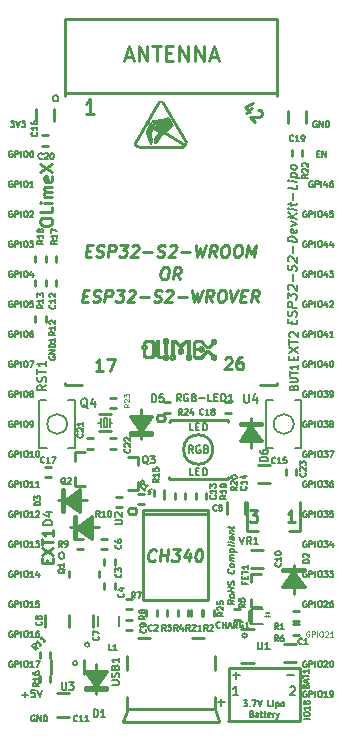
<source format=gbr>
G04 #@! TF.GenerationSoftware,KiCad,Pcbnew,5.1.6-c6e7f7d~87~ubuntu18.04.1*
G04 #@! TF.CreationDate,2020-09-24T15:59:31+03:00*
G04 #@! TF.ProjectId,ESP32-S2-DevKit-Lipo_Rev_B1,45535033-322d-4533-922d-4465764b6974,B1*
G04 #@! TF.SameCoordinates,Original*
G04 #@! TF.FileFunction,Legend,Top*
G04 #@! TF.FilePolarity,Positive*
%FSLAX46Y46*%
G04 Gerber Fmt 4.6, Leading zero omitted, Abs format (unit mm)*
G04 Created by KiCad (PCBNEW 5.1.6-c6e7f7d~87~ubuntu18.04.1) date 2020-09-24 15:59:31*
%MOMM*%
%LPD*%
G01*
G04 APERTURE LIST*
%ADD10C,0.203200*%
%ADD11C,0.254000*%
%ADD12C,0.127000*%
%ADD13C,0.114300*%
%ADD14C,0.190500*%
%ADD15C,0.139700*%
%ADD16C,0.222250*%
%ADD17C,0.158750*%
%ADD18C,0.050000*%
%ADD19C,0.100000*%
%ADD20C,0.009000*%
%ADD21C,0.200000*%
G04 APERTURE END LIST*
D10*
X136588501Y-112649000D02*
G75*
G03*
X136588501Y-112649000I-190501J0D01*
G01*
D11*
X142922398Y-80723619D02*
X143115922Y-80723619D01*
X143206636Y-80772000D01*
X143291302Y-80868761D01*
X143315493Y-81062285D01*
X143273160Y-81400952D01*
X143200588Y-81594476D01*
X143091731Y-81691238D01*
X142988922Y-81739619D01*
X142795398Y-81739619D01*
X142704683Y-81691238D01*
X142620017Y-81594476D01*
X142595826Y-81400952D01*
X142638160Y-81062285D01*
X142710731Y-80868761D01*
X142819588Y-80772000D01*
X142922398Y-80723619D01*
X144246826Y-81739619D02*
X143968636Y-81255809D01*
X143666255Y-81739619D02*
X143793255Y-80723619D01*
X144180302Y-80723619D01*
X144271017Y-80772000D01*
X144313350Y-80820380D01*
X144349636Y-80917142D01*
X144331493Y-81062285D01*
X144271017Y-81159047D01*
X144216588Y-81207428D01*
X144113779Y-81255809D01*
X143726731Y-81255809D01*
X136040207Y-83112428D02*
X136378874Y-83112428D01*
X136457493Y-83644619D02*
X135973683Y-83644619D01*
X136100683Y-82628619D01*
X136584493Y-82628619D01*
X136850588Y-83596238D02*
X136989683Y-83644619D01*
X137231588Y-83644619D01*
X137334398Y-83596238D01*
X137388826Y-83547857D01*
X137449302Y-83451095D01*
X137461398Y-83354333D01*
X137425112Y-83257571D01*
X137382779Y-83209190D01*
X137292064Y-83160809D01*
X137104588Y-83112428D01*
X137013874Y-83064047D01*
X136971541Y-83015666D01*
X136935255Y-82918904D01*
X136947350Y-82822142D01*
X137007826Y-82725380D01*
X137062255Y-82677000D01*
X137165064Y-82628619D01*
X137406969Y-82628619D01*
X137546064Y-82677000D01*
X137860541Y-83644619D02*
X137987541Y-82628619D01*
X138374588Y-82628619D01*
X138465302Y-82677000D01*
X138507636Y-82725380D01*
X138543922Y-82822142D01*
X138525779Y-82967285D01*
X138465302Y-83064047D01*
X138410874Y-83112428D01*
X138308064Y-83160809D01*
X137921017Y-83160809D01*
X138906779Y-82628619D02*
X139535731Y-82628619D01*
X139148683Y-83015666D01*
X139293826Y-83015666D01*
X139384541Y-83064047D01*
X139426874Y-83112428D01*
X139463160Y-83209190D01*
X139432922Y-83451095D01*
X139372445Y-83547857D01*
X139318017Y-83596238D01*
X139215207Y-83644619D01*
X138924922Y-83644619D01*
X138834207Y-83596238D01*
X138791874Y-83547857D01*
X139910683Y-82725380D02*
X139965112Y-82677000D01*
X140067922Y-82628619D01*
X140309826Y-82628619D01*
X140400541Y-82677000D01*
X140442874Y-82725380D01*
X140479160Y-82822142D01*
X140467064Y-82918904D01*
X140400541Y-83064047D01*
X139747398Y-83644619D01*
X140376350Y-83644619D01*
X140860160Y-83257571D02*
X141634255Y-83257571D01*
X142027350Y-83596238D02*
X142166445Y-83644619D01*
X142408350Y-83644619D01*
X142511160Y-83596238D01*
X142565588Y-83547857D01*
X142626064Y-83451095D01*
X142638160Y-83354333D01*
X142601874Y-83257571D01*
X142559541Y-83209190D01*
X142468826Y-83160809D01*
X142281350Y-83112428D01*
X142190636Y-83064047D01*
X142148302Y-83015666D01*
X142112017Y-82918904D01*
X142124112Y-82822142D01*
X142184588Y-82725380D01*
X142239017Y-82677000D01*
X142341826Y-82628619D01*
X142583731Y-82628619D01*
X142722826Y-82677000D01*
X143103826Y-82725380D02*
X143158255Y-82677000D01*
X143261064Y-82628619D01*
X143502969Y-82628619D01*
X143593683Y-82677000D01*
X143636017Y-82725380D01*
X143672302Y-82822142D01*
X143660207Y-82918904D01*
X143593683Y-83064047D01*
X142940541Y-83644619D01*
X143569493Y-83644619D01*
X144053302Y-83257571D02*
X144827398Y-83257571D01*
X145293064Y-82628619D02*
X145407969Y-83644619D01*
X145692207Y-82918904D01*
X145795017Y-83644619D01*
X146163922Y-82628619D01*
X147004541Y-83644619D02*
X146726350Y-83160809D01*
X146423969Y-83644619D02*
X146550969Y-82628619D01*
X146938017Y-82628619D01*
X147028731Y-82677000D01*
X147071064Y-82725380D01*
X147107350Y-82822142D01*
X147089207Y-82967285D01*
X147028731Y-83064047D01*
X146974302Y-83112428D01*
X146871493Y-83160809D01*
X146484445Y-83160809D01*
X147760493Y-82628619D02*
X147954017Y-82628619D01*
X148044731Y-82677000D01*
X148129398Y-82773761D01*
X148153588Y-82967285D01*
X148111255Y-83305952D01*
X148038683Y-83499476D01*
X147929826Y-83596238D01*
X147827017Y-83644619D01*
X147633493Y-83644619D01*
X147542779Y-83596238D01*
X147458112Y-83499476D01*
X147433922Y-83305952D01*
X147476255Y-82967285D01*
X147548826Y-82773761D01*
X147657683Y-82677000D01*
X147760493Y-82628619D01*
X148486207Y-82628619D02*
X148697874Y-83644619D01*
X149163541Y-82628619D01*
X149441731Y-83112428D02*
X149780398Y-83112428D01*
X149859017Y-83644619D02*
X149375207Y-83644619D01*
X149502207Y-82628619D01*
X149986017Y-82628619D01*
X150875017Y-83644619D02*
X150596826Y-83160809D01*
X150294445Y-83644619D02*
X150421445Y-82628619D01*
X150808493Y-82628619D01*
X150899207Y-82677000D01*
X150941541Y-82725380D01*
X150977826Y-82822142D01*
X150959683Y-82967285D01*
X150899207Y-83064047D01*
X150844779Y-83112428D01*
X150741969Y-83160809D01*
X150354922Y-83160809D01*
X136330493Y-79302428D02*
X136669160Y-79302428D01*
X136747779Y-79834619D02*
X136263969Y-79834619D01*
X136390969Y-78818619D01*
X136874779Y-78818619D01*
X137140874Y-79786238D02*
X137279969Y-79834619D01*
X137521874Y-79834619D01*
X137624683Y-79786238D01*
X137679112Y-79737857D01*
X137739588Y-79641095D01*
X137751683Y-79544333D01*
X137715398Y-79447571D01*
X137673064Y-79399190D01*
X137582350Y-79350809D01*
X137394874Y-79302428D01*
X137304160Y-79254047D01*
X137261826Y-79205666D01*
X137225541Y-79108904D01*
X137237636Y-79012142D01*
X137298112Y-78915380D01*
X137352541Y-78867000D01*
X137455350Y-78818619D01*
X137697255Y-78818619D01*
X137836350Y-78867000D01*
X138150826Y-79834619D02*
X138277826Y-78818619D01*
X138664874Y-78818619D01*
X138755588Y-78867000D01*
X138797922Y-78915380D01*
X138834207Y-79012142D01*
X138816064Y-79157285D01*
X138755588Y-79254047D01*
X138701160Y-79302428D01*
X138598350Y-79350809D01*
X138211302Y-79350809D01*
X139197064Y-78818619D02*
X139826017Y-78818619D01*
X139438969Y-79205666D01*
X139584112Y-79205666D01*
X139674826Y-79254047D01*
X139717160Y-79302428D01*
X139753445Y-79399190D01*
X139723207Y-79641095D01*
X139662731Y-79737857D01*
X139608302Y-79786238D01*
X139505493Y-79834619D01*
X139215207Y-79834619D01*
X139124493Y-79786238D01*
X139082160Y-79737857D01*
X140200969Y-78915380D02*
X140255398Y-78867000D01*
X140358207Y-78818619D01*
X140600112Y-78818619D01*
X140690826Y-78867000D01*
X140733160Y-78915380D01*
X140769445Y-79012142D01*
X140757350Y-79108904D01*
X140690826Y-79254047D01*
X140037683Y-79834619D01*
X140666636Y-79834619D01*
X141150445Y-79447571D02*
X141924541Y-79447571D01*
X142317636Y-79786238D02*
X142456731Y-79834619D01*
X142698636Y-79834619D01*
X142801445Y-79786238D01*
X142855874Y-79737857D01*
X142916350Y-79641095D01*
X142928445Y-79544333D01*
X142892160Y-79447571D01*
X142849826Y-79399190D01*
X142759112Y-79350809D01*
X142571636Y-79302428D01*
X142480922Y-79254047D01*
X142438588Y-79205666D01*
X142402302Y-79108904D01*
X142414398Y-79012142D01*
X142474874Y-78915380D01*
X142529302Y-78867000D01*
X142632112Y-78818619D01*
X142874017Y-78818619D01*
X143013112Y-78867000D01*
X143394112Y-78915380D02*
X143448541Y-78867000D01*
X143551350Y-78818619D01*
X143793255Y-78818619D01*
X143883969Y-78867000D01*
X143926302Y-78915380D01*
X143962588Y-79012142D01*
X143950493Y-79108904D01*
X143883969Y-79254047D01*
X143230826Y-79834619D01*
X143859779Y-79834619D01*
X144343588Y-79447571D02*
X145117683Y-79447571D01*
X145583350Y-78818619D02*
X145698255Y-79834619D01*
X145982493Y-79108904D01*
X146085302Y-79834619D01*
X146454207Y-78818619D01*
X147294826Y-79834619D02*
X147016636Y-79350809D01*
X146714255Y-79834619D02*
X146841255Y-78818619D01*
X147228302Y-78818619D01*
X147319017Y-78867000D01*
X147361350Y-78915380D01*
X147397636Y-79012142D01*
X147379493Y-79157285D01*
X147319017Y-79254047D01*
X147264588Y-79302428D01*
X147161779Y-79350809D01*
X146774731Y-79350809D01*
X148050779Y-78818619D02*
X148244302Y-78818619D01*
X148335017Y-78867000D01*
X148419683Y-78963761D01*
X148443874Y-79157285D01*
X148401541Y-79495952D01*
X148328969Y-79689476D01*
X148220112Y-79786238D01*
X148117302Y-79834619D01*
X147923779Y-79834619D01*
X147833064Y-79786238D01*
X147748398Y-79689476D01*
X147724207Y-79495952D01*
X147766541Y-79157285D01*
X147839112Y-78963761D01*
X147947969Y-78867000D01*
X148050779Y-78818619D01*
X149115160Y-78818619D02*
X149308683Y-78818619D01*
X149399398Y-78867000D01*
X149484064Y-78963761D01*
X149508255Y-79157285D01*
X149465922Y-79495952D01*
X149393350Y-79689476D01*
X149284493Y-79786238D01*
X149181683Y-79834619D01*
X148988160Y-79834619D01*
X148897445Y-79786238D01*
X148812779Y-79689476D01*
X148788588Y-79495952D01*
X148830922Y-79157285D01*
X148903493Y-78963761D01*
X149012350Y-78867000D01*
X149115160Y-78818619D01*
X149859017Y-79834619D02*
X149986017Y-78818619D01*
X150233969Y-79544333D01*
X150663350Y-78818619D01*
X150536350Y-79834619D01*
X142124112Y-105518857D02*
X142069683Y-105567238D01*
X141918493Y-105615619D01*
X141821731Y-105615619D01*
X141682636Y-105567238D01*
X141597969Y-105470476D01*
X141561683Y-105373714D01*
X141537493Y-105180190D01*
X141555636Y-105035047D01*
X141628207Y-104841523D01*
X141688683Y-104744761D01*
X141797541Y-104648000D01*
X141948731Y-104599619D01*
X142045493Y-104599619D01*
X142184588Y-104648000D01*
X142226922Y-104696380D01*
X142547445Y-105615619D02*
X142674445Y-104599619D01*
X142613969Y-105083428D02*
X143194541Y-105083428D01*
X143128017Y-105615619D02*
X143255017Y-104599619D01*
X143642064Y-104599619D02*
X144271017Y-104599619D01*
X143883969Y-104986666D01*
X144029112Y-104986666D01*
X144119826Y-105035047D01*
X144162160Y-105083428D01*
X144198445Y-105180190D01*
X144168207Y-105422095D01*
X144107731Y-105518857D01*
X144053302Y-105567238D01*
X143950493Y-105615619D01*
X143660207Y-105615619D01*
X143569493Y-105567238D01*
X143527160Y-105518857D01*
X145099541Y-104938285D02*
X145014874Y-105615619D01*
X144906017Y-104551238D02*
X144573398Y-105276952D01*
X145202350Y-105276952D01*
X145867588Y-104599619D02*
X145964350Y-104599619D01*
X146055064Y-104648000D01*
X146097398Y-104696380D01*
X146133683Y-104793142D01*
X146157874Y-104986666D01*
X146127636Y-105228571D01*
X146055064Y-105422095D01*
X145994588Y-105518857D01*
X145940160Y-105567238D01*
X145837350Y-105615619D01*
X145740588Y-105615619D01*
X145649874Y-105567238D01*
X145607541Y-105518857D01*
X145571255Y-105422095D01*
X145547064Y-105228571D01*
X145577302Y-104986666D01*
X145649874Y-104793142D01*
X145710350Y-104696380D01*
X145764779Y-104648000D01*
X145867588Y-104599619D01*
D12*
X154964190Y-116611400D02*
X154915809Y-116587209D01*
X154843238Y-116587209D01*
X154770666Y-116611400D01*
X154722285Y-116659780D01*
X154698095Y-116708161D01*
X154673904Y-116804923D01*
X154673904Y-116877495D01*
X154698095Y-116974257D01*
X154722285Y-117022638D01*
X154770666Y-117071019D01*
X154843238Y-117095209D01*
X154891619Y-117095209D01*
X154964190Y-117071019D01*
X154988380Y-117046828D01*
X154988380Y-116877495D01*
X154891619Y-116877495D01*
X155206095Y-117095209D02*
X155206095Y-116587209D01*
X155399619Y-116587209D01*
X155448000Y-116611400D01*
X155472190Y-116635590D01*
X155496380Y-116683971D01*
X155496380Y-116756542D01*
X155472190Y-116804923D01*
X155448000Y-116829114D01*
X155399619Y-116853304D01*
X155206095Y-116853304D01*
X155714095Y-117095209D02*
X155714095Y-116587209D01*
X156052761Y-116587209D02*
X156149523Y-116587209D01*
X156197904Y-116611400D01*
X156246285Y-116659780D01*
X156270476Y-116756542D01*
X156270476Y-116925876D01*
X156246285Y-117022638D01*
X156197904Y-117071019D01*
X156149523Y-117095209D01*
X156052761Y-117095209D01*
X156004380Y-117071019D01*
X155956000Y-117022638D01*
X155931809Y-116925876D01*
X155931809Y-116756542D01*
X155956000Y-116659780D01*
X156004380Y-116611400D01*
X156052761Y-116587209D01*
X156754285Y-117095209D02*
X156464000Y-117095209D01*
X156609142Y-117095209D02*
X156609142Y-116587209D01*
X156560761Y-116659780D01*
X156512380Y-116708161D01*
X156464000Y-116732352D01*
X156996190Y-117095209D02*
X157092952Y-117095209D01*
X157141333Y-117071019D01*
X157165523Y-117046828D01*
X157213904Y-116974257D01*
X157238095Y-116877495D01*
X157238095Y-116683971D01*
X157213904Y-116635590D01*
X157189714Y-116611400D01*
X157141333Y-116587209D01*
X157044571Y-116587209D01*
X156996190Y-116611400D01*
X156972000Y-116635590D01*
X156947809Y-116683971D01*
X156947809Y-116804923D01*
X156972000Y-116853304D01*
X156996190Y-116877495D01*
X157044571Y-116901685D01*
X157141333Y-116901685D01*
X157189714Y-116877495D01*
X157213904Y-116853304D01*
X157238095Y-116804923D01*
X154964190Y-114071400D02*
X154915809Y-114047209D01*
X154843238Y-114047209D01*
X154770666Y-114071400D01*
X154722285Y-114119780D01*
X154698095Y-114168161D01*
X154673904Y-114264923D01*
X154673904Y-114337495D01*
X154698095Y-114434257D01*
X154722285Y-114482638D01*
X154770666Y-114531019D01*
X154843238Y-114555209D01*
X154891619Y-114555209D01*
X154964190Y-114531019D01*
X154988380Y-114506828D01*
X154988380Y-114337495D01*
X154891619Y-114337495D01*
X155206095Y-114555209D02*
X155206095Y-114047209D01*
X155399619Y-114047209D01*
X155448000Y-114071400D01*
X155472190Y-114095590D01*
X155496380Y-114143971D01*
X155496380Y-114216542D01*
X155472190Y-114264923D01*
X155448000Y-114289114D01*
X155399619Y-114313304D01*
X155206095Y-114313304D01*
X155714095Y-114555209D02*
X155714095Y-114047209D01*
X156052761Y-114047209D02*
X156149523Y-114047209D01*
X156197904Y-114071400D01*
X156246285Y-114119780D01*
X156270476Y-114216542D01*
X156270476Y-114385876D01*
X156246285Y-114482638D01*
X156197904Y-114531019D01*
X156149523Y-114555209D01*
X156052761Y-114555209D01*
X156004380Y-114531019D01*
X155956000Y-114482638D01*
X155931809Y-114385876D01*
X155931809Y-114216542D01*
X155956000Y-114119780D01*
X156004380Y-114071400D01*
X156052761Y-114047209D01*
X156464000Y-114095590D02*
X156488190Y-114071400D01*
X156536571Y-114047209D01*
X156657523Y-114047209D01*
X156705904Y-114071400D01*
X156730095Y-114095590D01*
X156754285Y-114143971D01*
X156754285Y-114192352D01*
X156730095Y-114264923D01*
X156439809Y-114555209D01*
X156754285Y-114555209D01*
X157068761Y-114047209D02*
X157117142Y-114047209D01*
X157165523Y-114071400D01*
X157189714Y-114095590D01*
X157213904Y-114143971D01*
X157238095Y-114240733D01*
X157238095Y-114361685D01*
X157213904Y-114458447D01*
X157189714Y-114506828D01*
X157165523Y-114531019D01*
X157117142Y-114555209D01*
X157068761Y-114555209D01*
X157020380Y-114531019D01*
X156996190Y-114506828D01*
X156972000Y-114458447D01*
X156947809Y-114361685D01*
X156947809Y-114240733D01*
X156972000Y-114143971D01*
X156996190Y-114095590D01*
X157020380Y-114071400D01*
X157068761Y-114047209D01*
D13*
X155190371Y-111556800D02*
X155146828Y-111535028D01*
X155081514Y-111535028D01*
X155016200Y-111556800D01*
X154972657Y-111600342D01*
X154950885Y-111643885D01*
X154929114Y-111730971D01*
X154929114Y-111796285D01*
X154950885Y-111883371D01*
X154972657Y-111926914D01*
X155016200Y-111970457D01*
X155081514Y-111992228D01*
X155125057Y-111992228D01*
X155190371Y-111970457D01*
X155212142Y-111948685D01*
X155212142Y-111796285D01*
X155125057Y-111796285D01*
X155408085Y-111992228D02*
X155408085Y-111535028D01*
X155582257Y-111535028D01*
X155625800Y-111556800D01*
X155647571Y-111578571D01*
X155669342Y-111622114D01*
X155669342Y-111687428D01*
X155647571Y-111730971D01*
X155625800Y-111752742D01*
X155582257Y-111774514D01*
X155408085Y-111774514D01*
X155865285Y-111992228D02*
X155865285Y-111535028D01*
X156170085Y-111535028D02*
X156257171Y-111535028D01*
X156300714Y-111556800D01*
X156344257Y-111600342D01*
X156366028Y-111687428D01*
X156366028Y-111839828D01*
X156344257Y-111926914D01*
X156300714Y-111970457D01*
X156257171Y-111992228D01*
X156170085Y-111992228D01*
X156126542Y-111970457D01*
X156083000Y-111926914D01*
X156061228Y-111839828D01*
X156061228Y-111687428D01*
X156083000Y-111600342D01*
X156126542Y-111556800D01*
X156170085Y-111535028D01*
X156540200Y-111578571D02*
X156561971Y-111556800D01*
X156605514Y-111535028D01*
X156714371Y-111535028D01*
X156757914Y-111556800D01*
X156779685Y-111578571D01*
X156801457Y-111622114D01*
X156801457Y-111665657D01*
X156779685Y-111730971D01*
X156518428Y-111992228D01*
X156801457Y-111992228D01*
X157236885Y-111992228D02*
X156975628Y-111992228D01*
X157106257Y-111992228D02*
X157106257Y-111535028D01*
X157062714Y-111600342D01*
X157019171Y-111643885D01*
X156975628Y-111665657D01*
D12*
X154964190Y-108991400D02*
X154915809Y-108967209D01*
X154843238Y-108967209D01*
X154770666Y-108991400D01*
X154722285Y-109039780D01*
X154698095Y-109088161D01*
X154673904Y-109184923D01*
X154673904Y-109257495D01*
X154698095Y-109354257D01*
X154722285Y-109402638D01*
X154770666Y-109451019D01*
X154843238Y-109475209D01*
X154891619Y-109475209D01*
X154964190Y-109451019D01*
X154988380Y-109426828D01*
X154988380Y-109257495D01*
X154891619Y-109257495D01*
X155206095Y-109475209D02*
X155206095Y-108967209D01*
X155399619Y-108967209D01*
X155448000Y-108991400D01*
X155472190Y-109015590D01*
X155496380Y-109063971D01*
X155496380Y-109136542D01*
X155472190Y-109184923D01*
X155448000Y-109209114D01*
X155399619Y-109233304D01*
X155206095Y-109233304D01*
X155714095Y-109475209D02*
X155714095Y-108967209D01*
X156052761Y-108967209D02*
X156149523Y-108967209D01*
X156197904Y-108991400D01*
X156246285Y-109039780D01*
X156270476Y-109136542D01*
X156270476Y-109305876D01*
X156246285Y-109402638D01*
X156197904Y-109451019D01*
X156149523Y-109475209D01*
X156052761Y-109475209D01*
X156004380Y-109451019D01*
X155956000Y-109402638D01*
X155931809Y-109305876D01*
X155931809Y-109136542D01*
X155956000Y-109039780D01*
X156004380Y-108991400D01*
X156052761Y-108967209D01*
X156464000Y-109015590D02*
X156488190Y-108991400D01*
X156536571Y-108967209D01*
X156657523Y-108967209D01*
X156705904Y-108991400D01*
X156730095Y-109015590D01*
X156754285Y-109063971D01*
X156754285Y-109112352D01*
X156730095Y-109184923D01*
X156439809Y-109475209D01*
X156754285Y-109475209D01*
X157189714Y-108967209D02*
X157092952Y-108967209D01*
X157044571Y-108991400D01*
X157020380Y-109015590D01*
X156972000Y-109088161D01*
X156947809Y-109184923D01*
X156947809Y-109378447D01*
X156972000Y-109426828D01*
X156996190Y-109451019D01*
X157044571Y-109475209D01*
X157141333Y-109475209D01*
X157189714Y-109451019D01*
X157213904Y-109426828D01*
X157238095Y-109378447D01*
X157238095Y-109257495D01*
X157213904Y-109209114D01*
X157189714Y-109184923D01*
X157141333Y-109160733D01*
X157044571Y-109160733D01*
X156996190Y-109184923D01*
X156972000Y-109209114D01*
X156947809Y-109257495D01*
X154964190Y-106451400D02*
X154915809Y-106427209D01*
X154843238Y-106427209D01*
X154770666Y-106451400D01*
X154722285Y-106499780D01*
X154698095Y-106548161D01*
X154673904Y-106644923D01*
X154673904Y-106717495D01*
X154698095Y-106814257D01*
X154722285Y-106862638D01*
X154770666Y-106911019D01*
X154843238Y-106935209D01*
X154891619Y-106935209D01*
X154964190Y-106911019D01*
X154988380Y-106886828D01*
X154988380Y-106717495D01*
X154891619Y-106717495D01*
X155206095Y-106935209D02*
X155206095Y-106427209D01*
X155399619Y-106427209D01*
X155448000Y-106451400D01*
X155472190Y-106475590D01*
X155496380Y-106523971D01*
X155496380Y-106596542D01*
X155472190Y-106644923D01*
X155448000Y-106669114D01*
X155399619Y-106693304D01*
X155206095Y-106693304D01*
X155714095Y-106935209D02*
X155714095Y-106427209D01*
X156052761Y-106427209D02*
X156149523Y-106427209D01*
X156197904Y-106451400D01*
X156246285Y-106499780D01*
X156270476Y-106596542D01*
X156270476Y-106765876D01*
X156246285Y-106862638D01*
X156197904Y-106911019D01*
X156149523Y-106935209D01*
X156052761Y-106935209D01*
X156004380Y-106911019D01*
X155956000Y-106862638D01*
X155931809Y-106765876D01*
X155931809Y-106596542D01*
X155956000Y-106499780D01*
X156004380Y-106451400D01*
X156052761Y-106427209D01*
X156439809Y-106427209D02*
X156754285Y-106427209D01*
X156584952Y-106620733D01*
X156657523Y-106620733D01*
X156705904Y-106644923D01*
X156730095Y-106669114D01*
X156754285Y-106717495D01*
X156754285Y-106838447D01*
X156730095Y-106886828D01*
X156705904Y-106911019D01*
X156657523Y-106935209D01*
X156512380Y-106935209D01*
X156464000Y-106911019D01*
X156439809Y-106886828D01*
X156923619Y-106427209D02*
X157238095Y-106427209D01*
X157068761Y-106620733D01*
X157141333Y-106620733D01*
X157189714Y-106644923D01*
X157213904Y-106669114D01*
X157238095Y-106717495D01*
X157238095Y-106838447D01*
X157213904Y-106886828D01*
X157189714Y-106911019D01*
X157141333Y-106935209D01*
X156996190Y-106935209D01*
X156947809Y-106911019D01*
X156923619Y-106886828D01*
X154964190Y-103911400D02*
X154915809Y-103887209D01*
X154843238Y-103887209D01*
X154770666Y-103911400D01*
X154722285Y-103959780D01*
X154698095Y-104008161D01*
X154673904Y-104104923D01*
X154673904Y-104177495D01*
X154698095Y-104274257D01*
X154722285Y-104322638D01*
X154770666Y-104371019D01*
X154843238Y-104395209D01*
X154891619Y-104395209D01*
X154964190Y-104371019D01*
X154988380Y-104346828D01*
X154988380Y-104177495D01*
X154891619Y-104177495D01*
X155206095Y-104395209D02*
X155206095Y-103887209D01*
X155399619Y-103887209D01*
X155448000Y-103911400D01*
X155472190Y-103935590D01*
X155496380Y-103983971D01*
X155496380Y-104056542D01*
X155472190Y-104104923D01*
X155448000Y-104129114D01*
X155399619Y-104153304D01*
X155206095Y-104153304D01*
X155714095Y-104395209D02*
X155714095Y-103887209D01*
X156052761Y-103887209D02*
X156149523Y-103887209D01*
X156197904Y-103911400D01*
X156246285Y-103959780D01*
X156270476Y-104056542D01*
X156270476Y-104225876D01*
X156246285Y-104322638D01*
X156197904Y-104371019D01*
X156149523Y-104395209D01*
X156052761Y-104395209D01*
X156004380Y-104371019D01*
X155956000Y-104322638D01*
X155931809Y-104225876D01*
X155931809Y-104056542D01*
X155956000Y-103959780D01*
X156004380Y-103911400D01*
X156052761Y-103887209D01*
X156439809Y-103887209D02*
X156754285Y-103887209D01*
X156584952Y-104080733D01*
X156657523Y-104080733D01*
X156705904Y-104104923D01*
X156730095Y-104129114D01*
X156754285Y-104177495D01*
X156754285Y-104298447D01*
X156730095Y-104346828D01*
X156705904Y-104371019D01*
X156657523Y-104395209D01*
X156512380Y-104395209D01*
X156464000Y-104371019D01*
X156439809Y-104346828D01*
X157189714Y-104056542D02*
X157189714Y-104395209D01*
X157068761Y-103863019D02*
X156947809Y-104225876D01*
X157262285Y-104225876D01*
X154964190Y-96291400D02*
X154915809Y-96267209D01*
X154843238Y-96267209D01*
X154770666Y-96291400D01*
X154722285Y-96339780D01*
X154698095Y-96388161D01*
X154673904Y-96484923D01*
X154673904Y-96557495D01*
X154698095Y-96654257D01*
X154722285Y-96702638D01*
X154770666Y-96751019D01*
X154843238Y-96775209D01*
X154891619Y-96775209D01*
X154964190Y-96751019D01*
X154988380Y-96726828D01*
X154988380Y-96557495D01*
X154891619Y-96557495D01*
X155206095Y-96775209D02*
X155206095Y-96267209D01*
X155399619Y-96267209D01*
X155448000Y-96291400D01*
X155472190Y-96315590D01*
X155496380Y-96363971D01*
X155496380Y-96436542D01*
X155472190Y-96484923D01*
X155448000Y-96509114D01*
X155399619Y-96533304D01*
X155206095Y-96533304D01*
X155714095Y-96775209D02*
X155714095Y-96267209D01*
X156052761Y-96267209D02*
X156149523Y-96267209D01*
X156197904Y-96291400D01*
X156246285Y-96339780D01*
X156270476Y-96436542D01*
X156270476Y-96605876D01*
X156246285Y-96702638D01*
X156197904Y-96751019D01*
X156149523Y-96775209D01*
X156052761Y-96775209D01*
X156004380Y-96751019D01*
X155956000Y-96702638D01*
X155931809Y-96605876D01*
X155931809Y-96436542D01*
X155956000Y-96339780D01*
X156004380Y-96291400D01*
X156052761Y-96267209D01*
X156439809Y-96267209D02*
X156754285Y-96267209D01*
X156584952Y-96460733D01*
X156657523Y-96460733D01*
X156705904Y-96484923D01*
X156730095Y-96509114D01*
X156754285Y-96557495D01*
X156754285Y-96678447D01*
X156730095Y-96726828D01*
X156705904Y-96751019D01*
X156657523Y-96775209D01*
X156512380Y-96775209D01*
X156464000Y-96751019D01*
X156439809Y-96726828D01*
X156923619Y-96267209D02*
X157262285Y-96267209D01*
X157044571Y-96775209D01*
X154964190Y-88671400D02*
X154915809Y-88647209D01*
X154843238Y-88647209D01*
X154770666Y-88671400D01*
X154722285Y-88719780D01*
X154698095Y-88768161D01*
X154673904Y-88864923D01*
X154673904Y-88937495D01*
X154698095Y-89034257D01*
X154722285Y-89082638D01*
X154770666Y-89131019D01*
X154843238Y-89155209D01*
X154891619Y-89155209D01*
X154964190Y-89131019D01*
X154988380Y-89106828D01*
X154988380Y-88937495D01*
X154891619Y-88937495D01*
X155206095Y-89155209D02*
X155206095Y-88647209D01*
X155399619Y-88647209D01*
X155448000Y-88671400D01*
X155472190Y-88695590D01*
X155496380Y-88743971D01*
X155496380Y-88816542D01*
X155472190Y-88864923D01*
X155448000Y-88889114D01*
X155399619Y-88913304D01*
X155206095Y-88913304D01*
X155714095Y-89155209D02*
X155714095Y-88647209D01*
X156052761Y-88647209D02*
X156149523Y-88647209D01*
X156197904Y-88671400D01*
X156246285Y-88719780D01*
X156270476Y-88816542D01*
X156270476Y-88985876D01*
X156246285Y-89082638D01*
X156197904Y-89131019D01*
X156149523Y-89155209D01*
X156052761Y-89155209D01*
X156004380Y-89131019D01*
X155956000Y-89082638D01*
X155931809Y-88985876D01*
X155931809Y-88816542D01*
X155956000Y-88719780D01*
X156004380Y-88671400D01*
X156052761Y-88647209D01*
X156705904Y-88816542D02*
X156705904Y-89155209D01*
X156584952Y-88623019D02*
X156464000Y-88985876D01*
X156778476Y-88985876D01*
X157068761Y-88647209D02*
X157117142Y-88647209D01*
X157165523Y-88671400D01*
X157189714Y-88695590D01*
X157213904Y-88743971D01*
X157238095Y-88840733D01*
X157238095Y-88961685D01*
X157213904Y-89058447D01*
X157189714Y-89106828D01*
X157165523Y-89131019D01*
X157117142Y-89155209D01*
X157068761Y-89155209D01*
X157020380Y-89131019D01*
X156996190Y-89106828D01*
X156972000Y-89058447D01*
X156947809Y-88961685D01*
X156947809Y-88840733D01*
X156972000Y-88743971D01*
X156996190Y-88695590D01*
X157020380Y-88671400D01*
X157068761Y-88647209D01*
X154964190Y-83591400D02*
X154915809Y-83567209D01*
X154843238Y-83567209D01*
X154770666Y-83591400D01*
X154722285Y-83639780D01*
X154698095Y-83688161D01*
X154673904Y-83784923D01*
X154673904Y-83857495D01*
X154698095Y-83954257D01*
X154722285Y-84002638D01*
X154770666Y-84051019D01*
X154843238Y-84075209D01*
X154891619Y-84075209D01*
X154964190Y-84051019D01*
X154988380Y-84026828D01*
X154988380Y-83857495D01*
X154891619Y-83857495D01*
X155206095Y-84075209D02*
X155206095Y-83567209D01*
X155399619Y-83567209D01*
X155448000Y-83591400D01*
X155472190Y-83615590D01*
X155496380Y-83663971D01*
X155496380Y-83736542D01*
X155472190Y-83784923D01*
X155448000Y-83809114D01*
X155399619Y-83833304D01*
X155206095Y-83833304D01*
X155714095Y-84075209D02*
X155714095Y-83567209D01*
X156052761Y-83567209D02*
X156149523Y-83567209D01*
X156197904Y-83591400D01*
X156246285Y-83639780D01*
X156270476Y-83736542D01*
X156270476Y-83905876D01*
X156246285Y-84002638D01*
X156197904Y-84051019D01*
X156149523Y-84075209D01*
X156052761Y-84075209D01*
X156004380Y-84051019D01*
X155956000Y-84002638D01*
X155931809Y-83905876D01*
X155931809Y-83736542D01*
X155956000Y-83639780D01*
X156004380Y-83591400D01*
X156052761Y-83567209D01*
X156705904Y-83736542D02*
X156705904Y-84075209D01*
X156584952Y-83543019D02*
X156464000Y-83905876D01*
X156778476Y-83905876D01*
X156947809Y-83615590D02*
X156972000Y-83591400D01*
X157020380Y-83567209D01*
X157141333Y-83567209D01*
X157189714Y-83591400D01*
X157213904Y-83615590D01*
X157238095Y-83663971D01*
X157238095Y-83712352D01*
X157213904Y-83784923D01*
X156923619Y-84075209D01*
X157238095Y-84075209D01*
X154964190Y-81051400D02*
X154915809Y-81027209D01*
X154843238Y-81027209D01*
X154770666Y-81051400D01*
X154722285Y-81099780D01*
X154698095Y-81148161D01*
X154673904Y-81244923D01*
X154673904Y-81317495D01*
X154698095Y-81414257D01*
X154722285Y-81462638D01*
X154770666Y-81511019D01*
X154843238Y-81535209D01*
X154891619Y-81535209D01*
X154964190Y-81511019D01*
X154988380Y-81486828D01*
X154988380Y-81317495D01*
X154891619Y-81317495D01*
X155206095Y-81535209D02*
X155206095Y-81027209D01*
X155399619Y-81027209D01*
X155448000Y-81051400D01*
X155472190Y-81075590D01*
X155496380Y-81123971D01*
X155496380Y-81196542D01*
X155472190Y-81244923D01*
X155448000Y-81269114D01*
X155399619Y-81293304D01*
X155206095Y-81293304D01*
X155714095Y-81535209D02*
X155714095Y-81027209D01*
X156052761Y-81027209D02*
X156149523Y-81027209D01*
X156197904Y-81051400D01*
X156246285Y-81099780D01*
X156270476Y-81196542D01*
X156270476Y-81365876D01*
X156246285Y-81462638D01*
X156197904Y-81511019D01*
X156149523Y-81535209D01*
X156052761Y-81535209D01*
X156004380Y-81511019D01*
X155956000Y-81462638D01*
X155931809Y-81365876D01*
X155931809Y-81196542D01*
X155956000Y-81099780D01*
X156004380Y-81051400D01*
X156052761Y-81027209D01*
X156705904Y-81196542D02*
X156705904Y-81535209D01*
X156584952Y-81003019D02*
X156464000Y-81365876D01*
X156778476Y-81365876D01*
X156923619Y-81027209D02*
X157238095Y-81027209D01*
X157068761Y-81220733D01*
X157141333Y-81220733D01*
X157189714Y-81244923D01*
X157213904Y-81269114D01*
X157238095Y-81317495D01*
X157238095Y-81438447D01*
X157213904Y-81486828D01*
X157189714Y-81511019D01*
X157141333Y-81535209D01*
X156996190Y-81535209D01*
X156947809Y-81511019D01*
X156923619Y-81486828D01*
X155484285Y-73431400D02*
X155435904Y-73407209D01*
X155363333Y-73407209D01*
X155290761Y-73431400D01*
X155242380Y-73479780D01*
X155218190Y-73528161D01*
X155194000Y-73624923D01*
X155194000Y-73697495D01*
X155218190Y-73794257D01*
X155242380Y-73842638D01*
X155290761Y-73891019D01*
X155363333Y-73915209D01*
X155411714Y-73915209D01*
X155484285Y-73891019D01*
X155508476Y-73866828D01*
X155508476Y-73697495D01*
X155411714Y-73697495D01*
X155726190Y-73915209D02*
X155726190Y-73407209D01*
X155919714Y-73407209D01*
X155968095Y-73431400D01*
X155992285Y-73455590D01*
X156016476Y-73503971D01*
X156016476Y-73576542D01*
X155992285Y-73624923D01*
X155968095Y-73649114D01*
X155919714Y-73673304D01*
X155726190Y-73673304D01*
X156234190Y-73915209D02*
X156234190Y-73407209D01*
X156693809Y-73576542D02*
X156693809Y-73915209D01*
X156572857Y-73383019D02*
X156451904Y-73745876D01*
X156766380Y-73745876D01*
X157177619Y-73407209D02*
X157080857Y-73407209D01*
X157032476Y-73431400D01*
X157008285Y-73455590D01*
X156959904Y-73528161D01*
X156935714Y-73624923D01*
X156935714Y-73818447D01*
X156959904Y-73866828D01*
X156984095Y-73891019D01*
X157032476Y-73915209D01*
X157129238Y-73915209D01*
X157177619Y-73891019D01*
X157201809Y-73866828D01*
X157226000Y-73818447D01*
X157226000Y-73697495D01*
X157201809Y-73649114D01*
X157177619Y-73624923D01*
X157129238Y-73600733D01*
X157032476Y-73600733D01*
X156984095Y-73624923D01*
X156959904Y-73649114D01*
X156935714Y-73697495D01*
X155835047Y-71109114D02*
X156004380Y-71109114D01*
X156076952Y-71375209D02*
X155835047Y-71375209D01*
X155835047Y-70867209D01*
X156076952Y-70867209D01*
X156294666Y-71375209D02*
X156294666Y-70867209D01*
X156584952Y-71375209D01*
X156584952Y-70867209D01*
X130072190Y-111531400D02*
X130023809Y-111507209D01*
X129951238Y-111507209D01*
X129878666Y-111531400D01*
X129830285Y-111579780D01*
X129806095Y-111628161D01*
X129781904Y-111724923D01*
X129781904Y-111797495D01*
X129806095Y-111894257D01*
X129830285Y-111942638D01*
X129878666Y-111991019D01*
X129951238Y-112015209D01*
X129999619Y-112015209D01*
X130072190Y-111991019D01*
X130096380Y-111966828D01*
X130096380Y-111797495D01*
X129999619Y-111797495D01*
X130314095Y-112015209D02*
X130314095Y-111507209D01*
X130507619Y-111507209D01*
X130556000Y-111531400D01*
X130580190Y-111555590D01*
X130604380Y-111603971D01*
X130604380Y-111676542D01*
X130580190Y-111724923D01*
X130556000Y-111749114D01*
X130507619Y-111773304D01*
X130314095Y-111773304D01*
X130822095Y-112015209D02*
X130822095Y-111507209D01*
X131160761Y-111507209D02*
X131257523Y-111507209D01*
X131305904Y-111531400D01*
X131354285Y-111579780D01*
X131378476Y-111676542D01*
X131378476Y-111845876D01*
X131354285Y-111942638D01*
X131305904Y-111991019D01*
X131257523Y-112015209D01*
X131160761Y-112015209D01*
X131112380Y-111991019D01*
X131064000Y-111942638D01*
X131039809Y-111845876D01*
X131039809Y-111676542D01*
X131064000Y-111579780D01*
X131112380Y-111531400D01*
X131160761Y-111507209D01*
X131862285Y-112015209D02*
X131572000Y-112015209D01*
X131717142Y-112015209D02*
X131717142Y-111507209D01*
X131668761Y-111579780D01*
X131620380Y-111628161D01*
X131572000Y-111652352D01*
X132297714Y-111507209D02*
X132200952Y-111507209D01*
X132152571Y-111531400D01*
X132128380Y-111555590D01*
X132080000Y-111628161D01*
X132055809Y-111724923D01*
X132055809Y-111918447D01*
X132080000Y-111966828D01*
X132104190Y-111991019D01*
X132152571Y-112015209D01*
X132249333Y-112015209D01*
X132297714Y-111991019D01*
X132321904Y-111966828D01*
X132346095Y-111918447D01*
X132346095Y-111797495D01*
X132321904Y-111749114D01*
X132297714Y-111724923D01*
X132249333Y-111700733D01*
X132152571Y-111700733D01*
X132104190Y-111724923D01*
X132080000Y-111749114D01*
X132055809Y-111797495D01*
X130072190Y-108991400D02*
X130023809Y-108967209D01*
X129951238Y-108967209D01*
X129878666Y-108991400D01*
X129830285Y-109039780D01*
X129806095Y-109088161D01*
X129781904Y-109184923D01*
X129781904Y-109257495D01*
X129806095Y-109354257D01*
X129830285Y-109402638D01*
X129878666Y-109451019D01*
X129951238Y-109475209D01*
X129999619Y-109475209D01*
X130072190Y-109451019D01*
X130096380Y-109426828D01*
X130096380Y-109257495D01*
X129999619Y-109257495D01*
X130314095Y-109475209D02*
X130314095Y-108967209D01*
X130507619Y-108967209D01*
X130556000Y-108991400D01*
X130580190Y-109015590D01*
X130604380Y-109063971D01*
X130604380Y-109136542D01*
X130580190Y-109184923D01*
X130556000Y-109209114D01*
X130507619Y-109233304D01*
X130314095Y-109233304D01*
X130822095Y-109475209D02*
X130822095Y-108967209D01*
X131160761Y-108967209D02*
X131257523Y-108967209D01*
X131305904Y-108991400D01*
X131354285Y-109039780D01*
X131378476Y-109136542D01*
X131378476Y-109305876D01*
X131354285Y-109402638D01*
X131305904Y-109451019D01*
X131257523Y-109475209D01*
X131160761Y-109475209D01*
X131112380Y-109451019D01*
X131064000Y-109402638D01*
X131039809Y-109305876D01*
X131039809Y-109136542D01*
X131064000Y-109039780D01*
X131112380Y-108991400D01*
X131160761Y-108967209D01*
X131862285Y-109475209D02*
X131572000Y-109475209D01*
X131717142Y-109475209D02*
X131717142Y-108967209D01*
X131668761Y-109039780D01*
X131620380Y-109088161D01*
X131572000Y-109112352D01*
X132321904Y-108967209D02*
X132080000Y-108967209D01*
X132055809Y-109209114D01*
X132080000Y-109184923D01*
X132128380Y-109160733D01*
X132249333Y-109160733D01*
X132297714Y-109184923D01*
X132321904Y-109209114D01*
X132346095Y-109257495D01*
X132346095Y-109378447D01*
X132321904Y-109426828D01*
X132297714Y-109451019D01*
X132249333Y-109475209D01*
X132128380Y-109475209D01*
X132080000Y-109451019D01*
X132055809Y-109426828D01*
X130072190Y-106451400D02*
X130023809Y-106427209D01*
X129951238Y-106427209D01*
X129878666Y-106451400D01*
X129830285Y-106499780D01*
X129806095Y-106548161D01*
X129781904Y-106644923D01*
X129781904Y-106717495D01*
X129806095Y-106814257D01*
X129830285Y-106862638D01*
X129878666Y-106911019D01*
X129951238Y-106935209D01*
X129999619Y-106935209D01*
X130072190Y-106911019D01*
X130096380Y-106886828D01*
X130096380Y-106717495D01*
X129999619Y-106717495D01*
X130314095Y-106935209D02*
X130314095Y-106427209D01*
X130507619Y-106427209D01*
X130556000Y-106451400D01*
X130580190Y-106475590D01*
X130604380Y-106523971D01*
X130604380Y-106596542D01*
X130580190Y-106644923D01*
X130556000Y-106669114D01*
X130507619Y-106693304D01*
X130314095Y-106693304D01*
X130822095Y-106935209D02*
X130822095Y-106427209D01*
X131160761Y-106427209D02*
X131257523Y-106427209D01*
X131305904Y-106451400D01*
X131354285Y-106499780D01*
X131378476Y-106596542D01*
X131378476Y-106765876D01*
X131354285Y-106862638D01*
X131305904Y-106911019D01*
X131257523Y-106935209D01*
X131160761Y-106935209D01*
X131112380Y-106911019D01*
X131064000Y-106862638D01*
X131039809Y-106765876D01*
X131039809Y-106596542D01*
X131064000Y-106499780D01*
X131112380Y-106451400D01*
X131160761Y-106427209D01*
X131862285Y-106935209D02*
X131572000Y-106935209D01*
X131717142Y-106935209D02*
X131717142Y-106427209D01*
X131668761Y-106499780D01*
X131620380Y-106548161D01*
X131572000Y-106572352D01*
X132297714Y-106596542D02*
X132297714Y-106935209D01*
X132176761Y-106403019D02*
X132055809Y-106765876D01*
X132370285Y-106765876D01*
X130072190Y-103911400D02*
X130023809Y-103887209D01*
X129951238Y-103887209D01*
X129878666Y-103911400D01*
X129830285Y-103959780D01*
X129806095Y-104008161D01*
X129781904Y-104104923D01*
X129781904Y-104177495D01*
X129806095Y-104274257D01*
X129830285Y-104322638D01*
X129878666Y-104371019D01*
X129951238Y-104395209D01*
X129999619Y-104395209D01*
X130072190Y-104371019D01*
X130096380Y-104346828D01*
X130096380Y-104177495D01*
X129999619Y-104177495D01*
X130314095Y-104395209D02*
X130314095Y-103887209D01*
X130507619Y-103887209D01*
X130556000Y-103911400D01*
X130580190Y-103935590D01*
X130604380Y-103983971D01*
X130604380Y-104056542D01*
X130580190Y-104104923D01*
X130556000Y-104129114D01*
X130507619Y-104153304D01*
X130314095Y-104153304D01*
X130822095Y-104395209D02*
X130822095Y-103887209D01*
X131160761Y-103887209D02*
X131257523Y-103887209D01*
X131305904Y-103911400D01*
X131354285Y-103959780D01*
X131378476Y-104056542D01*
X131378476Y-104225876D01*
X131354285Y-104322638D01*
X131305904Y-104371019D01*
X131257523Y-104395209D01*
X131160761Y-104395209D01*
X131112380Y-104371019D01*
X131064000Y-104322638D01*
X131039809Y-104225876D01*
X131039809Y-104056542D01*
X131064000Y-103959780D01*
X131112380Y-103911400D01*
X131160761Y-103887209D01*
X131862285Y-104395209D02*
X131572000Y-104395209D01*
X131717142Y-104395209D02*
X131717142Y-103887209D01*
X131668761Y-103959780D01*
X131620380Y-104008161D01*
X131572000Y-104032352D01*
X132031619Y-103887209D02*
X132346095Y-103887209D01*
X132176761Y-104080733D01*
X132249333Y-104080733D01*
X132297714Y-104104923D01*
X132321904Y-104129114D01*
X132346095Y-104177495D01*
X132346095Y-104298447D01*
X132321904Y-104346828D01*
X132297714Y-104371019D01*
X132249333Y-104395209D01*
X132104190Y-104395209D01*
X132055809Y-104371019D01*
X132031619Y-104346828D01*
X130060095Y-93751400D02*
X130011714Y-93727209D01*
X129939142Y-93727209D01*
X129866571Y-93751400D01*
X129818190Y-93799780D01*
X129794000Y-93848161D01*
X129769809Y-93944923D01*
X129769809Y-94017495D01*
X129794000Y-94114257D01*
X129818190Y-94162638D01*
X129866571Y-94211019D01*
X129939142Y-94235209D01*
X129987523Y-94235209D01*
X130060095Y-94211019D01*
X130084285Y-94186828D01*
X130084285Y-94017495D01*
X129987523Y-94017495D01*
X130302000Y-94235209D02*
X130302000Y-93727209D01*
X130495523Y-93727209D01*
X130543904Y-93751400D01*
X130568095Y-93775590D01*
X130592285Y-93823971D01*
X130592285Y-93896542D01*
X130568095Y-93944923D01*
X130543904Y-93969114D01*
X130495523Y-93993304D01*
X130302000Y-93993304D01*
X130810000Y-94235209D02*
X130810000Y-93727209D01*
X131148666Y-93727209D02*
X131245428Y-93727209D01*
X131293809Y-93751400D01*
X131342190Y-93799780D01*
X131366380Y-93896542D01*
X131366380Y-94065876D01*
X131342190Y-94162638D01*
X131293809Y-94211019D01*
X131245428Y-94235209D01*
X131148666Y-94235209D01*
X131100285Y-94211019D01*
X131051904Y-94162638D01*
X131027714Y-94065876D01*
X131027714Y-93896542D01*
X131051904Y-93799780D01*
X131100285Y-93751400D01*
X131148666Y-93727209D01*
X131608285Y-94235209D02*
X131705047Y-94235209D01*
X131753428Y-94211019D01*
X131777619Y-94186828D01*
X131826000Y-94114257D01*
X131850190Y-94017495D01*
X131850190Y-93823971D01*
X131826000Y-93775590D01*
X131801809Y-93751400D01*
X131753428Y-93727209D01*
X131656666Y-93727209D01*
X131608285Y-93751400D01*
X131584095Y-93775590D01*
X131559904Y-93823971D01*
X131559904Y-93944923D01*
X131584095Y-93993304D01*
X131608285Y-94017495D01*
X131656666Y-94041685D01*
X131753428Y-94041685D01*
X131801809Y-94017495D01*
X131826000Y-93993304D01*
X131850190Y-93944923D01*
X130060095Y-91211400D02*
X130011714Y-91187209D01*
X129939142Y-91187209D01*
X129866571Y-91211400D01*
X129818190Y-91259780D01*
X129794000Y-91308161D01*
X129769809Y-91404923D01*
X129769809Y-91477495D01*
X129794000Y-91574257D01*
X129818190Y-91622638D01*
X129866571Y-91671019D01*
X129939142Y-91695209D01*
X129987523Y-91695209D01*
X130060095Y-91671019D01*
X130084285Y-91646828D01*
X130084285Y-91477495D01*
X129987523Y-91477495D01*
X130302000Y-91695209D02*
X130302000Y-91187209D01*
X130495523Y-91187209D01*
X130543904Y-91211400D01*
X130568095Y-91235590D01*
X130592285Y-91283971D01*
X130592285Y-91356542D01*
X130568095Y-91404923D01*
X130543904Y-91429114D01*
X130495523Y-91453304D01*
X130302000Y-91453304D01*
X130810000Y-91695209D02*
X130810000Y-91187209D01*
X131148666Y-91187209D02*
X131245428Y-91187209D01*
X131293809Y-91211400D01*
X131342190Y-91259780D01*
X131366380Y-91356542D01*
X131366380Y-91525876D01*
X131342190Y-91622638D01*
X131293809Y-91671019D01*
X131245428Y-91695209D01*
X131148666Y-91695209D01*
X131100285Y-91671019D01*
X131051904Y-91622638D01*
X131027714Y-91525876D01*
X131027714Y-91356542D01*
X131051904Y-91259780D01*
X131100285Y-91211400D01*
X131148666Y-91187209D01*
X131656666Y-91404923D02*
X131608285Y-91380733D01*
X131584095Y-91356542D01*
X131559904Y-91308161D01*
X131559904Y-91283971D01*
X131584095Y-91235590D01*
X131608285Y-91211400D01*
X131656666Y-91187209D01*
X131753428Y-91187209D01*
X131801809Y-91211400D01*
X131826000Y-91235590D01*
X131850190Y-91283971D01*
X131850190Y-91308161D01*
X131826000Y-91356542D01*
X131801809Y-91380733D01*
X131753428Y-91404923D01*
X131656666Y-91404923D01*
X131608285Y-91429114D01*
X131584095Y-91453304D01*
X131559904Y-91501685D01*
X131559904Y-91598447D01*
X131584095Y-91646828D01*
X131608285Y-91671019D01*
X131656666Y-91695209D01*
X131753428Y-91695209D01*
X131801809Y-91671019D01*
X131826000Y-91646828D01*
X131850190Y-91598447D01*
X131850190Y-91501685D01*
X131826000Y-91453304D01*
X131801809Y-91429114D01*
X131753428Y-91404923D01*
X130060095Y-88671400D02*
X130011714Y-88647209D01*
X129939142Y-88647209D01*
X129866571Y-88671400D01*
X129818190Y-88719780D01*
X129794000Y-88768161D01*
X129769809Y-88864923D01*
X129769809Y-88937495D01*
X129794000Y-89034257D01*
X129818190Y-89082638D01*
X129866571Y-89131019D01*
X129939142Y-89155209D01*
X129987523Y-89155209D01*
X130060095Y-89131019D01*
X130084285Y-89106828D01*
X130084285Y-88937495D01*
X129987523Y-88937495D01*
X130302000Y-89155209D02*
X130302000Y-88647209D01*
X130495523Y-88647209D01*
X130543904Y-88671400D01*
X130568095Y-88695590D01*
X130592285Y-88743971D01*
X130592285Y-88816542D01*
X130568095Y-88864923D01*
X130543904Y-88889114D01*
X130495523Y-88913304D01*
X130302000Y-88913304D01*
X130810000Y-89155209D02*
X130810000Y-88647209D01*
X131148666Y-88647209D02*
X131245428Y-88647209D01*
X131293809Y-88671400D01*
X131342190Y-88719780D01*
X131366380Y-88816542D01*
X131366380Y-88985876D01*
X131342190Y-89082638D01*
X131293809Y-89131019D01*
X131245428Y-89155209D01*
X131148666Y-89155209D01*
X131100285Y-89131019D01*
X131051904Y-89082638D01*
X131027714Y-88985876D01*
X131027714Y-88816542D01*
X131051904Y-88719780D01*
X131100285Y-88671400D01*
X131148666Y-88647209D01*
X131535714Y-88647209D02*
X131874380Y-88647209D01*
X131656666Y-89155209D01*
X130060095Y-83591400D02*
X130011714Y-83567209D01*
X129939142Y-83567209D01*
X129866571Y-83591400D01*
X129818190Y-83639780D01*
X129794000Y-83688161D01*
X129769809Y-83784923D01*
X129769809Y-83857495D01*
X129794000Y-83954257D01*
X129818190Y-84002638D01*
X129866571Y-84051019D01*
X129939142Y-84075209D01*
X129987523Y-84075209D01*
X130060095Y-84051019D01*
X130084285Y-84026828D01*
X130084285Y-83857495D01*
X129987523Y-83857495D01*
X130302000Y-84075209D02*
X130302000Y-83567209D01*
X130495523Y-83567209D01*
X130543904Y-83591400D01*
X130568095Y-83615590D01*
X130592285Y-83663971D01*
X130592285Y-83736542D01*
X130568095Y-83784923D01*
X130543904Y-83809114D01*
X130495523Y-83833304D01*
X130302000Y-83833304D01*
X130810000Y-84075209D02*
X130810000Y-83567209D01*
X131148666Y-83567209D02*
X131245428Y-83567209D01*
X131293809Y-83591400D01*
X131342190Y-83639780D01*
X131366380Y-83736542D01*
X131366380Y-83905876D01*
X131342190Y-84002638D01*
X131293809Y-84051019D01*
X131245428Y-84075209D01*
X131148666Y-84075209D01*
X131100285Y-84051019D01*
X131051904Y-84002638D01*
X131027714Y-83905876D01*
X131027714Y-83736542D01*
X131051904Y-83639780D01*
X131100285Y-83591400D01*
X131148666Y-83567209D01*
X131826000Y-83567209D02*
X131584095Y-83567209D01*
X131559904Y-83809114D01*
X131584095Y-83784923D01*
X131632476Y-83760733D01*
X131753428Y-83760733D01*
X131801809Y-83784923D01*
X131826000Y-83809114D01*
X131850190Y-83857495D01*
X131850190Y-83978447D01*
X131826000Y-84026828D01*
X131801809Y-84051019D01*
X131753428Y-84075209D01*
X131632476Y-84075209D01*
X131584095Y-84051019D01*
X131559904Y-84026828D01*
X130060095Y-81051400D02*
X130011714Y-81027209D01*
X129939142Y-81027209D01*
X129866571Y-81051400D01*
X129818190Y-81099780D01*
X129794000Y-81148161D01*
X129769809Y-81244923D01*
X129769809Y-81317495D01*
X129794000Y-81414257D01*
X129818190Y-81462638D01*
X129866571Y-81511019D01*
X129939142Y-81535209D01*
X129987523Y-81535209D01*
X130060095Y-81511019D01*
X130084285Y-81486828D01*
X130084285Y-81317495D01*
X129987523Y-81317495D01*
X130302000Y-81535209D02*
X130302000Y-81027209D01*
X130495523Y-81027209D01*
X130543904Y-81051400D01*
X130568095Y-81075590D01*
X130592285Y-81123971D01*
X130592285Y-81196542D01*
X130568095Y-81244923D01*
X130543904Y-81269114D01*
X130495523Y-81293304D01*
X130302000Y-81293304D01*
X130810000Y-81535209D02*
X130810000Y-81027209D01*
X131148666Y-81027209D02*
X131245428Y-81027209D01*
X131293809Y-81051400D01*
X131342190Y-81099780D01*
X131366380Y-81196542D01*
X131366380Y-81365876D01*
X131342190Y-81462638D01*
X131293809Y-81511019D01*
X131245428Y-81535209D01*
X131148666Y-81535209D01*
X131100285Y-81511019D01*
X131051904Y-81462638D01*
X131027714Y-81365876D01*
X131027714Y-81196542D01*
X131051904Y-81099780D01*
X131100285Y-81051400D01*
X131148666Y-81027209D01*
X131801809Y-81196542D02*
X131801809Y-81535209D01*
X131680857Y-81003019D02*
X131559904Y-81365876D01*
X131874380Y-81365876D01*
X130060095Y-78511400D02*
X130011714Y-78487209D01*
X129939142Y-78487209D01*
X129866571Y-78511400D01*
X129818190Y-78559780D01*
X129794000Y-78608161D01*
X129769809Y-78704923D01*
X129769809Y-78777495D01*
X129794000Y-78874257D01*
X129818190Y-78922638D01*
X129866571Y-78971019D01*
X129939142Y-78995209D01*
X129987523Y-78995209D01*
X130060095Y-78971019D01*
X130084285Y-78946828D01*
X130084285Y-78777495D01*
X129987523Y-78777495D01*
X130302000Y-78995209D02*
X130302000Y-78487209D01*
X130495523Y-78487209D01*
X130543904Y-78511400D01*
X130568095Y-78535590D01*
X130592285Y-78583971D01*
X130592285Y-78656542D01*
X130568095Y-78704923D01*
X130543904Y-78729114D01*
X130495523Y-78753304D01*
X130302000Y-78753304D01*
X130810000Y-78995209D02*
X130810000Y-78487209D01*
X131148666Y-78487209D02*
X131245428Y-78487209D01*
X131293809Y-78511400D01*
X131342190Y-78559780D01*
X131366380Y-78656542D01*
X131366380Y-78825876D01*
X131342190Y-78922638D01*
X131293809Y-78971019D01*
X131245428Y-78995209D01*
X131148666Y-78995209D01*
X131100285Y-78971019D01*
X131051904Y-78922638D01*
X131027714Y-78825876D01*
X131027714Y-78656542D01*
X131051904Y-78559780D01*
X131100285Y-78511400D01*
X131148666Y-78487209D01*
X131535714Y-78487209D02*
X131850190Y-78487209D01*
X131680857Y-78680733D01*
X131753428Y-78680733D01*
X131801809Y-78704923D01*
X131826000Y-78729114D01*
X131850190Y-78777495D01*
X131850190Y-78898447D01*
X131826000Y-78946828D01*
X131801809Y-78971019D01*
X131753428Y-78995209D01*
X131608285Y-78995209D01*
X131559904Y-78971019D01*
X131535714Y-78946828D01*
X130060095Y-75971400D02*
X130011714Y-75947209D01*
X129939142Y-75947209D01*
X129866571Y-75971400D01*
X129818190Y-76019780D01*
X129794000Y-76068161D01*
X129769809Y-76164923D01*
X129769809Y-76237495D01*
X129794000Y-76334257D01*
X129818190Y-76382638D01*
X129866571Y-76431019D01*
X129939142Y-76455209D01*
X129987523Y-76455209D01*
X130060095Y-76431019D01*
X130084285Y-76406828D01*
X130084285Y-76237495D01*
X129987523Y-76237495D01*
X130302000Y-76455209D02*
X130302000Y-75947209D01*
X130495523Y-75947209D01*
X130543904Y-75971400D01*
X130568095Y-75995590D01*
X130592285Y-76043971D01*
X130592285Y-76116542D01*
X130568095Y-76164923D01*
X130543904Y-76189114D01*
X130495523Y-76213304D01*
X130302000Y-76213304D01*
X130810000Y-76455209D02*
X130810000Y-75947209D01*
X131148666Y-75947209D02*
X131245428Y-75947209D01*
X131293809Y-75971400D01*
X131342190Y-76019780D01*
X131366380Y-76116542D01*
X131366380Y-76285876D01*
X131342190Y-76382638D01*
X131293809Y-76431019D01*
X131245428Y-76455209D01*
X131148666Y-76455209D01*
X131100285Y-76431019D01*
X131051904Y-76382638D01*
X131027714Y-76285876D01*
X131027714Y-76116542D01*
X131051904Y-76019780D01*
X131100285Y-75971400D01*
X131148666Y-75947209D01*
X131559904Y-75995590D02*
X131584095Y-75971400D01*
X131632476Y-75947209D01*
X131753428Y-75947209D01*
X131801809Y-75971400D01*
X131826000Y-75995590D01*
X131850190Y-76043971D01*
X131850190Y-76092352D01*
X131826000Y-76164923D01*
X131535714Y-76455209D01*
X131850190Y-76455209D01*
X130060095Y-73431400D02*
X130011714Y-73407209D01*
X129939142Y-73407209D01*
X129866571Y-73431400D01*
X129818190Y-73479780D01*
X129794000Y-73528161D01*
X129769809Y-73624923D01*
X129769809Y-73697495D01*
X129794000Y-73794257D01*
X129818190Y-73842638D01*
X129866571Y-73891019D01*
X129939142Y-73915209D01*
X129987523Y-73915209D01*
X130060095Y-73891019D01*
X130084285Y-73866828D01*
X130084285Y-73697495D01*
X129987523Y-73697495D01*
X130302000Y-73915209D02*
X130302000Y-73407209D01*
X130495523Y-73407209D01*
X130543904Y-73431400D01*
X130568095Y-73455590D01*
X130592285Y-73503971D01*
X130592285Y-73576542D01*
X130568095Y-73624923D01*
X130543904Y-73649114D01*
X130495523Y-73673304D01*
X130302000Y-73673304D01*
X130810000Y-73915209D02*
X130810000Y-73407209D01*
X131148666Y-73407209D02*
X131245428Y-73407209D01*
X131293809Y-73431400D01*
X131342190Y-73479780D01*
X131366380Y-73576542D01*
X131366380Y-73745876D01*
X131342190Y-73842638D01*
X131293809Y-73891019D01*
X131245428Y-73915209D01*
X131148666Y-73915209D01*
X131100285Y-73891019D01*
X131051904Y-73842638D01*
X131027714Y-73745876D01*
X131027714Y-73576542D01*
X131051904Y-73479780D01*
X131100285Y-73431400D01*
X131148666Y-73407209D01*
X131850190Y-73915209D02*
X131559904Y-73915209D01*
X131705047Y-73915209D02*
X131705047Y-73407209D01*
X131656666Y-73479780D01*
X131608285Y-73528161D01*
X131559904Y-73552352D01*
D14*
X147474214Y-117529428D02*
X148054785Y-117529428D01*
X147764500Y-117819714D02*
X147764500Y-117239142D01*
X148744214Y-115243428D02*
X149324785Y-115243428D01*
X149034500Y-115533714D02*
X149034500Y-114953142D01*
X153316214Y-115243428D02*
X153896785Y-115243428D01*
D10*
X149923500Y-111887000D02*
G75*
G03*
X149923500Y-111887000I-190500J0D01*
G01*
X135572501Y-114236500D02*
G75*
G03*
X135572501Y-114236500I-190501J0D01*
G01*
D12*
X149654380Y-117387309D02*
X149968857Y-117387309D01*
X149799523Y-117580833D01*
X149872095Y-117580833D01*
X149920476Y-117605023D01*
X149944666Y-117629214D01*
X149968857Y-117677595D01*
X149968857Y-117798547D01*
X149944666Y-117846928D01*
X149920476Y-117871119D01*
X149872095Y-117895309D01*
X149726952Y-117895309D01*
X149678571Y-117871119D01*
X149654380Y-117846928D01*
X150186571Y-117846928D02*
X150210761Y-117871119D01*
X150186571Y-117895309D01*
X150162380Y-117871119D01*
X150186571Y-117846928D01*
X150186571Y-117895309D01*
X150380095Y-117387309D02*
X150718761Y-117387309D01*
X150501047Y-117895309D01*
X150839714Y-117387309D02*
X151009047Y-117895309D01*
X151178380Y-117387309D01*
X151976666Y-117895309D02*
X151734761Y-117895309D01*
X151734761Y-117387309D01*
X152146000Y-117895309D02*
X152146000Y-117556642D01*
X152146000Y-117387309D02*
X152121809Y-117411500D01*
X152146000Y-117435690D01*
X152170190Y-117411500D01*
X152146000Y-117387309D01*
X152146000Y-117435690D01*
X152387904Y-117556642D02*
X152387904Y-118064642D01*
X152387904Y-117580833D02*
X152436285Y-117556642D01*
X152533047Y-117556642D01*
X152581428Y-117580833D01*
X152605619Y-117605023D01*
X152629809Y-117653404D01*
X152629809Y-117798547D01*
X152605619Y-117846928D01*
X152581428Y-117871119D01*
X152533047Y-117895309D01*
X152436285Y-117895309D01*
X152387904Y-117871119D01*
X152920095Y-117895309D02*
X152871714Y-117871119D01*
X152847523Y-117846928D01*
X152823333Y-117798547D01*
X152823333Y-117653404D01*
X152847523Y-117605023D01*
X152871714Y-117580833D01*
X152920095Y-117556642D01*
X152992666Y-117556642D01*
X153041047Y-117580833D01*
X153065238Y-117605023D01*
X153089428Y-117653404D01*
X153089428Y-117798547D01*
X153065238Y-117846928D01*
X153041047Y-117871119D01*
X152992666Y-117895309D01*
X152920095Y-117895309D01*
X150331714Y-118518214D02*
X150404285Y-118542404D01*
X150428476Y-118566595D01*
X150452666Y-118614976D01*
X150452666Y-118687547D01*
X150428476Y-118735928D01*
X150404285Y-118760119D01*
X150355904Y-118784309D01*
X150162380Y-118784309D01*
X150162380Y-118276309D01*
X150331714Y-118276309D01*
X150380095Y-118300500D01*
X150404285Y-118324690D01*
X150428476Y-118373071D01*
X150428476Y-118421452D01*
X150404285Y-118469833D01*
X150380095Y-118494023D01*
X150331714Y-118518214D01*
X150162380Y-118518214D01*
X150888095Y-118784309D02*
X150888095Y-118518214D01*
X150863904Y-118469833D01*
X150815523Y-118445642D01*
X150718761Y-118445642D01*
X150670380Y-118469833D01*
X150888095Y-118760119D02*
X150839714Y-118784309D01*
X150718761Y-118784309D01*
X150670380Y-118760119D01*
X150646190Y-118711738D01*
X150646190Y-118663357D01*
X150670380Y-118614976D01*
X150718761Y-118590785D01*
X150839714Y-118590785D01*
X150888095Y-118566595D01*
X151057428Y-118445642D02*
X151250952Y-118445642D01*
X151130000Y-118276309D02*
X151130000Y-118711738D01*
X151154190Y-118760119D01*
X151202571Y-118784309D01*
X151250952Y-118784309D01*
X151347714Y-118445642D02*
X151541238Y-118445642D01*
X151420285Y-118276309D02*
X151420285Y-118711738D01*
X151444476Y-118760119D01*
X151492857Y-118784309D01*
X151541238Y-118784309D01*
X151904095Y-118760119D02*
X151855714Y-118784309D01*
X151758952Y-118784309D01*
X151710571Y-118760119D01*
X151686380Y-118711738D01*
X151686380Y-118518214D01*
X151710571Y-118469833D01*
X151758952Y-118445642D01*
X151855714Y-118445642D01*
X151904095Y-118469833D01*
X151928285Y-118518214D01*
X151928285Y-118566595D01*
X151686380Y-118614976D01*
X152146000Y-118784309D02*
X152146000Y-118445642D01*
X152146000Y-118542404D02*
X152170190Y-118494023D01*
X152194380Y-118469833D01*
X152242761Y-118445642D01*
X152291142Y-118445642D01*
X152412095Y-118445642D02*
X152533047Y-118784309D01*
X152654000Y-118445642D02*
X152533047Y-118784309D01*
X152484666Y-118905261D01*
X152460476Y-118929452D01*
X152412095Y-118953642D01*
D15*
X148868190Y-108932069D02*
X148602095Y-109085073D01*
X148868190Y-109251383D02*
X148309390Y-109181533D01*
X148309390Y-108968657D01*
X148336000Y-108918764D01*
X148362609Y-108895480D01*
X148415828Y-108875523D01*
X148495657Y-108885502D01*
X148548876Y-108918764D01*
X148575485Y-108948700D01*
X148602095Y-109005245D01*
X148602095Y-109218121D01*
X148868190Y-108612754D02*
X148841580Y-108662647D01*
X148814971Y-108685930D01*
X148761752Y-108705888D01*
X148602095Y-108685930D01*
X148548876Y-108652669D01*
X148522266Y-108622733D01*
X148495657Y-108566188D01*
X148495657Y-108486359D01*
X148522266Y-108436466D01*
X148548876Y-108413183D01*
X148602095Y-108393226D01*
X148761752Y-108413183D01*
X148814971Y-108446445D01*
X148841580Y-108476380D01*
X148868190Y-108532926D01*
X148868190Y-108612754D01*
X148868190Y-108187002D02*
X148309390Y-108117152D01*
X148575485Y-108150414D02*
X148575485Y-107831100D01*
X148868190Y-107867688D02*
X148309390Y-107797838D01*
X148841580Y-107624876D02*
X148868190Y-107548373D01*
X148868190Y-107415326D01*
X148841580Y-107358780D01*
X148814971Y-107328845D01*
X148761752Y-107295583D01*
X148708533Y-107288930D01*
X148655314Y-107308888D01*
X148628704Y-107332171D01*
X148602095Y-107382064D01*
X148575485Y-107485176D01*
X148548876Y-107535069D01*
X148522266Y-107558352D01*
X148469047Y-107578309D01*
X148415828Y-107571657D01*
X148362609Y-107538395D01*
X148336000Y-107508459D01*
X148309390Y-107451914D01*
X148309390Y-107318866D01*
X148336000Y-107242364D01*
X148814971Y-106317683D02*
X148841580Y-106347619D01*
X148868190Y-106430773D01*
X148868190Y-106483992D01*
X148841580Y-106560495D01*
X148788361Y-106607061D01*
X148735142Y-106627019D01*
X148628704Y-106640323D01*
X148548876Y-106630345D01*
X148442438Y-106590430D01*
X148389219Y-106557169D01*
X148336000Y-106497297D01*
X148309390Y-106414142D01*
X148309390Y-106360923D01*
X148336000Y-106284421D01*
X148362609Y-106261138D01*
X148868190Y-106005021D02*
X148841580Y-106054914D01*
X148814971Y-106078197D01*
X148761752Y-106098154D01*
X148602095Y-106078197D01*
X148548876Y-106044935D01*
X148522266Y-106015000D01*
X148495657Y-105958454D01*
X148495657Y-105878626D01*
X148522266Y-105828733D01*
X148548876Y-105805450D01*
X148602095Y-105785492D01*
X148761752Y-105805450D01*
X148814971Y-105838711D01*
X148841580Y-105868647D01*
X148868190Y-105925192D01*
X148868190Y-106005021D01*
X148868190Y-105579269D02*
X148495657Y-105532702D01*
X148548876Y-105539354D02*
X148522266Y-105509419D01*
X148495657Y-105452873D01*
X148495657Y-105373045D01*
X148522266Y-105323152D01*
X148575485Y-105303195D01*
X148868190Y-105339783D01*
X148575485Y-105303195D02*
X148522266Y-105269933D01*
X148495657Y-105213388D01*
X148495657Y-105133559D01*
X148522266Y-105083666D01*
X148575485Y-105063709D01*
X148868190Y-105100297D01*
X148495657Y-104787635D02*
X149054457Y-104857485D01*
X148522266Y-104790961D02*
X148495657Y-104734416D01*
X148495657Y-104627978D01*
X148522266Y-104578085D01*
X148548876Y-104554802D01*
X148602095Y-104534845D01*
X148761752Y-104554802D01*
X148814971Y-104588064D01*
X148841580Y-104618000D01*
X148868190Y-104674545D01*
X148868190Y-104780983D01*
X148841580Y-104830876D01*
X148868190Y-104248792D02*
X148841580Y-104298685D01*
X148788361Y-104318642D01*
X148309390Y-104258771D01*
X148868190Y-104035916D02*
X148495657Y-103989350D01*
X148309390Y-103966066D02*
X148336000Y-103996002D01*
X148362609Y-103972719D01*
X148336000Y-103942783D01*
X148309390Y-103966066D01*
X148362609Y-103972719D01*
X148868190Y-103530335D02*
X148575485Y-103493747D01*
X148522266Y-103513704D01*
X148495657Y-103563597D01*
X148495657Y-103670035D01*
X148522266Y-103726580D01*
X148841580Y-103527009D02*
X148868190Y-103583554D01*
X148868190Y-103716602D01*
X148841580Y-103766495D01*
X148788361Y-103786452D01*
X148735142Y-103779800D01*
X148681923Y-103746538D01*
X148655314Y-103689992D01*
X148655314Y-103556945D01*
X148628704Y-103500400D01*
X148495657Y-103217673D02*
X148868190Y-103264240D01*
X148548876Y-103224326D02*
X148522266Y-103194390D01*
X148495657Y-103137845D01*
X148495657Y-103058016D01*
X148522266Y-103008123D01*
X148575485Y-102988166D01*
X148868190Y-103024754D01*
X148495657Y-102791921D02*
X148495657Y-102579045D01*
X148309390Y-102688809D02*
X148788361Y-102748680D01*
X148841580Y-102728723D01*
X148868190Y-102678830D01*
X148868190Y-102625611D01*
D14*
X153869571Y-88555285D02*
X153869571Y-88301285D01*
X154268714Y-88192428D02*
X154268714Y-88555285D01*
X153506714Y-88555285D01*
X153506714Y-88192428D01*
X153506714Y-87938428D02*
X154268714Y-87430428D01*
X153506714Y-87430428D02*
X154268714Y-87938428D01*
X153506714Y-87249000D02*
X153506714Y-86813571D01*
X154268714Y-87031285D02*
X153506714Y-87031285D01*
X153579285Y-86595857D02*
X153543000Y-86559571D01*
X153506714Y-86487000D01*
X153506714Y-86305571D01*
X153543000Y-86233000D01*
X153579285Y-86196714D01*
X153651857Y-86160428D01*
X153724428Y-86160428D01*
X153833285Y-86196714D01*
X154268714Y-86632142D01*
X154268714Y-86160428D01*
D16*
X133032500Y-105769833D02*
X133032500Y-105473500D01*
X133498166Y-105346500D02*
X133498166Y-105769833D01*
X132609166Y-105769833D01*
X132609166Y-105346500D01*
X132609166Y-105050166D02*
X133498166Y-104457500D01*
X132609166Y-104457500D02*
X133498166Y-105050166D01*
X132609166Y-104245833D02*
X132609166Y-103737833D01*
X133498166Y-103991833D02*
X132609166Y-103991833D01*
X133498166Y-102975833D02*
X133498166Y-103483833D01*
X133498166Y-103229833D02*
X132609166Y-103229833D01*
X132736166Y-103314500D01*
X132820833Y-103399166D01*
X132863166Y-103483833D01*
D12*
X155233309Y-118923404D02*
X154725309Y-118923404D01*
X154725309Y-118584738D02*
X154725309Y-118487976D01*
X154749500Y-118439595D01*
X154797880Y-118391214D01*
X154894642Y-118367023D01*
X155063976Y-118367023D01*
X155160738Y-118391214D01*
X155209119Y-118439595D01*
X155233309Y-118487976D01*
X155233309Y-118584738D01*
X155209119Y-118633119D01*
X155160738Y-118681500D01*
X155063976Y-118705690D01*
X154894642Y-118705690D01*
X154797880Y-118681500D01*
X154749500Y-118633119D01*
X154725309Y-118584738D01*
X155233309Y-117883214D02*
X155233309Y-118173500D01*
X155233309Y-118028357D02*
X154725309Y-118028357D01*
X154797880Y-118076738D01*
X154846261Y-118125119D01*
X154870452Y-118173500D01*
X154943023Y-117592928D02*
X154918833Y-117641309D01*
X154894642Y-117665500D01*
X154846261Y-117689690D01*
X154822071Y-117689690D01*
X154773690Y-117665500D01*
X154749500Y-117641309D01*
X154725309Y-117592928D01*
X154725309Y-117496166D01*
X154749500Y-117447785D01*
X154773690Y-117423595D01*
X154822071Y-117399404D01*
X154846261Y-117399404D01*
X154894642Y-117423595D01*
X154918833Y-117447785D01*
X154943023Y-117496166D01*
X154943023Y-117592928D01*
X154967214Y-117641309D01*
X154991404Y-117665500D01*
X155039785Y-117689690D01*
X155136547Y-117689690D01*
X155184928Y-117665500D01*
X155209119Y-117641309D01*
X155233309Y-117592928D01*
X155233309Y-117496166D01*
X155209119Y-117447785D01*
X155184928Y-117423595D01*
X155136547Y-117399404D01*
X155039785Y-117399404D01*
X154991404Y-117423595D01*
X154967214Y-117447785D01*
X154943023Y-117496166D01*
X154964190Y-101371400D02*
X154915809Y-101347209D01*
X154843238Y-101347209D01*
X154770666Y-101371400D01*
X154722285Y-101419780D01*
X154698095Y-101468161D01*
X154673904Y-101564923D01*
X154673904Y-101637495D01*
X154698095Y-101734257D01*
X154722285Y-101782638D01*
X154770666Y-101831019D01*
X154843238Y-101855209D01*
X154891619Y-101855209D01*
X154964190Y-101831019D01*
X154988380Y-101806828D01*
X154988380Y-101637495D01*
X154891619Y-101637495D01*
X155206095Y-101855209D02*
X155206095Y-101347209D01*
X155399619Y-101347209D01*
X155448000Y-101371400D01*
X155472190Y-101395590D01*
X155496380Y-101443971D01*
X155496380Y-101516542D01*
X155472190Y-101564923D01*
X155448000Y-101589114D01*
X155399619Y-101613304D01*
X155206095Y-101613304D01*
X155714095Y-101855209D02*
X155714095Y-101347209D01*
X156052761Y-101347209D02*
X156149523Y-101347209D01*
X156197904Y-101371400D01*
X156246285Y-101419780D01*
X156270476Y-101516542D01*
X156270476Y-101685876D01*
X156246285Y-101782638D01*
X156197904Y-101831019D01*
X156149523Y-101855209D01*
X156052761Y-101855209D01*
X156004380Y-101831019D01*
X155956000Y-101782638D01*
X155931809Y-101685876D01*
X155931809Y-101516542D01*
X155956000Y-101419780D01*
X156004380Y-101371400D01*
X156052761Y-101347209D01*
X156439809Y-101347209D02*
X156754285Y-101347209D01*
X156584952Y-101540733D01*
X156657523Y-101540733D01*
X156705904Y-101564923D01*
X156730095Y-101589114D01*
X156754285Y-101637495D01*
X156754285Y-101758447D01*
X156730095Y-101806828D01*
X156705904Y-101831019D01*
X156657523Y-101855209D01*
X156512380Y-101855209D01*
X156464000Y-101831019D01*
X156439809Y-101806828D01*
X157213904Y-101347209D02*
X156972000Y-101347209D01*
X156947809Y-101589114D01*
X156972000Y-101564923D01*
X157020380Y-101540733D01*
X157141333Y-101540733D01*
X157189714Y-101564923D01*
X157213904Y-101589114D01*
X157238095Y-101637495D01*
X157238095Y-101758447D01*
X157213904Y-101806828D01*
X157189714Y-101831019D01*
X157141333Y-101855209D01*
X157020380Y-101855209D01*
X156972000Y-101831019D01*
X156947809Y-101806828D01*
X154964190Y-98831400D02*
X154915809Y-98807209D01*
X154843238Y-98807209D01*
X154770666Y-98831400D01*
X154722285Y-98879780D01*
X154698095Y-98928161D01*
X154673904Y-99024923D01*
X154673904Y-99097495D01*
X154698095Y-99194257D01*
X154722285Y-99242638D01*
X154770666Y-99291019D01*
X154843238Y-99315209D01*
X154891619Y-99315209D01*
X154964190Y-99291019D01*
X154988380Y-99266828D01*
X154988380Y-99097495D01*
X154891619Y-99097495D01*
X155206095Y-99315209D02*
X155206095Y-98807209D01*
X155399619Y-98807209D01*
X155448000Y-98831400D01*
X155472190Y-98855590D01*
X155496380Y-98903971D01*
X155496380Y-98976542D01*
X155472190Y-99024923D01*
X155448000Y-99049114D01*
X155399619Y-99073304D01*
X155206095Y-99073304D01*
X155714095Y-99315209D02*
X155714095Y-98807209D01*
X156052761Y-98807209D02*
X156149523Y-98807209D01*
X156197904Y-98831400D01*
X156246285Y-98879780D01*
X156270476Y-98976542D01*
X156270476Y-99145876D01*
X156246285Y-99242638D01*
X156197904Y-99291019D01*
X156149523Y-99315209D01*
X156052761Y-99315209D01*
X156004380Y-99291019D01*
X155956000Y-99242638D01*
X155931809Y-99145876D01*
X155931809Y-98976542D01*
X155956000Y-98879780D01*
X156004380Y-98831400D01*
X156052761Y-98807209D01*
X156439809Y-98807209D02*
X156754285Y-98807209D01*
X156584952Y-99000733D01*
X156657523Y-99000733D01*
X156705904Y-99024923D01*
X156730095Y-99049114D01*
X156754285Y-99097495D01*
X156754285Y-99218447D01*
X156730095Y-99266828D01*
X156705904Y-99291019D01*
X156657523Y-99315209D01*
X156512380Y-99315209D01*
X156464000Y-99291019D01*
X156439809Y-99266828D01*
X157189714Y-98807209D02*
X157092952Y-98807209D01*
X157044571Y-98831400D01*
X157020380Y-98855590D01*
X156972000Y-98928161D01*
X156947809Y-99024923D01*
X156947809Y-99218447D01*
X156972000Y-99266828D01*
X156996190Y-99291019D01*
X157044571Y-99315209D01*
X157141333Y-99315209D01*
X157189714Y-99291019D01*
X157213904Y-99266828D01*
X157238095Y-99218447D01*
X157238095Y-99097495D01*
X157213904Y-99049114D01*
X157189714Y-99024923D01*
X157141333Y-99000733D01*
X157044571Y-99000733D01*
X156996190Y-99024923D01*
X156972000Y-99049114D01*
X156947809Y-99097495D01*
X154964190Y-93751400D02*
X154915809Y-93727209D01*
X154843238Y-93727209D01*
X154770666Y-93751400D01*
X154722285Y-93799780D01*
X154698095Y-93848161D01*
X154673904Y-93944923D01*
X154673904Y-94017495D01*
X154698095Y-94114257D01*
X154722285Y-94162638D01*
X154770666Y-94211019D01*
X154843238Y-94235209D01*
X154891619Y-94235209D01*
X154964190Y-94211019D01*
X154988380Y-94186828D01*
X154988380Y-94017495D01*
X154891619Y-94017495D01*
X155206095Y-94235209D02*
X155206095Y-93727209D01*
X155399619Y-93727209D01*
X155448000Y-93751400D01*
X155472190Y-93775590D01*
X155496380Y-93823971D01*
X155496380Y-93896542D01*
X155472190Y-93944923D01*
X155448000Y-93969114D01*
X155399619Y-93993304D01*
X155206095Y-93993304D01*
X155714095Y-94235209D02*
X155714095Y-93727209D01*
X156052761Y-93727209D02*
X156149523Y-93727209D01*
X156197904Y-93751400D01*
X156246285Y-93799780D01*
X156270476Y-93896542D01*
X156270476Y-94065876D01*
X156246285Y-94162638D01*
X156197904Y-94211019D01*
X156149523Y-94235209D01*
X156052761Y-94235209D01*
X156004380Y-94211019D01*
X155956000Y-94162638D01*
X155931809Y-94065876D01*
X155931809Y-93896542D01*
X155956000Y-93799780D01*
X156004380Y-93751400D01*
X156052761Y-93727209D01*
X156439809Y-93727209D02*
X156754285Y-93727209D01*
X156584952Y-93920733D01*
X156657523Y-93920733D01*
X156705904Y-93944923D01*
X156730095Y-93969114D01*
X156754285Y-94017495D01*
X156754285Y-94138447D01*
X156730095Y-94186828D01*
X156705904Y-94211019D01*
X156657523Y-94235209D01*
X156512380Y-94235209D01*
X156464000Y-94211019D01*
X156439809Y-94186828D01*
X157044571Y-93944923D02*
X156996190Y-93920733D01*
X156972000Y-93896542D01*
X156947809Y-93848161D01*
X156947809Y-93823971D01*
X156972000Y-93775590D01*
X156996190Y-93751400D01*
X157044571Y-93727209D01*
X157141333Y-93727209D01*
X157189714Y-93751400D01*
X157213904Y-93775590D01*
X157238095Y-93823971D01*
X157238095Y-93848161D01*
X157213904Y-93896542D01*
X157189714Y-93920733D01*
X157141333Y-93944923D01*
X157044571Y-93944923D01*
X156996190Y-93969114D01*
X156972000Y-93993304D01*
X156947809Y-94041685D01*
X156947809Y-94138447D01*
X156972000Y-94186828D01*
X156996190Y-94211019D01*
X157044571Y-94235209D01*
X157141333Y-94235209D01*
X157189714Y-94211019D01*
X157213904Y-94186828D01*
X157238095Y-94138447D01*
X157238095Y-94041685D01*
X157213904Y-93993304D01*
X157189714Y-93969114D01*
X157141333Y-93944923D01*
X154964190Y-91211400D02*
X154915809Y-91187209D01*
X154843238Y-91187209D01*
X154770666Y-91211400D01*
X154722285Y-91259780D01*
X154698095Y-91308161D01*
X154673904Y-91404923D01*
X154673904Y-91477495D01*
X154698095Y-91574257D01*
X154722285Y-91622638D01*
X154770666Y-91671019D01*
X154843238Y-91695209D01*
X154891619Y-91695209D01*
X154964190Y-91671019D01*
X154988380Y-91646828D01*
X154988380Y-91477495D01*
X154891619Y-91477495D01*
X155206095Y-91695209D02*
X155206095Y-91187209D01*
X155399619Y-91187209D01*
X155448000Y-91211400D01*
X155472190Y-91235590D01*
X155496380Y-91283971D01*
X155496380Y-91356542D01*
X155472190Y-91404923D01*
X155448000Y-91429114D01*
X155399619Y-91453304D01*
X155206095Y-91453304D01*
X155714095Y-91695209D02*
X155714095Y-91187209D01*
X156052761Y-91187209D02*
X156149523Y-91187209D01*
X156197904Y-91211400D01*
X156246285Y-91259780D01*
X156270476Y-91356542D01*
X156270476Y-91525876D01*
X156246285Y-91622638D01*
X156197904Y-91671019D01*
X156149523Y-91695209D01*
X156052761Y-91695209D01*
X156004380Y-91671019D01*
X155956000Y-91622638D01*
X155931809Y-91525876D01*
X155931809Y-91356542D01*
X155956000Y-91259780D01*
X156004380Y-91211400D01*
X156052761Y-91187209D01*
X156439809Y-91187209D02*
X156754285Y-91187209D01*
X156584952Y-91380733D01*
X156657523Y-91380733D01*
X156705904Y-91404923D01*
X156730095Y-91429114D01*
X156754285Y-91477495D01*
X156754285Y-91598447D01*
X156730095Y-91646828D01*
X156705904Y-91671019D01*
X156657523Y-91695209D01*
X156512380Y-91695209D01*
X156464000Y-91671019D01*
X156439809Y-91646828D01*
X156996190Y-91695209D02*
X157092952Y-91695209D01*
X157141333Y-91671019D01*
X157165523Y-91646828D01*
X157213904Y-91574257D01*
X157238095Y-91477495D01*
X157238095Y-91283971D01*
X157213904Y-91235590D01*
X157189714Y-91211400D01*
X157141333Y-91187209D01*
X157044571Y-91187209D01*
X156996190Y-91211400D01*
X156972000Y-91235590D01*
X156947809Y-91283971D01*
X156947809Y-91404923D01*
X156972000Y-91453304D01*
X156996190Y-91477495D01*
X157044571Y-91501685D01*
X157141333Y-91501685D01*
X157189714Y-91477495D01*
X157213904Y-91453304D01*
X157238095Y-91404923D01*
X154964190Y-86131400D02*
X154915809Y-86107209D01*
X154843238Y-86107209D01*
X154770666Y-86131400D01*
X154722285Y-86179780D01*
X154698095Y-86228161D01*
X154673904Y-86324923D01*
X154673904Y-86397495D01*
X154698095Y-86494257D01*
X154722285Y-86542638D01*
X154770666Y-86591019D01*
X154843238Y-86615209D01*
X154891619Y-86615209D01*
X154964190Y-86591019D01*
X154988380Y-86566828D01*
X154988380Y-86397495D01*
X154891619Y-86397495D01*
X155206095Y-86615209D02*
X155206095Y-86107209D01*
X155399619Y-86107209D01*
X155448000Y-86131400D01*
X155472190Y-86155590D01*
X155496380Y-86203971D01*
X155496380Y-86276542D01*
X155472190Y-86324923D01*
X155448000Y-86349114D01*
X155399619Y-86373304D01*
X155206095Y-86373304D01*
X155714095Y-86615209D02*
X155714095Y-86107209D01*
X156052761Y-86107209D02*
X156149523Y-86107209D01*
X156197904Y-86131400D01*
X156246285Y-86179780D01*
X156270476Y-86276542D01*
X156270476Y-86445876D01*
X156246285Y-86542638D01*
X156197904Y-86591019D01*
X156149523Y-86615209D01*
X156052761Y-86615209D01*
X156004380Y-86591019D01*
X155956000Y-86542638D01*
X155931809Y-86445876D01*
X155931809Y-86276542D01*
X155956000Y-86179780D01*
X156004380Y-86131400D01*
X156052761Y-86107209D01*
X156705904Y-86276542D02*
X156705904Y-86615209D01*
X156584952Y-86083019D02*
X156464000Y-86445876D01*
X156778476Y-86445876D01*
X157238095Y-86615209D02*
X156947809Y-86615209D01*
X157092952Y-86615209D02*
X157092952Y-86107209D01*
X157044571Y-86179780D01*
X156996190Y-86228161D01*
X156947809Y-86252352D01*
X154964190Y-78511400D02*
X154915809Y-78487209D01*
X154843238Y-78487209D01*
X154770666Y-78511400D01*
X154722285Y-78559780D01*
X154698095Y-78608161D01*
X154673904Y-78704923D01*
X154673904Y-78777495D01*
X154698095Y-78874257D01*
X154722285Y-78922638D01*
X154770666Y-78971019D01*
X154843238Y-78995209D01*
X154891619Y-78995209D01*
X154964190Y-78971019D01*
X154988380Y-78946828D01*
X154988380Y-78777495D01*
X154891619Y-78777495D01*
X155206095Y-78995209D02*
X155206095Y-78487209D01*
X155399619Y-78487209D01*
X155448000Y-78511400D01*
X155472190Y-78535590D01*
X155496380Y-78583971D01*
X155496380Y-78656542D01*
X155472190Y-78704923D01*
X155448000Y-78729114D01*
X155399619Y-78753304D01*
X155206095Y-78753304D01*
X155714095Y-78995209D02*
X155714095Y-78487209D01*
X156052761Y-78487209D02*
X156149523Y-78487209D01*
X156197904Y-78511400D01*
X156246285Y-78559780D01*
X156270476Y-78656542D01*
X156270476Y-78825876D01*
X156246285Y-78922638D01*
X156197904Y-78971019D01*
X156149523Y-78995209D01*
X156052761Y-78995209D01*
X156004380Y-78971019D01*
X155956000Y-78922638D01*
X155931809Y-78825876D01*
X155931809Y-78656542D01*
X155956000Y-78559780D01*
X156004380Y-78511400D01*
X156052761Y-78487209D01*
X156705904Y-78656542D02*
X156705904Y-78995209D01*
X156584952Y-78463019D02*
X156464000Y-78825876D01*
X156778476Y-78825876D01*
X157189714Y-78656542D02*
X157189714Y-78995209D01*
X157068761Y-78463019D02*
X156947809Y-78825876D01*
X157262285Y-78825876D01*
X154964190Y-75971400D02*
X154915809Y-75947209D01*
X154843238Y-75947209D01*
X154770666Y-75971400D01*
X154722285Y-76019780D01*
X154698095Y-76068161D01*
X154673904Y-76164923D01*
X154673904Y-76237495D01*
X154698095Y-76334257D01*
X154722285Y-76382638D01*
X154770666Y-76431019D01*
X154843238Y-76455209D01*
X154891619Y-76455209D01*
X154964190Y-76431019D01*
X154988380Y-76406828D01*
X154988380Y-76237495D01*
X154891619Y-76237495D01*
X155206095Y-76455209D02*
X155206095Y-75947209D01*
X155399619Y-75947209D01*
X155448000Y-75971400D01*
X155472190Y-75995590D01*
X155496380Y-76043971D01*
X155496380Y-76116542D01*
X155472190Y-76164923D01*
X155448000Y-76189114D01*
X155399619Y-76213304D01*
X155206095Y-76213304D01*
X155714095Y-76455209D02*
X155714095Y-75947209D01*
X156052761Y-75947209D02*
X156149523Y-75947209D01*
X156197904Y-75971400D01*
X156246285Y-76019780D01*
X156270476Y-76116542D01*
X156270476Y-76285876D01*
X156246285Y-76382638D01*
X156197904Y-76431019D01*
X156149523Y-76455209D01*
X156052761Y-76455209D01*
X156004380Y-76431019D01*
X155956000Y-76382638D01*
X155931809Y-76285876D01*
X155931809Y-76116542D01*
X155956000Y-76019780D01*
X156004380Y-75971400D01*
X156052761Y-75947209D01*
X156705904Y-76116542D02*
X156705904Y-76455209D01*
X156584952Y-75923019D02*
X156464000Y-76285876D01*
X156778476Y-76285876D01*
X157213904Y-75947209D02*
X156972000Y-75947209D01*
X156947809Y-76189114D01*
X156972000Y-76164923D01*
X157020380Y-76140733D01*
X157141333Y-76140733D01*
X157189714Y-76164923D01*
X157213904Y-76189114D01*
X157238095Y-76237495D01*
X157238095Y-76358447D01*
X157213904Y-76406828D01*
X157189714Y-76431019D01*
X157141333Y-76455209D01*
X157020380Y-76455209D01*
X156972000Y-76431019D01*
X156947809Y-76406828D01*
X155822952Y-68351400D02*
X155774571Y-68327209D01*
X155702000Y-68327209D01*
X155629428Y-68351400D01*
X155581047Y-68399780D01*
X155556857Y-68448161D01*
X155532666Y-68544923D01*
X155532666Y-68617495D01*
X155556857Y-68714257D01*
X155581047Y-68762638D01*
X155629428Y-68811019D01*
X155702000Y-68835209D01*
X155750380Y-68835209D01*
X155822952Y-68811019D01*
X155847142Y-68786828D01*
X155847142Y-68617495D01*
X155750380Y-68617495D01*
X156064857Y-68835209D02*
X156064857Y-68327209D01*
X156355142Y-68835209D01*
X156355142Y-68327209D01*
X156597047Y-68835209D02*
X156597047Y-68327209D01*
X156718000Y-68327209D01*
X156790571Y-68351400D01*
X156838952Y-68399780D01*
X156863142Y-68448161D01*
X156887333Y-68544923D01*
X156887333Y-68617495D01*
X156863142Y-68714257D01*
X156838952Y-68762638D01*
X156790571Y-68811019D01*
X156718000Y-68835209D01*
X156597047Y-68835209D01*
X131946952Y-118681500D02*
X131898571Y-118657309D01*
X131826000Y-118657309D01*
X131753428Y-118681500D01*
X131705047Y-118729880D01*
X131680857Y-118778261D01*
X131656666Y-118875023D01*
X131656666Y-118947595D01*
X131680857Y-119044357D01*
X131705047Y-119092738D01*
X131753428Y-119141119D01*
X131826000Y-119165309D01*
X131874380Y-119165309D01*
X131946952Y-119141119D01*
X131971142Y-119116928D01*
X131971142Y-118947595D01*
X131874380Y-118947595D01*
X132188857Y-119165309D02*
X132188857Y-118657309D01*
X132479142Y-119165309D01*
X132479142Y-118657309D01*
X132721047Y-119165309D02*
X132721047Y-118657309D01*
X132842000Y-118657309D01*
X132914571Y-118681500D01*
X132962952Y-118729880D01*
X132987142Y-118778261D01*
X133011333Y-118875023D01*
X133011333Y-118947595D01*
X132987142Y-119044357D01*
X132962952Y-119092738D01*
X132914571Y-119141119D01*
X132842000Y-119165309D01*
X132721047Y-119165309D01*
D17*
X130882571Y-116885357D02*
X131366380Y-116885357D01*
X131124476Y-117127261D02*
X131124476Y-116643452D01*
X131971142Y-116492261D02*
X131668761Y-116492261D01*
X131638523Y-116794642D01*
X131668761Y-116764404D01*
X131729238Y-116734166D01*
X131880428Y-116734166D01*
X131940904Y-116764404D01*
X131971142Y-116794642D01*
X132001380Y-116855119D01*
X132001380Y-117006309D01*
X131971142Y-117066785D01*
X131940904Y-117097023D01*
X131880428Y-117127261D01*
X131729238Y-117127261D01*
X131668761Y-117097023D01*
X131638523Y-117066785D01*
X132182809Y-116492261D02*
X132394476Y-117127261D01*
X132606142Y-116492261D01*
D12*
X130072190Y-114071400D02*
X130023809Y-114047209D01*
X129951238Y-114047209D01*
X129878666Y-114071400D01*
X129830285Y-114119780D01*
X129806095Y-114168161D01*
X129781904Y-114264923D01*
X129781904Y-114337495D01*
X129806095Y-114434257D01*
X129830285Y-114482638D01*
X129878666Y-114531019D01*
X129951238Y-114555209D01*
X129999619Y-114555209D01*
X130072190Y-114531019D01*
X130096380Y-114506828D01*
X130096380Y-114337495D01*
X129999619Y-114337495D01*
X130314095Y-114555209D02*
X130314095Y-114047209D01*
X130507619Y-114047209D01*
X130556000Y-114071400D01*
X130580190Y-114095590D01*
X130604380Y-114143971D01*
X130604380Y-114216542D01*
X130580190Y-114264923D01*
X130556000Y-114289114D01*
X130507619Y-114313304D01*
X130314095Y-114313304D01*
X130822095Y-114555209D02*
X130822095Y-114047209D01*
X131160761Y-114047209D02*
X131257523Y-114047209D01*
X131305904Y-114071400D01*
X131354285Y-114119780D01*
X131378476Y-114216542D01*
X131378476Y-114385876D01*
X131354285Y-114482638D01*
X131305904Y-114531019D01*
X131257523Y-114555209D01*
X131160761Y-114555209D01*
X131112380Y-114531019D01*
X131064000Y-114482638D01*
X131039809Y-114385876D01*
X131039809Y-114216542D01*
X131064000Y-114119780D01*
X131112380Y-114071400D01*
X131160761Y-114047209D01*
X131862285Y-114555209D02*
X131572000Y-114555209D01*
X131717142Y-114555209D02*
X131717142Y-114047209D01*
X131668761Y-114119780D01*
X131620380Y-114168161D01*
X131572000Y-114192352D01*
X132031619Y-114047209D02*
X132370285Y-114047209D01*
X132152571Y-114555209D01*
X130072190Y-101371400D02*
X130023809Y-101347209D01*
X129951238Y-101347209D01*
X129878666Y-101371400D01*
X129830285Y-101419780D01*
X129806095Y-101468161D01*
X129781904Y-101564923D01*
X129781904Y-101637495D01*
X129806095Y-101734257D01*
X129830285Y-101782638D01*
X129878666Y-101831019D01*
X129951238Y-101855209D01*
X129999619Y-101855209D01*
X130072190Y-101831019D01*
X130096380Y-101806828D01*
X130096380Y-101637495D01*
X129999619Y-101637495D01*
X130314095Y-101855209D02*
X130314095Y-101347209D01*
X130507619Y-101347209D01*
X130556000Y-101371400D01*
X130580190Y-101395590D01*
X130604380Y-101443971D01*
X130604380Y-101516542D01*
X130580190Y-101564923D01*
X130556000Y-101589114D01*
X130507619Y-101613304D01*
X130314095Y-101613304D01*
X130822095Y-101855209D02*
X130822095Y-101347209D01*
X131160761Y-101347209D02*
X131257523Y-101347209D01*
X131305904Y-101371400D01*
X131354285Y-101419780D01*
X131378476Y-101516542D01*
X131378476Y-101685876D01*
X131354285Y-101782638D01*
X131305904Y-101831019D01*
X131257523Y-101855209D01*
X131160761Y-101855209D01*
X131112380Y-101831019D01*
X131064000Y-101782638D01*
X131039809Y-101685876D01*
X131039809Y-101516542D01*
X131064000Y-101419780D01*
X131112380Y-101371400D01*
X131160761Y-101347209D01*
X131862285Y-101855209D02*
X131572000Y-101855209D01*
X131717142Y-101855209D02*
X131717142Y-101347209D01*
X131668761Y-101419780D01*
X131620380Y-101468161D01*
X131572000Y-101492352D01*
X132055809Y-101395590D02*
X132080000Y-101371400D01*
X132128380Y-101347209D01*
X132249333Y-101347209D01*
X132297714Y-101371400D01*
X132321904Y-101395590D01*
X132346095Y-101443971D01*
X132346095Y-101492352D01*
X132321904Y-101564923D01*
X132031619Y-101855209D01*
X132346095Y-101855209D01*
X130072190Y-98831400D02*
X130023809Y-98807209D01*
X129951238Y-98807209D01*
X129878666Y-98831400D01*
X129830285Y-98879780D01*
X129806095Y-98928161D01*
X129781904Y-99024923D01*
X129781904Y-99097495D01*
X129806095Y-99194257D01*
X129830285Y-99242638D01*
X129878666Y-99291019D01*
X129951238Y-99315209D01*
X129999619Y-99315209D01*
X130072190Y-99291019D01*
X130096380Y-99266828D01*
X130096380Y-99097495D01*
X129999619Y-99097495D01*
X130314095Y-99315209D02*
X130314095Y-98807209D01*
X130507619Y-98807209D01*
X130556000Y-98831400D01*
X130580190Y-98855590D01*
X130604380Y-98903971D01*
X130604380Y-98976542D01*
X130580190Y-99024923D01*
X130556000Y-99049114D01*
X130507619Y-99073304D01*
X130314095Y-99073304D01*
X130822095Y-99315209D02*
X130822095Y-98807209D01*
X131160761Y-98807209D02*
X131257523Y-98807209D01*
X131305904Y-98831400D01*
X131354285Y-98879780D01*
X131378476Y-98976542D01*
X131378476Y-99145876D01*
X131354285Y-99242638D01*
X131305904Y-99291019D01*
X131257523Y-99315209D01*
X131160761Y-99315209D01*
X131112380Y-99291019D01*
X131064000Y-99242638D01*
X131039809Y-99145876D01*
X131039809Y-98976542D01*
X131064000Y-98879780D01*
X131112380Y-98831400D01*
X131160761Y-98807209D01*
X131862285Y-99315209D02*
X131572000Y-99315209D01*
X131717142Y-99315209D02*
X131717142Y-98807209D01*
X131668761Y-98879780D01*
X131620380Y-98928161D01*
X131572000Y-98952352D01*
X132346095Y-99315209D02*
X132055809Y-99315209D01*
X132200952Y-99315209D02*
X132200952Y-98807209D01*
X132152571Y-98879780D01*
X132104190Y-98928161D01*
X132055809Y-98952352D01*
X130072190Y-96291400D02*
X130023809Y-96267209D01*
X129951238Y-96267209D01*
X129878666Y-96291400D01*
X129830285Y-96339780D01*
X129806095Y-96388161D01*
X129781904Y-96484923D01*
X129781904Y-96557495D01*
X129806095Y-96654257D01*
X129830285Y-96702638D01*
X129878666Y-96751019D01*
X129951238Y-96775209D01*
X129999619Y-96775209D01*
X130072190Y-96751019D01*
X130096380Y-96726828D01*
X130096380Y-96557495D01*
X129999619Y-96557495D01*
X130314095Y-96775209D02*
X130314095Y-96267209D01*
X130507619Y-96267209D01*
X130556000Y-96291400D01*
X130580190Y-96315590D01*
X130604380Y-96363971D01*
X130604380Y-96436542D01*
X130580190Y-96484923D01*
X130556000Y-96509114D01*
X130507619Y-96533304D01*
X130314095Y-96533304D01*
X130822095Y-96775209D02*
X130822095Y-96267209D01*
X131160761Y-96267209D02*
X131257523Y-96267209D01*
X131305904Y-96291400D01*
X131354285Y-96339780D01*
X131378476Y-96436542D01*
X131378476Y-96605876D01*
X131354285Y-96702638D01*
X131305904Y-96751019D01*
X131257523Y-96775209D01*
X131160761Y-96775209D01*
X131112380Y-96751019D01*
X131064000Y-96702638D01*
X131039809Y-96605876D01*
X131039809Y-96436542D01*
X131064000Y-96339780D01*
X131112380Y-96291400D01*
X131160761Y-96267209D01*
X131862285Y-96775209D02*
X131572000Y-96775209D01*
X131717142Y-96775209D02*
X131717142Y-96267209D01*
X131668761Y-96339780D01*
X131620380Y-96388161D01*
X131572000Y-96412352D01*
X132176761Y-96267209D02*
X132225142Y-96267209D01*
X132273523Y-96291400D01*
X132297714Y-96315590D01*
X132321904Y-96363971D01*
X132346095Y-96460733D01*
X132346095Y-96581685D01*
X132321904Y-96678447D01*
X132297714Y-96726828D01*
X132273523Y-96751019D01*
X132225142Y-96775209D01*
X132176761Y-96775209D01*
X132128380Y-96751019D01*
X132104190Y-96726828D01*
X132080000Y-96678447D01*
X132055809Y-96581685D01*
X132055809Y-96460733D01*
X132080000Y-96363971D01*
X132104190Y-96315590D01*
X132128380Y-96291400D01*
X132176761Y-96267209D01*
X130060095Y-86131400D02*
X130011714Y-86107209D01*
X129939142Y-86107209D01*
X129866571Y-86131400D01*
X129818190Y-86179780D01*
X129794000Y-86228161D01*
X129769809Y-86324923D01*
X129769809Y-86397495D01*
X129794000Y-86494257D01*
X129818190Y-86542638D01*
X129866571Y-86591019D01*
X129939142Y-86615209D01*
X129987523Y-86615209D01*
X130060095Y-86591019D01*
X130084285Y-86566828D01*
X130084285Y-86397495D01*
X129987523Y-86397495D01*
X130302000Y-86615209D02*
X130302000Y-86107209D01*
X130495523Y-86107209D01*
X130543904Y-86131400D01*
X130568095Y-86155590D01*
X130592285Y-86203971D01*
X130592285Y-86276542D01*
X130568095Y-86324923D01*
X130543904Y-86349114D01*
X130495523Y-86373304D01*
X130302000Y-86373304D01*
X130810000Y-86615209D02*
X130810000Y-86107209D01*
X131148666Y-86107209D02*
X131245428Y-86107209D01*
X131293809Y-86131400D01*
X131342190Y-86179780D01*
X131366380Y-86276542D01*
X131366380Y-86445876D01*
X131342190Y-86542638D01*
X131293809Y-86591019D01*
X131245428Y-86615209D01*
X131148666Y-86615209D01*
X131100285Y-86591019D01*
X131051904Y-86542638D01*
X131027714Y-86445876D01*
X131027714Y-86276542D01*
X131051904Y-86179780D01*
X131100285Y-86131400D01*
X131148666Y-86107209D01*
X131801809Y-86107209D02*
X131705047Y-86107209D01*
X131656666Y-86131400D01*
X131632476Y-86155590D01*
X131584095Y-86228161D01*
X131559904Y-86324923D01*
X131559904Y-86518447D01*
X131584095Y-86566828D01*
X131608285Y-86591019D01*
X131656666Y-86615209D01*
X131753428Y-86615209D01*
X131801809Y-86591019D01*
X131826000Y-86566828D01*
X131850190Y-86518447D01*
X131850190Y-86397495D01*
X131826000Y-86349114D01*
X131801809Y-86324923D01*
X131753428Y-86300733D01*
X131656666Y-86300733D01*
X131608285Y-86324923D01*
X131584095Y-86349114D01*
X131559904Y-86397495D01*
X130060095Y-70891400D02*
X130011714Y-70867209D01*
X129939142Y-70867209D01*
X129866571Y-70891400D01*
X129818190Y-70939780D01*
X129794000Y-70988161D01*
X129769809Y-71084923D01*
X129769809Y-71157495D01*
X129794000Y-71254257D01*
X129818190Y-71302638D01*
X129866571Y-71351019D01*
X129939142Y-71375209D01*
X129987523Y-71375209D01*
X130060095Y-71351019D01*
X130084285Y-71326828D01*
X130084285Y-71157495D01*
X129987523Y-71157495D01*
X130302000Y-71375209D02*
X130302000Y-70867209D01*
X130495523Y-70867209D01*
X130543904Y-70891400D01*
X130568095Y-70915590D01*
X130592285Y-70963971D01*
X130592285Y-71036542D01*
X130568095Y-71084923D01*
X130543904Y-71109114D01*
X130495523Y-71133304D01*
X130302000Y-71133304D01*
X130810000Y-71375209D02*
X130810000Y-70867209D01*
X131148666Y-70867209D02*
X131245428Y-70867209D01*
X131293809Y-70891400D01*
X131342190Y-70939780D01*
X131366380Y-71036542D01*
X131366380Y-71205876D01*
X131342190Y-71302638D01*
X131293809Y-71351019D01*
X131245428Y-71375209D01*
X131148666Y-71375209D01*
X131100285Y-71351019D01*
X131051904Y-71302638D01*
X131027714Y-71205876D01*
X131027714Y-71036542D01*
X131051904Y-70939780D01*
X131100285Y-70891400D01*
X131148666Y-70867209D01*
X131680857Y-70867209D02*
X131729238Y-70867209D01*
X131777619Y-70891400D01*
X131801809Y-70915590D01*
X131826000Y-70963971D01*
X131850190Y-71060733D01*
X131850190Y-71181685D01*
X131826000Y-71278447D01*
X131801809Y-71326828D01*
X131777619Y-71351019D01*
X131729238Y-71375209D01*
X131680857Y-71375209D01*
X131632476Y-71351019D01*
X131608285Y-71326828D01*
X131584095Y-71278447D01*
X131559904Y-71181685D01*
X131559904Y-71060733D01*
X131584095Y-70963971D01*
X131608285Y-70915590D01*
X131632476Y-70891400D01*
X131680857Y-70867209D01*
X129927047Y-68327209D02*
X130241523Y-68327209D01*
X130072190Y-68520733D01*
X130144761Y-68520733D01*
X130193142Y-68544923D01*
X130217333Y-68569114D01*
X130241523Y-68617495D01*
X130241523Y-68738447D01*
X130217333Y-68786828D01*
X130193142Y-68811019D01*
X130144761Y-68835209D01*
X129999619Y-68835209D01*
X129951238Y-68811019D01*
X129927047Y-68786828D01*
X130386666Y-68327209D02*
X130556000Y-68835209D01*
X130725333Y-68327209D01*
X130846285Y-68327209D02*
X131160761Y-68327209D01*
X130991428Y-68520733D01*
X131064000Y-68520733D01*
X131112380Y-68544923D01*
X131136571Y-68569114D01*
X131160761Y-68617495D01*
X131160761Y-68738447D01*
X131136571Y-68786828D01*
X131112380Y-68811019D01*
X131064000Y-68835209D01*
X130918857Y-68835209D01*
X130870476Y-68811019D01*
X130846285Y-68786828D01*
D11*
X132412619Y-76933576D02*
X132412619Y-76740052D01*
X132461000Y-76643290D01*
X132557761Y-76546528D01*
X132751285Y-76498147D01*
X133089952Y-76498147D01*
X133283476Y-76546528D01*
X133380238Y-76643290D01*
X133428619Y-76740052D01*
X133428619Y-76933576D01*
X133380238Y-77030338D01*
X133283476Y-77127100D01*
X133089952Y-77175480D01*
X132751285Y-77175480D01*
X132557761Y-77127100D01*
X132461000Y-77030338D01*
X132412619Y-76933576D01*
X133428619Y-75578909D02*
X133428619Y-76062719D01*
X132412619Y-76062719D01*
X133428619Y-75240242D02*
X132751285Y-75240242D01*
X132412619Y-75240242D02*
X132461000Y-75288623D01*
X132509380Y-75240242D01*
X132461000Y-75191861D01*
X132412619Y-75240242D01*
X132509380Y-75240242D01*
X133428619Y-74756433D02*
X132751285Y-74756433D01*
X132848047Y-74756433D02*
X132799666Y-74708052D01*
X132751285Y-74611290D01*
X132751285Y-74466147D01*
X132799666Y-74369385D01*
X132896428Y-74321004D01*
X133428619Y-74321004D01*
X132896428Y-74321004D02*
X132799666Y-74272623D01*
X132751285Y-74175861D01*
X132751285Y-74030719D01*
X132799666Y-73933957D01*
X132896428Y-73885576D01*
X133428619Y-73885576D01*
X133380238Y-73014719D02*
X133428619Y-73111480D01*
X133428619Y-73305004D01*
X133380238Y-73401766D01*
X133283476Y-73450147D01*
X132896428Y-73450147D01*
X132799666Y-73401766D01*
X132751285Y-73305004D01*
X132751285Y-73111480D01*
X132799666Y-73014719D01*
X132896428Y-72966338D01*
X132993190Y-72966338D01*
X133089952Y-73450147D01*
X132412619Y-72627671D02*
X133428619Y-71950338D01*
X132412619Y-71950338D02*
X133428619Y-72627671D01*
D14*
X153742571Y-85503487D02*
X153742571Y-85249487D01*
X154141714Y-85190522D02*
X154141714Y-85553379D01*
X153379714Y-85458129D01*
X153379714Y-85095272D01*
X154105428Y-84895701D02*
X154141714Y-84791379D01*
X154141714Y-84609951D01*
X154105428Y-84532844D01*
X154069142Y-84492022D01*
X153996571Y-84446665D01*
X153924000Y-84437594D01*
X153851428Y-84464808D01*
X153815142Y-84496558D01*
X153778857Y-84564594D01*
X153742571Y-84705201D01*
X153706285Y-84773237D01*
X153670000Y-84804987D01*
X153597428Y-84832201D01*
X153524857Y-84823129D01*
X153452285Y-84777772D01*
X153416000Y-84736951D01*
X153379714Y-84659844D01*
X153379714Y-84478415D01*
X153416000Y-84374094D01*
X154141714Y-84138237D02*
X153379714Y-84042987D01*
X153379714Y-83752701D01*
X153416000Y-83684665D01*
X153452285Y-83652915D01*
X153524857Y-83625701D01*
X153633714Y-83639308D01*
X153706285Y-83684665D01*
X153742571Y-83725487D01*
X153778857Y-83802594D01*
X153778857Y-84092879D01*
X153379714Y-83353558D02*
X153379714Y-82881844D01*
X153670000Y-83172129D01*
X153670000Y-83063272D01*
X153706285Y-82995237D01*
X153742571Y-82963487D01*
X153815142Y-82936272D01*
X153996571Y-82958951D01*
X154069142Y-83004308D01*
X154105428Y-83045129D01*
X154141714Y-83122237D01*
X154141714Y-83339951D01*
X154105428Y-83407987D01*
X154069142Y-83439737D01*
X153452285Y-82600629D02*
X153416000Y-82559808D01*
X153379714Y-82482701D01*
X153379714Y-82301272D01*
X153416000Y-82233237D01*
X153452285Y-82201487D01*
X153524857Y-82174272D01*
X153597428Y-82183344D01*
X153706285Y-82233237D01*
X154141714Y-82723094D01*
X154141714Y-82251379D01*
X153851428Y-81888522D02*
X153851428Y-81307951D01*
X154105428Y-81013129D02*
X154141714Y-80908808D01*
X154141714Y-80727379D01*
X154105428Y-80650272D01*
X154069142Y-80609451D01*
X153996571Y-80564094D01*
X153924000Y-80555022D01*
X153851428Y-80582237D01*
X153815142Y-80613987D01*
X153778857Y-80682022D01*
X153742571Y-80822629D01*
X153706285Y-80890665D01*
X153670000Y-80922415D01*
X153597428Y-80949629D01*
X153524857Y-80940558D01*
X153452285Y-80895201D01*
X153416000Y-80854379D01*
X153379714Y-80777272D01*
X153379714Y-80595844D01*
X153416000Y-80491522D01*
X153452285Y-80205772D02*
X153416000Y-80164951D01*
X153379714Y-80087844D01*
X153379714Y-79906415D01*
X153416000Y-79838379D01*
X153452285Y-79806629D01*
X153524857Y-79779415D01*
X153597428Y-79788487D01*
X153706285Y-79838379D01*
X154141714Y-80328237D01*
X154141714Y-79856522D01*
X153851428Y-79493665D02*
X153851428Y-78913094D01*
X154141714Y-78586522D02*
X153379714Y-78491272D01*
X153379714Y-78309844D01*
X153416000Y-78205522D01*
X153488571Y-78142022D01*
X153561142Y-78114808D01*
X153706285Y-78096665D01*
X153815142Y-78110272D01*
X153960285Y-78164701D01*
X154032857Y-78210058D01*
X154105428Y-78291701D01*
X154141714Y-78405094D01*
X154141714Y-78586522D01*
X154105428Y-77529701D02*
X154141714Y-77606808D01*
X154141714Y-77751951D01*
X154105428Y-77819987D01*
X154032857Y-77847201D01*
X153742571Y-77810915D01*
X153670000Y-77765558D01*
X153633714Y-77688451D01*
X153633714Y-77543308D01*
X153670000Y-77475272D01*
X153742571Y-77448058D01*
X153815142Y-77457129D01*
X153887714Y-77829058D01*
X153633714Y-77180451D02*
X154141714Y-77062522D01*
X153633714Y-76817594D01*
X154141714Y-76590808D02*
X153379714Y-76495558D01*
X154141714Y-76155379D02*
X153706285Y-76427522D01*
X153379714Y-76060129D02*
X153815142Y-76549987D01*
X154141714Y-75828808D02*
X153633714Y-75765308D01*
X153379714Y-75733558D02*
X153416000Y-75774379D01*
X153452285Y-75742629D01*
X153416000Y-75701808D01*
X153379714Y-75733558D01*
X153452285Y-75742629D01*
X153633714Y-75511308D02*
X153633714Y-75221022D01*
X153379714Y-75370701D02*
X154032857Y-75452344D01*
X154105428Y-75425129D01*
X154141714Y-75357094D01*
X154141714Y-75284522D01*
X153851428Y-74994237D02*
X153851428Y-74413665D01*
X154141714Y-73724237D02*
X154141714Y-74087094D01*
X153379714Y-73991844D01*
X154141714Y-73470237D02*
X153633714Y-73406737D01*
X153379714Y-73374987D02*
X153416000Y-73415808D01*
X153452285Y-73384058D01*
X153416000Y-73343237D01*
X153379714Y-73374987D01*
X153452285Y-73384058D01*
X153633714Y-73043879D02*
X154395714Y-73139129D01*
X153670000Y-73048415D02*
X153633714Y-72971308D01*
X153633714Y-72826165D01*
X153670000Y-72758129D01*
X153706285Y-72726379D01*
X153778857Y-72699165D01*
X153996571Y-72726379D01*
X154069142Y-72771737D01*
X154105428Y-72812558D01*
X154141714Y-72889665D01*
X154141714Y-73034808D01*
X154105428Y-73102844D01*
X154141714Y-72309094D02*
X154105428Y-72377129D01*
X154069142Y-72408879D01*
X153996571Y-72436094D01*
X153778857Y-72408879D01*
X153706285Y-72363522D01*
X153670000Y-72322701D01*
X153633714Y-72245594D01*
X153633714Y-72136737D01*
X153670000Y-72068701D01*
X153706285Y-72036951D01*
X153778857Y-72009737D01*
X153996571Y-72036951D01*
X154069142Y-72082308D01*
X154105428Y-72123129D01*
X154141714Y-72200237D01*
X154141714Y-72309094D01*
D11*
X149895560Y-103077480D02*
X150846000Y-103077480D01*
X149895560Y-103077480D02*
X149895560Y-100577000D01*
X154396440Y-103077480D02*
X153446000Y-103077480D01*
X154396440Y-103077480D02*
X154396440Y-100577000D01*
X134874000Y-100584000D02*
X134874000Y-100203000D01*
X135001000Y-100711000D02*
X135001000Y-100076000D01*
X135128000Y-100838000D02*
X135128000Y-100076000D01*
X135255000Y-100838000D02*
X135255000Y-99949000D01*
X135382000Y-99949000D02*
X135382000Y-101092000D01*
X135509000Y-101092000D02*
X135509000Y-99822000D01*
X135636000Y-99695000D02*
X135636000Y-101219000D01*
X134416800Y-101396800D02*
X134239000Y-101396800D01*
X134416800Y-99491800D02*
X134239000Y-99491800D01*
X134239000Y-101396800D02*
X134239000Y-99491800D01*
X135788400Y-101396800D02*
X135788400Y-99491800D01*
X134416800Y-101396800D02*
X134416800Y-99491800D01*
X134416800Y-100482400D02*
X135788400Y-99491800D01*
X135788400Y-101396800D02*
X134416800Y-100482400D01*
X136372600Y-100444300D02*
X133896100Y-100444300D01*
X142938500Y-99822000D02*
X142938500Y-100076000D01*
X142938500Y-99822000D02*
X142938500Y-99568000D01*
X142049500Y-99822000D02*
X142049500Y-99568000D01*
X142049500Y-99822000D02*
X142049500Y-100076000D01*
X138422000Y-93103000D02*
X137422000Y-93103000D01*
X138422000Y-94603000D02*
X137422000Y-94603000D01*
D12*
X137795000Y-93472000D02*
X138049000Y-93472000D01*
X138049000Y-93472000D02*
X138049000Y-94234000D01*
X138049000Y-94234000D02*
X137795000Y-94234000D01*
X137795000Y-94234000D02*
X137795000Y-93472000D01*
X137541000Y-94234000D02*
X137541000Y-93472000D01*
X138303000Y-93472000D02*
X138303000Y-94234000D01*
X138303000Y-93853000D02*
X138493500Y-93853000D01*
X137350500Y-93853000D02*
X137541000Y-93853000D01*
D11*
X136652000Y-95186500D02*
X136906000Y-95186500D01*
X136652000Y-95186500D02*
X136398000Y-95186500D01*
X136652000Y-96075500D02*
X136398000Y-96075500D01*
X136652000Y-96075500D02*
X136906000Y-96075500D01*
X138557000Y-96075500D02*
X138303000Y-96075500D01*
X138557000Y-96075500D02*
X138811000Y-96075500D01*
X138557000Y-95186500D02*
X138811000Y-95186500D01*
X138557000Y-95186500D02*
X138303000Y-95186500D01*
X140716000Y-99593400D02*
X140716000Y-98882200D01*
X139877800Y-99593400D02*
X140716000Y-99593400D01*
X139877800Y-96748600D02*
X140716000Y-96748600D01*
X140716000Y-97459800D02*
X140716000Y-96748600D01*
X142806420Y-66786760D02*
X144734280Y-70131940D01*
X140749020Y-70497700D02*
X144513300Y-70495160D01*
X140451840Y-70215760D02*
X142430500Y-66791840D01*
D18*
X142806420Y-69463920D02*
X142684500Y-69552820D01*
X142684500Y-69552820D02*
X142628620Y-69601080D01*
X142628620Y-69601080D02*
X142544800Y-69695060D01*
X142468600Y-69811900D02*
X142222220Y-70228460D01*
X142544800Y-69695060D02*
X142468600Y-69811900D01*
X142222220Y-70228460D02*
X142143480Y-70215760D01*
X142140940Y-70215760D02*
X142107920Y-70195440D01*
X142102840Y-70190360D02*
X142085060Y-70168750D01*
X142085060Y-70167500D02*
X142067280Y-70119240D01*
X142067280Y-70119240D02*
X142057020Y-70045580D01*
X142057120Y-70045580D02*
X142054580Y-69918580D01*
X142054580Y-69918580D02*
X142069820Y-69783960D01*
X142069820Y-69783960D02*
X142102840Y-69662040D01*
X142102840Y-69656960D02*
X142146020Y-69568060D01*
X142146020Y-69568060D02*
X142199360Y-69489320D01*
X142199360Y-69489320D02*
X142445740Y-69265800D01*
X142443200Y-69268340D02*
X141947900Y-68963540D01*
X141947900Y-68963540D02*
X141869160Y-69103240D01*
X141869160Y-69103240D02*
X141785340Y-69227700D01*
X141785340Y-69227700D02*
X141782800Y-69286120D01*
X141780260Y-69286120D02*
X141795500Y-69354700D01*
X141795500Y-69354700D02*
X141782800Y-69641720D01*
X141782800Y-69641720D02*
X141813280Y-69700140D01*
X141813280Y-69700140D02*
X141843760Y-69783960D01*
X141843760Y-69783960D02*
X141866620Y-69908420D01*
X141866620Y-69908420D02*
X141874240Y-70020180D01*
X141874240Y-70020180D02*
X141859000Y-70134480D01*
X141859000Y-70134480D02*
X141828520Y-70203060D01*
X141828520Y-70203060D02*
X141787880Y-70236080D01*
X141787880Y-70236080D02*
X141747240Y-70246240D01*
X141747240Y-70246240D02*
X141706600Y-70231000D01*
X141701520Y-70228460D02*
X141673580Y-70197980D01*
X141673580Y-70197980D02*
X141386560Y-69382640D01*
X141384020Y-69385180D02*
X141371320Y-69324220D01*
X141371320Y-69321680D02*
X141371320Y-69207380D01*
X141371320Y-69204840D02*
X141386560Y-69113400D01*
X141386560Y-69110000D02*
X141455140Y-68970000D01*
X141455140Y-68973700D02*
X141587220Y-68770500D01*
X141785340Y-68450460D02*
X141879320Y-68331080D01*
X141879320Y-68331080D02*
X141922500Y-68285360D01*
X141925040Y-68282820D02*
X141958060Y-68259960D01*
X141958060Y-68259960D02*
X142029180Y-68239640D01*
X142029180Y-68239640D02*
X142692120Y-68150740D01*
X142692120Y-68150740D02*
X142963900Y-68102480D01*
X142966440Y-68105020D02*
X143080740Y-68056760D01*
X143080740Y-68056760D02*
X143253460Y-67947540D01*
X143258540Y-67947540D02*
X143662400Y-68646040D01*
X143662400Y-68646040D02*
X143530320Y-68767960D01*
X143527780Y-68770500D02*
X143428720Y-68912740D01*
X143322040Y-69021960D02*
X143111220Y-69220080D01*
X143433800Y-68910200D02*
X143319500Y-69024500D01*
D11*
X141935200Y-68427600D02*
X143078200Y-69093080D01*
X142140940Y-68361560D02*
X143164560Y-68999100D01*
X142412720Y-68292980D02*
X143301720Y-68867020D01*
X142714980Y-68257420D02*
X143413480Y-68717160D01*
X142979140Y-68214240D02*
X143515080Y-68600320D01*
X143134080Y-68148200D02*
X143360140Y-68338700D01*
X142031720Y-68359020D02*
X143009620Y-68214240D01*
X143217900Y-68097400D02*
X143398240Y-68394580D01*
X143393160Y-68719700D02*
X143215360Y-68940680D01*
X141701520Y-68803520D02*
X141500860Y-69179440D01*
X141856460Y-68854320D02*
X141569440Y-69293740D01*
X141472920Y-69258180D02*
X141744700Y-70091300D01*
X141668500Y-69215000D02*
X141650720Y-69616320D01*
X141650720Y-69623940D02*
X141742160Y-69949060D01*
X142196820Y-69852540D02*
X142176500Y-70101460D01*
X142270480Y-69608700D02*
X142196820Y-69852540D01*
X142626080Y-69283580D02*
X142270480Y-69608700D01*
X142374620Y-69710300D02*
X142681960Y-69385180D01*
X142176500Y-70101460D02*
X142374620Y-69710300D01*
X141500860Y-68402200D02*
X144713960Y-70342760D01*
X141714220Y-68684140D02*
X142819120Y-69349620D01*
X142765780Y-66735960D02*
G75*
G03*
X142476220Y-66735960I-144780J-144780D01*
G01*
X140449300Y-70251320D02*
G75*
G03*
X140670280Y-70492620I231140J-10160D01*
G01*
X144520920Y-70495160D02*
G75*
G03*
X144744440Y-70200520I-35560J259080D01*
G01*
X134874000Y-110109000D02*
X134874000Y-111125000D01*
X132842000Y-110109000D02*
X132842000Y-111125000D01*
X148366480Y-114635280D02*
X148366480Y-119128540D01*
X154401520Y-114635280D02*
X148366480Y-114635280D01*
X154401520Y-119151400D02*
X154401520Y-114635280D01*
X148353780Y-119151400D02*
X154401520Y-119151400D01*
D12*
X150241000Y-109651800D02*
X151257000Y-109651800D01*
X151257000Y-110871000D02*
X150241000Y-110871000D01*
D19*
X151898000Y-110236000D02*
X151378000Y-110236000D01*
X151728000Y-110346000D02*
X151728000Y-110126000D01*
X151728000Y-110346000D02*
X151618000Y-110246000D01*
X151728000Y-110126000D02*
X151628000Y-110226000D01*
X151538000Y-110346000D02*
X151538000Y-110126000D01*
D18*
X151460200Y-109990400D02*
X151590200Y-109880400D01*
X151591800Y-109881400D02*
X151511800Y-109891400D01*
X151591800Y-109881400D02*
X151591800Y-109961400D01*
X151807200Y-109881400D02*
X151807200Y-109961400D01*
X151807200Y-109881400D02*
X151727200Y-109891400D01*
X151667200Y-110011400D02*
X151797200Y-109901400D01*
D11*
X150228300Y-110807500D02*
X150075900Y-110680500D01*
X150228300Y-109715300D02*
X150088600Y-109842300D01*
X150075900Y-110680500D02*
X150075900Y-109855000D01*
X150241000Y-109753400D02*
X150241000Y-110794800D01*
X137414000Y-106934000D02*
X137414000Y-106426000D01*
X134874000Y-106934000D02*
X134874000Y-106426000D01*
X150304500Y-106654600D02*
X150304500Y-107365800D01*
X151142700Y-106654600D02*
X150304500Y-106654600D01*
X151142700Y-109499400D02*
X150304500Y-109499400D01*
X150304500Y-108788200D02*
X150304500Y-109499400D01*
X135382000Y-98501200D02*
X135382000Y-99212400D01*
X136220200Y-99212400D02*
X135382000Y-99212400D01*
X136220200Y-96367600D02*
X135382000Y-96367600D01*
X135382000Y-96367600D02*
X135382000Y-97078800D01*
X150545800Y-114173000D02*
X149415500Y-114173000D01*
X150545800Y-111366300D02*
X149415500Y-111366300D01*
X141160500Y-101219000D02*
X146621500Y-101219000D01*
X146621500Y-108839000D02*
X141160500Y-108839000D01*
X141160500Y-101219000D02*
X141160500Y-108839000D01*
X146621500Y-108839000D02*
X146621500Y-101219000D01*
X146621500Y-101600000D02*
X141160500Y-101600000D01*
X139446000Y-119126000D02*
X139827000Y-118110000D01*
X147574000Y-119126000D02*
X147193000Y-118110000D01*
X147210000Y-113597000D02*
X147210000Y-114797000D01*
X139810000Y-118097000D02*
X139810000Y-117097000D01*
X147574000Y-119197000D02*
X139446000Y-119197000D01*
X147210000Y-117097000D02*
X147210000Y-118097000D01*
X146310000Y-112097000D02*
X145310000Y-112097000D01*
X141710000Y-112097000D02*
X140710000Y-112097000D01*
X139810000Y-113597000D02*
X139810000Y-114797000D01*
X147210000Y-118097000D02*
X139810000Y-118097000D01*
D12*
X132358000Y-95980000D02*
X132358000Y-91980000D01*
X135358000Y-95980000D02*
X135358000Y-91980000D01*
X132361000Y-91980000D02*
X132919800Y-91980000D01*
X134797000Y-91980000D02*
X135355800Y-91980000D01*
X132360200Y-95980000D02*
X132969800Y-95980000D01*
X134797000Y-95980000D02*
X135355800Y-95980000D01*
X134697738Y-93980000D02*
G75*
G03*
X134697738Y-93980000I-839738J0D01*
G01*
D20*
G36*
X143267973Y-86952916D02*
G01*
X143260647Y-87006002D01*
X143239880Y-87057066D01*
X143221533Y-87084862D01*
X143201762Y-87107796D01*
X143180316Y-87128611D01*
X143172091Y-87135295D01*
X143147200Y-87153750D01*
X143146990Y-87567135D01*
X143146780Y-87980520D01*
X143101060Y-87980520D01*
X143101060Y-86948010D01*
X143097993Y-86913815D01*
X143087425Y-86891758D01*
X143067302Y-86879743D01*
X143035571Y-86875675D01*
X143030126Y-86875620D01*
X143004471Y-86877395D01*
X142983642Y-86881928D01*
X142976368Y-86885349D01*
X142963147Y-86903345D01*
X142956167Y-86929891D01*
X142955437Y-86959667D01*
X142960968Y-86987350D01*
X142972768Y-87007617D01*
X142976138Y-87010503D01*
X142996243Y-87018286D01*
X143023749Y-87020836D01*
X143052520Y-87018449D01*
X143076420Y-87011426D01*
X143085820Y-87005160D01*
X143095675Y-86990476D01*
X143100275Y-86969019D01*
X143101060Y-86948010D01*
X143101060Y-87980520D01*
X143028670Y-87980520D01*
X142910560Y-87980520D01*
X142910538Y-87567135D01*
X142910516Y-87153750D01*
X142887201Y-87138510D01*
X142864413Y-87118852D01*
X142839732Y-87090103D01*
X142817010Y-87057288D01*
X142800096Y-87025432D01*
X142799549Y-87024138D01*
X142789092Y-86982865D01*
X142787886Y-86935699D01*
X142795640Y-86888625D01*
X142807735Y-86855796D01*
X142838619Y-86807660D01*
X142880067Y-86764707D01*
X142927441Y-86731609D01*
X142934757Y-86727791D01*
X142984277Y-86711142D01*
X143037753Y-86706996D01*
X143090427Y-86715355D01*
X143122583Y-86727791D01*
X143174067Y-86760713D01*
X143214907Y-86801705D01*
X143244544Y-86848748D01*
X143262419Y-86899825D01*
X143267973Y-86952916D01*
G37*
X143267973Y-86952916D02*
X143260647Y-87006002D01*
X143239880Y-87057066D01*
X143221533Y-87084862D01*
X143201762Y-87107796D01*
X143180316Y-87128611D01*
X143172091Y-87135295D01*
X143147200Y-87153750D01*
X143146990Y-87567135D01*
X143146780Y-87980520D01*
X143101060Y-87980520D01*
X143101060Y-86948010D01*
X143097993Y-86913815D01*
X143087425Y-86891758D01*
X143067302Y-86879743D01*
X143035571Y-86875675D01*
X143030126Y-86875620D01*
X143004471Y-86877395D01*
X142983642Y-86881928D01*
X142976368Y-86885349D01*
X142963147Y-86903345D01*
X142956167Y-86929891D01*
X142955437Y-86959667D01*
X142960968Y-86987350D01*
X142972768Y-87007617D01*
X142976138Y-87010503D01*
X142996243Y-87018286D01*
X143023749Y-87020836D01*
X143052520Y-87018449D01*
X143076420Y-87011426D01*
X143085820Y-87005160D01*
X143095675Y-86990476D01*
X143100275Y-86969019D01*
X143101060Y-86948010D01*
X143101060Y-87980520D01*
X143028670Y-87980520D01*
X142910560Y-87980520D01*
X142910538Y-87567135D01*
X142910516Y-87153750D01*
X142887201Y-87138510D01*
X142864413Y-87118852D01*
X142839732Y-87090103D01*
X142817010Y-87057288D01*
X142800096Y-87025432D01*
X142799549Y-87024138D01*
X142789092Y-86982865D01*
X142787886Y-86935699D01*
X142795640Y-86888625D01*
X142807735Y-86855796D01*
X142838619Y-86807660D01*
X142880067Y-86764707D01*
X142927441Y-86731609D01*
X142934757Y-86727791D01*
X142984277Y-86711142D01*
X143037753Y-86706996D01*
X143090427Y-86715355D01*
X143122583Y-86727791D01*
X143174067Y-86760713D01*
X143214907Y-86801705D01*
X143244544Y-86848748D01*
X143262419Y-86899825D01*
X143267973Y-86952916D01*
G36*
X142119319Y-87640469D02*
G01*
X142119196Y-87721315D01*
X142118828Y-87800484D01*
X142118215Y-87876439D01*
X142117356Y-87947645D01*
X142116251Y-88012565D01*
X142114900Y-88069665D01*
X142113301Y-88117407D01*
X142111455Y-88154258D01*
X142109361Y-88178680D01*
X142107436Y-88188410D01*
X142098077Y-88202554D01*
X142079708Y-88224533D01*
X142054511Y-88252183D01*
X142024672Y-88283335D01*
X141992374Y-88315824D01*
X141959802Y-88347484D01*
X141929138Y-88376148D01*
X141902568Y-88399650D01*
X141882274Y-88415824D01*
X141881860Y-88416073D01*
X141881860Y-88099070D01*
X141881860Y-87634221D01*
X141881860Y-87169372D01*
X141830629Y-87117746D01*
X141779399Y-87066120D01*
X141600316Y-87066120D01*
X141421232Y-87066120D01*
X141369606Y-87117351D01*
X141345714Y-87141358D01*
X141330636Y-87158321D01*
X141322344Y-87171906D01*
X141318812Y-87185780D01*
X141318012Y-87203609D01*
X141318002Y-87210696D01*
X141318817Y-87235693D01*
X141322666Y-87250776D01*
X141331707Y-87261243D01*
X141341339Y-87268050D01*
X141366007Y-87289443D01*
X141391443Y-87320045D01*
X141413743Y-87354561D01*
X141428520Y-87386302D01*
X141439400Y-87439092D01*
X141436596Y-87493326D01*
X141421045Y-87546152D01*
X141393684Y-87594717D01*
X141355449Y-87636166D01*
X141343291Y-87645835D01*
X141318400Y-87664290D01*
X141318190Y-87877459D01*
X141317980Y-88090627D01*
X141369211Y-88142254D01*
X141420441Y-88193880D01*
X141603321Y-88193880D01*
X141786200Y-88193880D01*
X141834030Y-88146475D01*
X141881860Y-88099070D01*
X141881860Y-88416073D01*
X141871839Y-88422102D01*
X141856810Y-88424766D01*
X141828967Y-88426904D01*
X141790595Y-88428531D01*
X141743978Y-88429660D01*
X141691400Y-88430304D01*
X141635144Y-88430478D01*
X141577497Y-88430195D01*
X141520740Y-88429470D01*
X141467160Y-88428314D01*
X141419039Y-88426743D01*
X141378663Y-88424770D01*
X141348314Y-88422409D01*
X141330279Y-88419672D01*
X141327748Y-88418842D01*
X141312702Y-88409161D01*
X141289750Y-88390578D01*
X141272260Y-88375121D01*
X141272260Y-87458550D01*
X141269193Y-87424355D01*
X141258625Y-87402298D01*
X141238502Y-87390283D01*
X141206771Y-87386215D01*
X141201326Y-87386160D01*
X141175671Y-87387935D01*
X141154842Y-87392468D01*
X141147568Y-87395889D01*
X141134347Y-87413885D01*
X141127367Y-87440431D01*
X141126637Y-87470207D01*
X141132168Y-87497890D01*
X141143968Y-87518157D01*
X141147338Y-87521043D01*
X141167443Y-87528826D01*
X141194949Y-87531376D01*
X141223720Y-87528989D01*
X141247620Y-87521966D01*
X141257020Y-87515700D01*
X141266875Y-87501016D01*
X141271475Y-87479559D01*
X141272260Y-87458550D01*
X141272260Y-88375121D01*
X141261142Y-88365295D01*
X141229127Y-88335509D01*
X141195953Y-88303423D01*
X141163872Y-88271234D01*
X141135131Y-88241144D01*
X141111980Y-88215352D01*
X141096669Y-88196058D01*
X141092136Y-88188410D01*
X141089109Y-88177799D01*
X141086687Y-88160833D01*
X141084815Y-88136081D01*
X141083439Y-88102113D01*
X141082505Y-88057498D01*
X141081958Y-88000806D01*
X141081746Y-87930605D01*
X141081738Y-87914090D01*
X141081716Y-87664290D01*
X141058401Y-87649050D01*
X141035613Y-87629392D01*
X141010932Y-87600643D01*
X140988210Y-87567828D01*
X140971296Y-87535972D01*
X140970749Y-87534678D01*
X140962498Y-87502773D01*
X140959355Y-87463296D01*
X140961317Y-87423035D01*
X140968386Y-87388775D01*
X140970749Y-87382422D01*
X140987320Y-87350723D01*
X141009869Y-87317845D01*
X141034544Y-87288813D01*
X141057496Y-87268652D01*
X141058401Y-87268050D01*
X141081716Y-87252810D01*
X141081738Y-87179011D01*
X141082565Y-87144419D01*
X141084761Y-87113387D01*
X141087935Y-87090589D01*
X141089756Y-87083761D01*
X141098218Y-87070425D01*
X141115811Y-87048949D01*
X141140415Y-87021473D01*
X141169908Y-86990132D01*
X141202168Y-86957067D01*
X141235076Y-86924414D01*
X141266508Y-86894312D01*
X141294344Y-86868899D01*
X141316462Y-86850313D01*
X141330742Y-86840692D01*
X141331070Y-86840545D01*
X141346337Y-86837317D01*
X141374520Y-86834613D01*
X141413305Y-86832434D01*
X141460377Y-86830782D01*
X141513421Y-86829656D01*
X141570123Y-86829059D01*
X141628167Y-86828991D01*
X141685240Y-86829454D01*
X141739026Y-86830448D01*
X141787210Y-86831976D01*
X141827479Y-86834038D01*
X141857517Y-86836635D01*
X141875009Y-86839768D01*
X141876390Y-86840276D01*
X141891011Y-86849892D01*
X141913405Y-86868763D01*
X141941368Y-86894624D01*
X141972698Y-86925211D01*
X142005192Y-86958257D01*
X142036646Y-86991498D01*
X142064858Y-87022667D01*
X142087625Y-87049499D01*
X142102743Y-87069729D01*
X142107156Y-87077585D01*
X142109462Y-87090744D01*
X142111527Y-87117583D01*
X142113350Y-87156565D01*
X142114931Y-87206156D01*
X142116271Y-87264819D01*
X142117367Y-87331019D01*
X142118221Y-87403219D01*
X142118831Y-87479885D01*
X142119197Y-87559480D01*
X142119319Y-87640469D01*
G37*
X142119319Y-87640469D02*
X142119196Y-87721315D01*
X142118828Y-87800484D01*
X142118215Y-87876439D01*
X142117356Y-87947645D01*
X142116251Y-88012565D01*
X142114900Y-88069665D01*
X142113301Y-88117407D01*
X142111455Y-88154258D01*
X142109361Y-88178680D01*
X142107436Y-88188410D01*
X142098077Y-88202554D01*
X142079708Y-88224533D01*
X142054511Y-88252183D01*
X142024672Y-88283335D01*
X141992374Y-88315824D01*
X141959802Y-88347484D01*
X141929138Y-88376148D01*
X141902568Y-88399650D01*
X141882274Y-88415824D01*
X141881860Y-88416073D01*
X141881860Y-88099070D01*
X141881860Y-87634221D01*
X141881860Y-87169372D01*
X141830629Y-87117746D01*
X141779399Y-87066120D01*
X141600316Y-87066120D01*
X141421232Y-87066120D01*
X141369606Y-87117351D01*
X141345714Y-87141358D01*
X141330636Y-87158321D01*
X141322344Y-87171906D01*
X141318812Y-87185780D01*
X141318012Y-87203609D01*
X141318002Y-87210696D01*
X141318817Y-87235693D01*
X141322666Y-87250776D01*
X141331707Y-87261243D01*
X141341339Y-87268050D01*
X141366007Y-87289443D01*
X141391443Y-87320045D01*
X141413743Y-87354561D01*
X141428520Y-87386302D01*
X141439400Y-87439092D01*
X141436596Y-87493326D01*
X141421045Y-87546152D01*
X141393684Y-87594717D01*
X141355449Y-87636166D01*
X141343291Y-87645835D01*
X141318400Y-87664290D01*
X141318190Y-87877459D01*
X141317980Y-88090627D01*
X141369211Y-88142254D01*
X141420441Y-88193880D01*
X141603321Y-88193880D01*
X141786200Y-88193880D01*
X141834030Y-88146475D01*
X141881860Y-88099070D01*
X141881860Y-88416073D01*
X141871839Y-88422102D01*
X141856810Y-88424766D01*
X141828967Y-88426904D01*
X141790595Y-88428531D01*
X141743978Y-88429660D01*
X141691400Y-88430304D01*
X141635144Y-88430478D01*
X141577497Y-88430195D01*
X141520740Y-88429470D01*
X141467160Y-88428314D01*
X141419039Y-88426743D01*
X141378663Y-88424770D01*
X141348314Y-88422409D01*
X141330279Y-88419672D01*
X141327748Y-88418842D01*
X141312702Y-88409161D01*
X141289750Y-88390578D01*
X141272260Y-88375121D01*
X141272260Y-87458550D01*
X141269193Y-87424355D01*
X141258625Y-87402298D01*
X141238502Y-87390283D01*
X141206771Y-87386215D01*
X141201326Y-87386160D01*
X141175671Y-87387935D01*
X141154842Y-87392468D01*
X141147568Y-87395889D01*
X141134347Y-87413885D01*
X141127367Y-87440431D01*
X141126637Y-87470207D01*
X141132168Y-87497890D01*
X141143968Y-87518157D01*
X141147338Y-87521043D01*
X141167443Y-87528826D01*
X141194949Y-87531376D01*
X141223720Y-87528989D01*
X141247620Y-87521966D01*
X141257020Y-87515700D01*
X141266875Y-87501016D01*
X141271475Y-87479559D01*
X141272260Y-87458550D01*
X141272260Y-88375121D01*
X141261142Y-88365295D01*
X141229127Y-88335509D01*
X141195953Y-88303423D01*
X141163872Y-88271234D01*
X141135131Y-88241144D01*
X141111980Y-88215352D01*
X141096669Y-88196058D01*
X141092136Y-88188410D01*
X141089109Y-88177799D01*
X141086687Y-88160833D01*
X141084815Y-88136081D01*
X141083439Y-88102113D01*
X141082505Y-88057498D01*
X141081958Y-88000806D01*
X141081746Y-87930605D01*
X141081738Y-87914090D01*
X141081716Y-87664290D01*
X141058401Y-87649050D01*
X141035613Y-87629392D01*
X141010932Y-87600643D01*
X140988210Y-87567828D01*
X140971296Y-87535972D01*
X140970749Y-87534678D01*
X140962498Y-87502773D01*
X140959355Y-87463296D01*
X140961317Y-87423035D01*
X140968386Y-87388775D01*
X140970749Y-87382422D01*
X140987320Y-87350723D01*
X141009869Y-87317845D01*
X141034544Y-87288813D01*
X141057496Y-87268652D01*
X141058401Y-87268050D01*
X141081716Y-87252810D01*
X141081738Y-87179011D01*
X141082565Y-87144419D01*
X141084761Y-87113387D01*
X141087935Y-87090589D01*
X141089756Y-87083761D01*
X141098218Y-87070425D01*
X141115811Y-87048949D01*
X141140415Y-87021473D01*
X141169908Y-86990132D01*
X141202168Y-86957067D01*
X141235076Y-86924414D01*
X141266508Y-86894312D01*
X141294344Y-86868899D01*
X141316462Y-86850313D01*
X141330742Y-86840692D01*
X141331070Y-86840545D01*
X141346337Y-86837317D01*
X141374520Y-86834613D01*
X141413305Y-86832434D01*
X141460377Y-86830782D01*
X141513421Y-86829656D01*
X141570123Y-86829059D01*
X141628167Y-86828991D01*
X141685240Y-86829454D01*
X141739026Y-86830448D01*
X141787210Y-86831976D01*
X141827479Y-86834038D01*
X141857517Y-86836635D01*
X141875009Y-86839768D01*
X141876390Y-86840276D01*
X141891011Y-86849892D01*
X141913405Y-86868763D01*
X141941368Y-86894624D01*
X141972698Y-86925211D01*
X142005192Y-86958257D01*
X142036646Y-86991498D01*
X142064858Y-87022667D01*
X142087625Y-87049499D01*
X142102743Y-87069729D01*
X142107156Y-87077585D01*
X142109462Y-87090744D01*
X142111527Y-87117583D01*
X142113350Y-87156565D01*
X142114931Y-87206156D01*
X142116271Y-87264819D01*
X142117367Y-87331019D01*
X142118221Y-87403219D01*
X142118831Y-87479885D01*
X142119197Y-87559480D01*
X142119319Y-87640469D01*
G36*
X147327302Y-88302094D02*
G01*
X147325114Y-88350273D01*
X147315154Y-88393558D01*
X147309205Y-88407742D01*
X147285667Y-88444381D01*
X147252921Y-88480932D01*
X147216020Y-88512350D01*
X147185882Y-88530900D01*
X147162520Y-88538751D01*
X147162520Y-88311990D01*
X147159454Y-88277795D01*
X147148885Y-88255738D01*
X147128762Y-88243723D01*
X147097031Y-88239655D01*
X147091586Y-88239600D01*
X147065931Y-88241375D01*
X147045102Y-88245908D01*
X147037828Y-88249329D01*
X147024607Y-88267325D01*
X147017627Y-88293871D01*
X147016897Y-88323647D01*
X147022428Y-88351330D01*
X147034228Y-88371597D01*
X147037597Y-88374483D01*
X147057703Y-88382266D01*
X147085209Y-88384816D01*
X147113980Y-88382429D01*
X147137880Y-88375406D01*
X147147280Y-88369140D01*
X147157135Y-88354456D01*
X147161735Y-88332999D01*
X147162520Y-88311990D01*
X147162520Y-88538751D01*
X147150252Y-88542874D01*
X147107496Y-88549290D01*
X147063877Y-88549784D01*
X147025657Y-88543993D01*
X147015634Y-88540770D01*
X146965767Y-88514326D01*
X146920409Y-88476044D01*
X146882960Y-88429288D01*
X146860783Y-88387577D01*
X146852614Y-88355803D01*
X146849589Y-88316414D01*
X146851685Y-88276131D01*
X146858879Y-88241675D01*
X146861314Y-88235133D01*
X146873480Y-88206015D01*
X146760920Y-88093267D01*
X146648361Y-87980520D01*
X146606311Y-87980520D01*
X146564261Y-87980520D01*
X146320465Y-88225123D01*
X146269437Y-88276019D01*
X146220963Y-88323788D01*
X146176248Y-88367287D01*
X146136496Y-88405369D01*
X146102911Y-88436888D01*
X146076696Y-88460701D01*
X146059057Y-88475660D01*
X146052150Y-88480393D01*
X146036417Y-88483808D01*
X146007922Y-88486628D01*
X145969134Y-88488854D01*
X145922518Y-88490484D01*
X145870543Y-88491516D01*
X145815675Y-88491948D01*
X145760381Y-88491780D01*
X145707129Y-88491009D01*
X145658386Y-88489635D01*
X145616618Y-88487655D01*
X145584294Y-88485069D01*
X145563880Y-88481874D01*
X145560170Y-88480684D01*
X145545549Y-88471068D01*
X145523155Y-88452197D01*
X145495192Y-88426336D01*
X145463862Y-88395749D01*
X145431368Y-88362703D01*
X145399914Y-88329462D01*
X145371702Y-88298293D01*
X145348935Y-88271461D01*
X145333817Y-88251231D01*
X145329404Y-88243375D01*
X145327119Y-88230253D01*
X145325070Y-88203392D01*
X145323257Y-88164292D01*
X145321681Y-88114453D01*
X145320342Y-88055374D01*
X145319239Y-87988556D01*
X145318373Y-87915497D01*
X145317744Y-87837698D01*
X145317351Y-87756658D01*
X145317194Y-87673877D01*
X145317275Y-87590854D01*
X145317591Y-87509089D01*
X145318145Y-87430082D01*
X145318935Y-87355333D01*
X145319961Y-87286340D01*
X145321224Y-87224604D01*
X145322724Y-87171625D01*
X145324460Y-87128901D01*
X145326433Y-87097933D01*
X145328642Y-87080221D01*
X145329404Y-87077585D01*
X145339040Y-87062256D01*
X145357609Y-87039002D01*
X145382910Y-87010089D01*
X145412739Y-86977783D01*
X145444894Y-86944348D01*
X145477171Y-86912050D01*
X145507367Y-86883155D01*
X145533280Y-86859928D01*
X145552706Y-86844635D01*
X145560170Y-86840276D01*
X145576101Y-86836881D01*
X145604757Y-86834093D01*
X145643674Y-86831913D01*
X145690382Y-86830339D01*
X145742415Y-86829369D01*
X145797307Y-86829001D01*
X145852589Y-86829235D01*
X145905794Y-86830068D01*
X145954456Y-86831500D01*
X145996107Y-86833529D01*
X146028281Y-86836153D01*
X146048509Y-86839372D01*
X146052150Y-86840567D01*
X146062514Y-86848079D01*
X146082362Y-86865309D01*
X146110490Y-86891112D01*
X146145695Y-86924343D01*
X146186772Y-86963855D01*
X146232517Y-87008504D01*
X146281727Y-87057144D01*
X146320465Y-87095837D01*
X146564261Y-87340440D01*
X146606311Y-87340440D01*
X146648361Y-87340440D01*
X146760920Y-87227692D01*
X146873480Y-87114945D01*
X146861314Y-87085827D01*
X146850577Y-87043661D01*
X146849378Y-86995810D01*
X146857440Y-86948244D01*
X146869195Y-86916756D01*
X146900079Y-86868620D01*
X146941527Y-86825667D01*
X146988901Y-86792569D01*
X146996217Y-86788751D01*
X147045737Y-86772102D01*
X147099213Y-86767956D01*
X147151887Y-86776315D01*
X147184043Y-86788751D01*
X147228471Y-86817297D01*
X147268961Y-86855123D01*
X147300706Y-86897484D01*
X147308452Y-86911663D01*
X147318498Y-86935926D01*
X147324052Y-86961259D01*
X147326201Y-86993559D01*
X147326350Y-87008970D01*
X147322866Y-87058951D01*
X147311083Y-87100444D01*
X147289006Y-87138189D01*
X147256366Y-87175206D01*
X147209104Y-87213813D01*
X147162520Y-87236034D01*
X147162520Y-87008970D01*
X147159454Y-86974775D01*
X147148885Y-86952718D01*
X147128762Y-86940703D01*
X147097031Y-86936635D01*
X147091586Y-86936580D01*
X147065931Y-86938355D01*
X147045102Y-86942888D01*
X147037828Y-86946309D01*
X147024607Y-86964305D01*
X147017627Y-86990851D01*
X147016897Y-87020627D01*
X147022428Y-87048310D01*
X147034228Y-87068577D01*
X147037597Y-87071463D01*
X147057703Y-87079246D01*
X147085209Y-87081796D01*
X147113980Y-87079409D01*
X147137880Y-87072386D01*
X147147280Y-87066120D01*
X147157135Y-87051436D01*
X147161735Y-87029979D01*
X147162520Y-87008970D01*
X147162520Y-87236034D01*
X147158808Y-87237805D01*
X147109594Y-87247346D01*
X147067270Y-87250509D01*
X146911060Y-87405600D01*
X146870079Y-87445836D01*
X146831617Y-87482749D01*
X146797256Y-87514885D01*
X146768578Y-87540793D01*
X146747163Y-87559023D01*
X146734594Y-87568121D01*
X146733399Y-87568675D01*
X146714362Y-87572570D01*
X146684132Y-87575197D01*
X146646425Y-87576594D01*
X146604957Y-87576801D01*
X146563445Y-87575855D01*
X146525604Y-87573795D01*
X146495150Y-87570659D01*
X146475800Y-87566487D01*
X146474570Y-87565993D01*
X146464206Y-87558481D01*
X146444358Y-87541251D01*
X146416230Y-87515448D01*
X146381025Y-87482217D01*
X146339948Y-87442705D01*
X146294203Y-87398056D01*
X146244993Y-87349416D01*
X146206255Y-87310723D01*
X145962459Y-87066120D01*
X145809810Y-87066120D01*
X145657161Y-87066120D01*
X145605931Y-87117746D01*
X145554700Y-87169372D01*
X145554700Y-87342536D01*
X145554700Y-87515700D01*
X145705195Y-87515678D01*
X145855690Y-87515656D01*
X145870930Y-87492341D01*
X145890326Y-87469837D01*
X145918717Y-87445345D01*
X145951041Y-87422762D01*
X145982237Y-87405986D01*
X145984163Y-87405165D01*
X146023013Y-87395310D01*
X146068431Y-87393551D01*
X146114267Y-87399586D01*
X146154371Y-87413112D01*
X146155343Y-87413591D01*
X146199771Y-87442137D01*
X146240261Y-87479963D01*
X146272006Y-87522324D01*
X146279752Y-87536503D01*
X146293040Y-87576748D01*
X146298602Y-87623914D01*
X146296414Y-87672093D01*
X146286454Y-87715378D01*
X146280505Y-87729562D01*
X146257011Y-87766149D01*
X146224355Y-87802619D01*
X146187561Y-87833954D01*
X146157182Y-87852616D01*
X146133820Y-87860398D01*
X146133820Y-87633810D01*
X146130754Y-87599615D01*
X146120185Y-87577558D01*
X146100062Y-87565543D01*
X146068331Y-87561475D01*
X146062886Y-87561420D01*
X146037231Y-87563195D01*
X146016402Y-87567728D01*
X146009128Y-87571149D01*
X145995907Y-87589145D01*
X145988927Y-87615691D01*
X145988197Y-87645467D01*
X145993728Y-87673150D01*
X146005528Y-87693417D01*
X146008897Y-87696303D01*
X146029003Y-87704086D01*
X146056509Y-87706636D01*
X146085280Y-87704249D01*
X146109180Y-87697226D01*
X146118580Y-87690960D01*
X146128435Y-87676276D01*
X146133035Y-87654819D01*
X146133820Y-87633810D01*
X146133820Y-87860398D01*
X146114263Y-87866912D01*
X146065660Y-87872798D01*
X146018111Y-87869826D01*
X145992800Y-87863572D01*
X145957860Y-87847662D01*
X145922246Y-87824849D01*
X145891185Y-87798921D01*
X145870930Y-87775279D01*
X145855690Y-87751964D01*
X145705195Y-87751942D01*
X145554700Y-87751920D01*
X145554700Y-87952149D01*
X145554700Y-88152379D01*
X145606326Y-88203609D01*
X145657952Y-88254840D01*
X145810206Y-88254840D01*
X145962459Y-88254840D01*
X146206255Y-88010237D01*
X146257283Y-87959341D01*
X146305757Y-87911572D01*
X146350472Y-87868073D01*
X146390224Y-87829991D01*
X146423809Y-87798471D01*
X146450024Y-87774659D01*
X146467663Y-87759700D01*
X146474570Y-87754967D01*
X146494377Y-87750076D01*
X146525554Y-87746587D01*
X146564296Y-87744500D01*
X146606795Y-87743815D01*
X146649248Y-87744532D01*
X146687849Y-87746652D01*
X146718791Y-87750174D01*
X146737950Y-87754957D01*
X146749620Y-87763043D01*
X146770292Y-87780536D01*
X146798337Y-87805926D01*
X146832123Y-87837701D01*
X146870021Y-87874352D01*
X146910398Y-87914368D01*
X146914799Y-87918787D01*
X147067127Y-88071960D01*
X147105707Y-88071960D01*
X147150054Y-88078929D01*
X147195370Y-88098360D01*
X147238514Y-88128042D01*
X147276342Y-88165763D01*
X147305713Y-88209309D01*
X147308452Y-88214683D01*
X147321740Y-88254928D01*
X147327302Y-88302094D01*
G37*
X147327302Y-88302094D02*
X147325114Y-88350273D01*
X147315154Y-88393558D01*
X147309205Y-88407742D01*
X147285667Y-88444381D01*
X147252921Y-88480932D01*
X147216020Y-88512350D01*
X147185882Y-88530900D01*
X147162520Y-88538751D01*
X147162520Y-88311990D01*
X147159454Y-88277795D01*
X147148885Y-88255738D01*
X147128762Y-88243723D01*
X147097031Y-88239655D01*
X147091586Y-88239600D01*
X147065931Y-88241375D01*
X147045102Y-88245908D01*
X147037828Y-88249329D01*
X147024607Y-88267325D01*
X147017627Y-88293871D01*
X147016897Y-88323647D01*
X147022428Y-88351330D01*
X147034228Y-88371597D01*
X147037597Y-88374483D01*
X147057703Y-88382266D01*
X147085209Y-88384816D01*
X147113980Y-88382429D01*
X147137880Y-88375406D01*
X147147280Y-88369140D01*
X147157135Y-88354456D01*
X147161735Y-88332999D01*
X147162520Y-88311990D01*
X147162520Y-88538751D01*
X147150252Y-88542874D01*
X147107496Y-88549290D01*
X147063877Y-88549784D01*
X147025657Y-88543993D01*
X147015634Y-88540770D01*
X146965767Y-88514326D01*
X146920409Y-88476044D01*
X146882960Y-88429288D01*
X146860783Y-88387577D01*
X146852614Y-88355803D01*
X146849589Y-88316414D01*
X146851685Y-88276131D01*
X146858879Y-88241675D01*
X146861314Y-88235133D01*
X146873480Y-88206015D01*
X146760920Y-88093267D01*
X146648361Y-87980520D01*
X146606311Y-87980520D01*
X146564261Y-87980520D01*
X146320465Y-88225123D01*
X146269437Y-88276019D01*
X146220963Y-88323788D01*
X146176248Y-88367287D01*
X146136496Y-88405369D01*
X146102911Y-88436888D01*
X146076696Y-88460701D01*
X146059057Y-88475660D01*
X146052150Y-88480393D01*
X146036417Y-88483808D01*
X146007922Y-88486628D01*
X145969134Y-88488854D01*
X145922518Y-88490484D01*
X145870543Y-88491516D01*
X145815675Y-88491948D01*
X145760381Y-88491780D01*
X145707129Y-88491009D01*
X145658386Y-88489635D01*
X145616618Y-88487655D01*
X145584294Y-88485069D01*
X145563880Y-88481874D01*
X145560170Y-88480684D01*
X145545549Y-88471068D01*
X145523155Y-88452197D01*
X145495192Y-88426336D01*
X145463862Y-88395749D01*
X145431368Y-88362703D01*
X145399914Y-88329462D01*
X145371702Y-88298293D01*
X145348935Y-88271461D01*
X145333817Y-88251231D01*
X145329404Y-88243375D01*
X145327119Y-88230253D01*
X145325070Y-88203392D01*
X145323257Y-88164292D01*
X145321681Y-88114453D01*
X145320342Y-88055374D01*
X145319239Y-87988556D01*
X145318373Y-87915497D01*
X145317744Y-87837698D01*
X145317351Y-87756658D01*
X145317194Y-87673877D01*
X145317275Y-87590854D01*
X145317591Y-87509089D01*
X145318145Y-87430082D01*
X145318935Y-87355333D01*
X145319961Y-87286340D01*
X145321224Y-87224604D01*
X145322724Y-87171625D01*
X145324460Y-87128901D01*
X145326433Y-87097933D01*
X145328642Y-87080221D01*
X145329404Y-87077585D01*
X145339040Y-87062256D01*
X145357609Y-87039002D01*
X145382910Y-87010089D01*
X145412739Y-86977783D01*
X145444894Y-86944348D01*
X145477171Y-86912050D01*
X145507367Y-86883155D01*
X145533280Y-86859928D01*
X145552706Y-86844635D01*
X145560170Y-86840276D01*
X145576101Y-86836881D01*
X145604757Y-86834093D01*
X145643674Y-86831913D01*
X145690382Y-86830339D01*
X145742415Y-86829369D01*
X145797307Y-86829001D01*
X145852589Y-86829235D01*
X145905794Y-86830068D01*
X145954456Y-86831500D01*
X145996107Y-86833529D01*
X146028281Y-86836153D01*
X146048509Y-86839372D01*
X146052150Y-86840567D01*
X146062514Y-86848079D01*
X146082362Y-86865309D01*
X146110490Y-86891112D01*
X146145695Y-86924343D01*
X146186772Y-86963855D01*
X146232517Y-87008504D01*
X146281727Y-87057144D01*
X146320465Y-87095837D01*
X146564261Y-87340440D01*
X146606311Y-87340440D01*
X146648361Y-87340440D01*
X146760920Y-87227692D01*
X146873480Y-87114945D01*
X146861314Y-87085827D01*
X146850577Y-87043661D01*
X146849378Y-86995810D01*
X146857440Y-86948244D01*
X146869195Y-86916756D01*
X146900079Y-86868620D01*
X146941527Y-86825667D01*
X146988901Y-86792569D01*
X146996217Y-86788751D01*
X147045737Y-86772102D01*
X147099213Y-86767956D01*
X147151887Y-86776315D01*
X147184043Y-86788751D01*
X147228471Y-86817297D01*
X147268961Y-86855123D01*
X147300706Y-86897484D01*
X147308452Y-86911663D01*
X147318498Y-86935926D01*
X147324052Y-86961259D01*
X147326201Y-86993559D01*
X147326350Y-87008970D01*
X147322866Y-87058951D01*
X147311083Y-87100444D01*
X147289006Y-87138189D01*
X147256366Y-87175206D01*
X147209104Y-87213813D01*
X147162520Y-87236034D01*
X147162520Y-87008970D01*
X147159454Y-86974775D01*
X147148885Y-86952718D01*
X147128762Y-86940703D01*
X147097031Y-86936635D01*
X147091586Y-86936580D01*
X147065931Y-86938355D01*
X147045102Y-86942888D01*
X147037828Y-86946309D01*
X147024607Y-86964305D01*
X147017627Y-86990851D01*
X147016897Y-87020627D01*
X147022428Y-87048310D01*
X147034228Y-87068577D01*
X147037597Y-87071463D01*
X147057703Y-87079246D01*
X147085209Y-87081796D01*
X147113980Y-87079409D01*
X147137880Y-87072386D01*
X147147280Y-87066120D01*
X147157135Y-87051436D01*
X147161735Y-87029979D01*
X147162520Y-87008970D01*
X147162520Y-87236034D01*
X147158808Y-87237805D01*
X147109594Y-87247346D01*
X147067270Y-87250509D01*
X146911060Y-87405600D01*
X146870079Y-87445836D01*
X146831617Y-87482749D01*
X146797256Y-87514885D01*
X146768578Y-87540793D01*
X146747163Y-87559023D01*
X146734594Y-87568121D01*
X146733399Y-87568675D01*
X146714362Y-87572570D01*
X146684132Y-87575197D01*
X146646425Y-87576594D01*
X146604957Y-87576801D01*
X146563445Y-87575855D01*
X146525604Y-87573795D01*
X146495150Y-87570659D01*
X146475800Y-87566487D01*
X146474570Y-87565993D01*
X146464206Y-87558481D01*
X146444358Y-87541251D01*
X146416230Y-87515448D01*
X146381025Y-87482217D01*
X146339948Y-87442705D01*
X146294203Y-87398056D01*
X146244993Y-87349416D01*
X146206255Y-87310723D01*
X145962459Y-87066120D01*
X145809810Y-87066120D01*
X145657161Y-87066120D01*
X145605931Y-87117746D01*
X145554700Y-87169372D01*
X145554700Y-87342536D01*
X145554700Y-87515700D01*
X145705195Y-87515678D01*
X145855690Y-87515656D01*
X145870930Y-87492341D01*
X145890326Y-87469837D01*
X145918717Y-87445345D01*
X145951041Y-87422762D01*
X145982237Y-87405986D01*
X145984163Y-87405165D01*
X146023013Y-87395310D01*
X146068431Y-87393551D01*
X146114267Y-87399586D01*
X146154371Y-87413112D01*
X146155343Y-87413591D01*
X146199771Y-87442137D01*
X146240261Y-87479963D01*
X146272006Y-87522324D01*
X146279752Y-87536503D01*
X146293040Y-87576748D01*
X146298602Y-87623914D01*
X146296414Y-87672093D01*
X146286454Y-87715378D01*
X146280505Y-87729562D01*
X146257011Y-87766149D01*
X146224355Y-87802619D01*
X146187561Y-87833954D01*
X146157182Y-87852616D01*
X146133820Y-87860398D01*
X146133820Y-87633810D01*
X146130754Y-87599615D01*
X146120185Y-87577558D01*
X146100062Y-87565543D01*
X146068331Y-87561475D01*
X146062886Y-87561420D01*
X146037231Y-87563195D01*
X146016402Y-87567728D01*
X146009128Y-87571149D01*
X145995907Y-87589145D01*
X145988927Y-87615691D01*
X145988197Y-87645467D01*
X145993728Y-87673150D01*
X146005528Y-87693417D01*
X146008897Y-87696303D01*
X146029003Y-87704086D01*
X146056509Y-87706636D01*
X146085280Y-87704249D01*
X146109180Y-87697226D01*
X146118580Y-87690960D01*
X146128435Y-87676276D01*
X146133035Y-87654819D01*
X146133820Y-87633810D01*
X146133820Y-87860398D01*
X146114263Y-87866912D01*
X146065660Y-87872798D01*
X146018111Y-87869826D01*
X145992800Y-87863572D01*
X145957860Y-87847662D01*
X145922246Y-87824849D01*
X145891185Y-87798921D01*
X145870930Y-87775279D01*
X145855690Y-87751964D01*
X145705195Y-87751942D01*
X145554700Y-87751920D01*
X145554700Y-87952149D01*
X145554700Y-88152379D01*
X145606326Y-88203609D01*
X145657952Y-88254840D01*
X145810206Y-88254840D01*
X145962459Y-88254840D01*
X146206255Y-88010237D01*
X146257283Y-87959341D01*
X146305757Y-87911572D01*
X146350472Y-87868073D01*
X146390224Y-87829991D01*
X146423809Y-87798471D01*
X146450024Y-87774659D01*
X146467663Y-87759700D01*
X146474570Y-87754967D01*
X146494377Y-87750076D01*
X146525554Y-87746587D01*
X146564296Y-87744500D01*
X146606795Y-87743815D01*
X146649248Y-87744532D01*
X146687849Y-87746652D01*
X146718791Y-87750174D01*
X146737950Y-87754957D01*
X146749620Y-87763043D01*
X146770292Y-87780536D01*
X146798337Y-87805926D01*
X146832123Y-87837701D01*
X146870021Y-87874352D01*
X146910398Y-87914368D01*
X146914799Y-87918787D01*
X147067127Y-88071960D01*
X147105707Y-88071960D01*
X147150054Y-88078929D01*
X147195370Y-88098360D01*
X147238514Y-88128042D01*
X147276342Y-88165763D01*
X147305713Y-88209309D01*
X147308452Y-88214683D01*
X147321740Y-88254928D01*
X147327302Y-88302094D01*
G36*
X145210057Y-88287021D02*
G01*
X145209454Y-88335796D01*
X145200170Y-88382946D01*
X145190576Y-88407742D01*
X145167415Y-88444127D01*
X145134912Y-88480594D01*
X145098084Y-88512112D01*
X145067522Y-88531065D01*
X145044160Y-88538681D01*
X145044160Y-88311990D01*
X145041093Y-88277795D01*
X145030525Y-88255738D01*
X145010402Y-88243723D01*
X144978671Y-88239655D01*
X144973226Y-88239600D01*
X144947571Y-88241375D01*
X144926742Y-88245908D01*
X144919468Y-88249329D01*
X144906247Y-88267325D01*
X144899267Y-88293871D01*
X144898537Y-88323647D01*
X144904068Y-88351330D01*
X144915868Y-88371597D01*
X144919238Y-88374483D01*
X144939343Y-88382266D01*
X144966849Y-88384816D01*
X144995620Y-88382429D01*
X145019520Y-88375406D01*
X145028920Y-88369140D01*
X145038775Y-88354456D01*
X145043375Y-88332999D01*
X145044160Y-88311990D01*
X145044160Y-88538681D01*
X145027719Y-88544041D01*
X144980735Y-88549235D01*
X144932475Y-88546672D01*
X144888850Y-88536373D01*
X144874463Y-88530312D01*
X144831301Y-88502247D01*
X144791304Y-88463753D01*
X144759119Y-88419570D01*
X144750835Y-88404204D01*
X144736288Y-88361365D01*
X144730474Y-88313759D01*
X144733683Y-88267372D01*
X144742649Y-88235862D01*
X144759220Y-88204163D01*
X144781769Y-88171285D01*
X144806444Y-88142253D01*
X144829396Y-88122092D01*
X144830301Y-88121490D01*
X144853616Y-88106250D01*
X144853638Y-87586185D01*
X144853660Y-87066120D01*
X144821219Y-87066120D01*
X144812486Y-87066327D01*
X144804286Y-87067644D01*
X144795402Y-87071112D01*
X144784618Y-87077775D01*
X144770714Y-87088673D01*
X144752476Y-87104850D01*
X144728683Y-87127347D01*
X144698121Y-87157208D01*
X144659571Y-87195473D01*
X144611816Y-87243186D01*
X144596429Y-87258580D01*
X144404080Y-87451040D01*
X144404102Y-87523375D01*
X144404267Y-87556999D01*
X144405354Y-87578842D01*
X144408283Y-87592361D01*
X144413977Y-87601015D01*
X144423356Y-87608263D01*
X144427439Y-87610950D01*
X144452862Y-87633062D01*
X144478698Y-87664597D01*
X144501162Y-87700331D01*
X144515732Y-87732820D01*
X144524257Y-87776481D01*
X144523654Y-87825256D01*
X144514370Y-87872406D01*
X144504776Y-87897202D01*
X144481615Y-87933587D01*
X144449112Y-87970053D01*
X144412284Y-88001572D01*
X144381722Y-88020524D01*
X144358360Y-88028141D01*
X144358360Y-87801450D01*
X144355293Y-87767255D01*
X144344725Y-87745198D01*
X144324602Y-87733183D01*
X144292871Y-87729115D01*
X144287426Y-87729060D01*
X144261771Y-87730835D01*
X144240942Y-87735368D01*
X144233668Y-87738789D01*
X144220447Y-87756785D01*
X144213467Y-87783331D01*
X144212737Y-87813107D01*
X144218268Y-87840790D01*
X144230068Y-87861057D01*
X144233438Y-87863943D01*
X144253543Y-87871726D01*
X144281049Y-87874276D01*
X144309820Y-87871889D01*
X144333720Y-87864866D01*
X144343120Y-87858600D01*
X144352975Y-87843916D01*
X144357575Y-87822459D01*
X144358360Y-87801450D01*
X144358360Y-88028141D01*
X144341919Y-88033501D01*
X144294935Y-88038695D01*
X144246675Y-88036132D01*
X144203050Y-88025833D01*
X144188664Y-88019772D01*
X144145501Y-87991707D01*
X144105504Y-87953213D01*
X144073319Y-87909030D01*
X144065035Y-87893664D01*
X144050488Y-87850825D01*
X144044674Y-87803219D01*
X144047883Y-87756832D01*
X144056849Y-87725322D01*
X144073420Y-87693623D01*
X144095969Y-87660745D01*
X144120644Y-87631713D01*
X144143596Y-87611552D01*
X144144501Y-87610950D01*
X144155306Y-87603405D01*
X144162120Y-87595600D01*
X144165864Y-87584078D01*
X144167460Y-87565379D01*
X144167828Y-87536046D01*
X144167838Y-87523375D01*
X144167860Y-87451040D01*
X143975511Y-87258580D01*
X143924924Y-87207999D01*
X143883887Y-87167160D01*
X143851183Y-87135022D01*
X143825594Y-87110543D01*
X143805904Y-87092679D01*
X143790895Y-87080390D01*
X143779350Y-87072632D01*
X143770051Y-87068364D01*
X143761781Y-87066543D01*
X143753323Y-87066127D01*
X143750721Y-87066120D01*
X143718280Y-87066120D01*
X143718302Y-87586185D01*
X143718324Y-88106250D01*
X143741639Y-88121490D01*
X143767062Y-88143602D01*
X143792898Y-88175137D01*
X143815362Y-88210871D01*
X143829932Y-88243360D01*
X143838457Y-88287021D01*
X143837854Y-88335796D01*
X143828570Y-88382946D01*
X143818976Y-88407742D01*
X143795756Y-88444213D01*
X143763205Y-88480694D01*
X143726367Y-88512136D01*
X143695922Y-88530900D01*
X143672560Y-88538751D01*
X143672560Y-88311990D01*
X143669493Y-88277795D01*
X143658925Y-88255738D01*
X143638802Y-88243723D01*
X143607071Y-88239655D01*
X143601626Y-88239600D01*
X143575971Y-88241375D01*
X143555142Y-88245908D01*
X143547868Y-88249329D01*
X143534647Y-88267325D01*
X143527667Y-88293871D01*
X143526937Y-88323647D01*
X143532468Y-88351330D01*
X143544268Y-88371597D01*
X143547638Y-88374483D01*
X143567743Y-88382266D01*
X143595249Y-88384816D01*
X143624020Y-88382429D01*
X143647920Y-88375406D01*
X143657320Y-88369140D01*
X143667175Y-88354456D01*
X143671775Y-88332999D01*
X143672560Y-88311990D01*
X143672560Y-88538751D01*
X143660292Y-88542874D01*
X143617536Y-88549290D01*
X143573917Y-88549784D01*
X143535697Y-88543993D01*
X143525674Y-88540770D01*
X143475807Y-88514326D01*
X143430449Y-88476044D01*
X143393000Y-88429288D01*
X143370823Y-88387577D01*
X143362731Y-88356138D01*
X143359648Y-88317049D01*
X143361564Y-88277051D01*
X143368468Y-88242885D01*
X143371049Y-88235862D01*
X143387620Y-88204163D01*
X143410169Y-88171285D01*
X143434844Y-88142253D01*
X143457796Y-88122092D01*
X143458701Y-88121490D01*
X143482016Y-88106250D01*
X143482038Y-87468075D01*
X143482060Y-86829900D01*
X143664444Y-86829900D01*
X143723251Y-86830240D01*
X143774650Y-86831214D01*
X143816798Y-86832748D01*
X143847855Y-86834771D01*
X143865979Y-86837211D01*
X143868279Y-86837880D01*
X143878473Y-86844977D01*
X143898018Y-86861654D01*
X143925561Y-86886643D01*
X143959748Y-86918674D01*
X143999224Y-86956481D01*
X144042637Y-86998795D01*
X144087904Y-87043621D01*
X144286079Y-87241383D01*
X144480335Y-87046304D01*
X144525938Y-87000887D01*
X144569097Y-86958625D01*
X144608422Y-86920823D01*
X144642523Y-86888791D01*
X144670009Y-86863835D01*
X144689491Y-86847264D01*
X144699110Y-86840563D01*
X144711272Y-86836940D01*
X144730130Y-86834172D01*
X144757393Y-86832172D01*
X144794768Y-86830852D01*
X144843961Y-86830123D01*
X144906679Y-86829900D01*
X144906755Y-86829900D01*
X145089880Y-86829900D01*
X145089902Y-87468075D01*
X145089924Y-88106250D01*
X145113239Y-88121490D01*
X145138662Y-88143602D01*
X145164498Y-88175137D01*
X145186962Y-88210871D01*
X145201532Y-88243360D01*
X145210057Y-88287021D01*
G37*
X145210057Y-88287021D02*
X145209454Y-88335796D01*
X145200170Y-88382946D01*
X145190576Y-88407742D01*
X145167415Y-88444127D01*
X145134912Y-88480594D01*
X145098084Y-88512112D01*
X145067522Y-88531065D01*
X145044160Y-88538681D01*
X145044160Y-88311990D01*
X145041093Y-88277795D01*
X145030525Y-88255738D01*
X145010402Y-88243723D01*
X144978671Y-88239655D01*
X144973226Y-88239600D01*
X144947571Y-88241375D01*
X144926742Y-88245908D01*
X144919468Y-88249329D01*
X144906247Y-88267325D01*
X144899267Y-88293871D01*
X144898537Y-88323647D01*
X144904068Y-88351330D01*
X144915868Y-88371597D01*
X144919238Y-88374483D01*
X144939343Y-88382266D01*
X144966849Y-88384816D01*
X144995620Y-88382429D01*
X145019520Y-88375406D01*
X145028920Y-88369140D01*
X145038775Y-88354456D01*
X145043375Y-88332999D01*
X145044160Y-88311990D01*
X145044160Y-88538681D01*
X145027719Y-88544041D01*
X144980735Y-88549235D01*
X144932475Y-88546672D01*
X144888850Y-88536373D01*
X144874463Y-88530312D01*
X144831301Y-88502247D01*
X144791304Y-88463753D01*
X144759119Y-88419570D01*
X144750835Y-88404204D01*
X144736288Y-88361365D01*
X144730474Y-88313759D01*
X144733683Y-88267372D01*
X144742649Y-88235862D01*
X144759220Y-88204163D01*
X144781769Y-88171285D01*
X144806444Y-88142253D01*
X144829396Y-88122092D01*
X144830301Y-88121490D01*
X144853616Y-88106250D01*
X144853638Y-87586185D01*
X144853660Y-87066120D01*
X144821219Y-87066120D01*
X144812486Y-87066327D01*
X144804286Y-87067644D01*
X144795402Y-87071112D01*
X144784618Y-87077775D01*
X144770714Y-87088673D01*
X144752476Y-87104850D01*
X144728683Y-87127347D01*
X144698121Y-87157208D01*
X144659571Y-87195473D01*
X144611816Y-87243186D01*
X144596429Y-87258580D01*
X144404080Y-87451040D01*
X144404102Y-87523375D01*
X144404267Y-87556999D01*
X144405354Y-87578842D01*
X144408283Y-87592361D01*
X144413977Y-87601015D01*
X144423356Y-87608263D01*
X144427439Y-87610950D01*
X144452862Y-87633062D01*
X144478698Y-87664597D01*
X144501162Y-87700331D01*
X144515732Y-87732820D01*
X144524257Y-87776481D01*
X144523654Y-87825256D01*
X144514370Y-87872406D01*
X144504776Y-87897202D01*
X144481615Y-87933587D01*
X144449112Y-87970053D01*
X144412284Y-88001572D01*
X144381722Y-88020524D01*
X144358360Y-88028141D01*
X144358360Y-87801450D01*
X144355293Y-87767255D01*
X144344725Y-87745198D01*
X144324602Y-87733183D01*
X144292871Y-87729115D01*
X144287426Y-87729060D01*
X144261771Y-87730835D01*
X144240942Y-87735368D01*
X144233668Y-87738789D01*
X144220447Y-87756785D01*
X144213467Y-87783331D01*
X144212737Y-87813107D01*
X144218268Y-87840790D01*
X144230068Y-87861057D01*
X144233438Y-87863943D01*
X144253543Y-87871726D01*
X144281049Y-87874276D01*
X144309820Y-87871889D01*
X144333720Y-87864866D01*
X144343120Y-87858600D01*
X144352975Y-87843916D01*
X144357575Y-87822459D01*
X144358360Y-87801450D01*
X144358360Y-88028141D01*
X144341919Y-88033501D01*
X144294935Y-88038695D01*
X144246675Y-88036132D01*
X144203050Y-88025833D01*
X144188664Y-88019772D01*
X144145501Y-87991707D01*
X144105504Y-87953213D01*
X144073319Y-87909030D01*
X144065035Y-87893664D01*
X144050488Y-87850825D01*
X144044674Y-87803219D01*
X144047883Y-87756832D01*
X144056849Y-87725322D01*
X144073420Y-87693623D01*
X144095969Y-87660745D01*
X144120644Y-87631713D01*
X144143596Y-87611552D01*
X144144501Y-87610950D01*
X144155306Y-87603405D01*
X144162120Y-87595600D01*
X144165864Y-87584078D01*
X144167460Y-87565379D01*
X144167828Y-87536046D01*
X144167838Y-87523375D01*
X144167860Y-87451040D01*
X143975511Y-87258580D01*
X143924924Y-87207999D01*
X143883887Y-87167160D01*
X143851183Y-87135022D01*
X143825594Y-87110543D01*
X143805904Y-87092679D01*
X143790895Y-87080390D01*
X143779350Y-87072632D01*
X143770051Y-87068364D01*
X143761781Y-87066543D01*
X143753323Y-87066127D01*
X143750721Y-87066120D01*
X143718280Y-87066120D01*
X143718302Y-87586185D01*
X143718324Y-88106250D01*
X143741639Y-88121490D01*
X143767062Y-88143602D01*
X143792898Y-88175137D01*
X143815362Y-88210871D01*
X143829932Y-88243360D01*
X143838457Y-88287021D01*
X143837854Y-88335796D01*
X143828570Y-88382946D01*
X143818976Y-88407742D01*
X143795756Y-88444213D01*
X143763205Y-88480694D01*
X143726367Y-88512136D01*
X143695922Y-88530900D01*
X143672560Y-88538751D01*
X143672560Y-88311990D01*
X143669493Y-88277795D01*
X143658925Y-88255738D01*
X143638802Y-88243723D01*
X143607071Y-88239655D01*
X143601626Y-88239600D01*
X143575971Y-88241375D01*
X143555142Y-88245908D01*
X143547868Y-88249329D01*
X143534647Y-88267325D01*
X143527667Y-88293871D01*
X143526937Y-88323647D01*
X143532468Y-88351330D01*
X143544268Y-88371597D01*
X143547638Y-88374483D01*
X143567743Y-88382266D01*
X143595249Y-88384816D01*
X143624020Y-88382429D01*
X143647920Y-88375406D01*
X143657320Y-88369140D01*
X143667175Y-88354456D01*
X143671775Y-88332999D01*
X143672560Y-88311990D01*
X143672560Y-88538751D01*
X143660292Y-88542874D01*
X143617536Y-88549290D01*
X143573917Y-88549784D01*
X143535697Y-88543993D01*
X143525674Y-88540770D01*
X143475807Y-88514326D01*
X143430449Y-88476044D01*
X143393000Y-88429288D01*
X143370823Y-88387577D01*
X143362731Y-88356138D01*
X143359648Y-88317049D01*
X143361564Y-88277051D01*
X143368468Y-88242885D01*
X143371049Y-88235862D01*
X143387620Y-88204163D01*
X143410169Y-88171285D01*
X143434844Y-88142253D01*
X143457796Y-88122092D01*
X143458701Y-88121490D01*
X143482016Y-88106250D01*
X143482038Y-87468075D01*
X143482060Y-86829900D01*
X143664444Y-86829900D01*
X143723251Y-86830240D01*
X143774650Y-86831214D01*
X143816798Y-86832748D01*
X143847855Y-86834771D01*
X143865979Y-86837211D01*
X143868279Y-86837880D01*
X143878473Y-86844977D01*
X143898018Y-86861654D01*
X143925561Y-86886643D01*
X143959748Y-86918674D01*
X143999224Y-86956481D01*
X144042637Y-86998795D01*
X144087904Y-87043621D01*
X144286079Y-87241383D01*
X144480335Y-87046304D01*
X144525938Y-87000887D01*
X144569097Y-86958625D01*
X144608422Y-86920823D01*
X144642523Y-86888791D01*
X144670009Y-86863835D01*
X144689491Y-86847264D01*
X144699110Y-86840563D01*
X144711272Y-86836940D01*
X144730130Y-86834172D01*
X144757393Y-86832172D01*
X144794768Y-86830852D01*
X144843961Y-86830123D01*
X144906679Y-86829900D01*
X144906755Y-86829900D01*
X145089880Y-86829900D01*
X145089902Y-87468075D01*
X145089924Y-88106250D01*
X145113239Y-88121490D01*
X145138662Y-88143602D01*
X145164498Y-88175137D01*
X145186962Y-88210871D01*
X145201532Y-88243360D01*
X145210057Y-88287021D01*
G36*
X143265842Y-88302094D02*
G01*
X143263654Y-88350273D01*
X143253694Y-88393558D01*
X143247745Y-88407742D01*
X143224207Y-88444381D01*
X143191461Y-88480932D01*
X143154560Y-88512350D01*
X143124422Y-88530900D01*
X143101060Y-88538740D01*
X143101060Y-88311990D01*
X143097993Y-88277795D01*
X143087425Y-88255738D01*
X143067302Y-88243723D01*
X143035571Y-88239655D01*
X143030126Y-88239600D01*
X143004471Y-88241375D01*
X142983642Y-88245908D01*
X142976368Y-88249329D01*
X142963147Y-88267325D01*
X142956167Y-88293871D01*
X142955437Y-88323647D01*
X142960968Y-88351330D01*
X142972768Y-88371597D01*
X142976138Y-88374483D01*
X142996243Y-88382266D01*
X143023749Y-88384816D01*
X143052520Y-88382429D01*
X143076420Y-88375406D01*
X143085820Y-88369140D01*
X143095675Y-88354456D01*
X143100275Y-88332999D01*
X143101060Y-88311990D01*
X143101060Y-88538740D01*
X143088446Y-88542973D01*
X143045351Y-88549359D01*
X143001433Y-88549700D01*
X142962990Y-88543637D01*
X142953730Y-88540617D01*
X142922232Y-88525013D01*
X142889103Y-88502825D01*
X142859560Y-88477987D01*
X142838817Y-88454432D01*
X142838170Y-88453459D01*
X142822930Y-88430144D01*
X142660760Y-88430122D01*
X142601492Y-88429844D01*
X142555586Y-88428956D01*
X142521176Y-88427349D01*
X142496391Y-88424914D01*
X142479363Y-88421544D01*
X142472445Y-88419176D01*
X142457116Y-88409540D01*
X142433862Y-88390971D01*
X142404949Y-88365670D01*
X142372643Y-88335840D01*
X142339208Y-88303686D01*
X142306910Y-88271409D01*
X142278015Y-88241213D01*
X142254788Y-88215300D01*
X142239495Y-88195874D01*
X142235136Y-88188410D01*
X142233273Y-88181664D01*
X142231637Y-88170195D01*
X142230213Y-88153117D01*
X142228988Y-88129543D01*
X142227951Y-88098586D01*
X142227086Y-88059358D01*
X142226381Y-88010974D01*
X142225822Y-87952546D01*
X142225397Y-87883186D01*
X142225091Y-87802009D01*
X142224892Y-87708128D01*
X142224787Y-87600654D01*
X142224760Y-87496895D01*
X142224760Y-86829900D01*
X142342870Y-86829900D01*
X142460980Y-86829900D01*
X142460980Y-87460659D01*
X142460980Y-88091419D01*
X142512606Y-88142649D01*
X142564232Y-88193880D01*
X142693581Y-88193858D01*
X142822930Y-88193836D01*
X142838170Y-88170521D01*
X142857566Y-88148018D01*
X142885957Y-88123525D01*
X142918281Y-88100942D01*
X142949477Y-88084166D01*
X142951403Y-88083345D01*
X142990253Y-88073490D01*
X143035671Y-88071731D01*
X143081507Y-88077766D01*
X143121611Y-88091292D01*
X143122583Y-88091771D01*
X143167011Y-88120317D01*
X143207501Y-88158143D01*
X143239246Y-88200504D01*
X143246992Y-88214683D01*
X143260280Y-88254928D01*
X143265842Y-88302094D01*
G37*
X143265842Y-88302094D02*
X143263654Y-88350273D01*
X143253694Y-88393558D01*
X143247745Y-88407742D01*
X143224207Y-88444381D01*
X143191461Y-88480932D01*
X143154560Y-88512350D01*
X143124422Y-88530900D01*
X143101060Y-88538740D01*
X143101060Y-88311990D01*
X143097993Y-88277795D01*
X143087425Y-88255738D01*
X143067302Y-88243723D01*
X143035571Y-88239655D01*
X143030126Y-88239600D01*
X143004471Y-88241375D01*
X142983642Y-88245908D01*
X142976368Y-88249329D01*
X142963147Y-88267325D01*
X142956167Y-88293871D01*
X142955437Y-88323647D01*
X142960968Y-88351330D01*
X142972768Y-88371597D01*
X142976138Y-88374483D01*
X142996243Y-88382266D01*
X143023749Y-88384816D01*
X143052520Y-88382429D01*
X143076420Y-88375406D01*
X143085820Y-88369140D01*
X143095675Y-88354456D01*
X143100275Y-88332999D01*
X143101060Y-88311990D01*
X143101060Y-88538740D01*
X143088446Y-88542973D01*
X143045351Y-88549359D01*
X143001433Y-88549700D01*
X142962990Y-88543637D01*
X142953730Y-88540617D01*
X142922232Y-88525013D01*
X142889103Y-88502825D01*
X142859560Y-88477987D01*
X142838817Y-88454432D01*
X142838170Y-88453459D01*
X142822930Y-88430144D01*
X142660760Y-88430122D01*
X142601492Y-88429844D01*
X142555586Y-88428956D01*
X142521176Y-88427349D01*
X142496391Y-88424914D01*
X142479363Y-88421544D01*
X142472445Y-88419176D01*
X142457116Y-88409540D01*
X142433862Y-88390971D01*
X142404949Y-88365670D01*
X142372643Y-88335840D01*
X142339208Y-88303686D01*
X142306910Y-88271409D01*
X142278015Y-88241213D01*
X142254788Y-88215300D01*
X142239495Y-88195874D01*
X142235136Y-88188410D01*
X142233273Y-88181664D01*
X142231637Y-88170195D01*
X142230213Y-88153117D01*
X142228988Y-88129543D01*
X142227951Y-88098586D01*
X142227086Y-88059358D01*
X142226381Y-88010974D01*
X142225822Y-87952546D01*
X142225397Y-87883186D01*
X142225091Y-87802009D01*
X142224892Y-87708128D01*
X142224787Y-87600654D01*
X142224760Y-87496895D01*
X142224760Y-86829900D01*
X142342870Y-86829900D01*
X142460980Y-86829900D01*
X142460980Y-87460659D01*
X142460980Y-88091419D01*
X142512606Y-88142649D01*
X142564232Y-88193880D01*
X142693581Y-88193858D01*
X142822930Y-88193836D01*
X142838170Y-88170521D01*
X142857566Y-88148018D01*
X142885957Y-88123525D01*
X142918281Y-88100942D01*
X142949477Y-88084166D01*
X142951403Y-88083345D01*
X142990253Y-88073490D01*
X143035671Y-88071731D01*
X143081507Y-88077766D01*
X143121611Y-88091292D01*
X143122583Y-88091771D01*
X143167011Y-88120317D01*
X143207501Y-88158143D01*
X143239246Y-88200504D01*
X143246992Y-88214683D01*
X143260280Y-88254928D01*
X143265842Y-88302094D01*
D11*
X137287000Y-115824000D02*
X136906000Y-115824000D01*
X137414000Y-115697000D02*
X136779000Y-115697000D01*
X137541000Y-115570000D02*
X136779000Y-115570000D01*
X137541000Y-115443000D02*
X136652000Y-115443000D01*
X136652000Y-115316000D02*
X137795000Y-115316000D01*
X137795000Y-115189000D02*
X136525000Y-115189000D01*
X136398000Y-115062000D02*
X137922000Y-115062000D01*
X138099800Y-116281200D02*
X138099800Y-116459000D01*
X136194800Y-116281200D02*
X136194800Y-116459000D01*
X138099800Y-116459000D02*
X136194800Y-116459000D01*
X138099800Y-114909600D02*
X136194800Y-114909600D01*
X138099800Y-116281200D02*
X136194800Y-116281200D01*
X137185400Y-116281200D02*
X136194800Y-114909600D01*
X138099800Y-114909600D02*
X137185400Y-116281200D01*
X137147300Y-114325400D02*
X137147300Y-116801900D01*
X153733500Y-106870500D02*
X154114500Y-106870500D01*
X153606500Y-106997500D02*
X154241500Y-106997500D01*
X153479500Y-107124500D02*
X154241500Y-107124500D01*
X153479500Y-107251500D02*
X154368500Y-107251500D01*
X154368500Y-107378500D02*
X153225500Y-107378500D01*
X153225500Y-107505500D02*
X154495500Y-107505500D01*
X154622500Y-107632500D02*
X153098500Y-107632500D01*
X152920700Y-106413300D02*
X152920700Y-106235500D01*
X154825700Y-106413300D02*
X154825700Y-106235500D01*
X152920700Y-106235500D02*
X154825700Y-106235500D01*
X152920700Y-107784900D02*
X154825700Y-107784900D01*
X152920700Y-106413300D02*
X154825700Y-106413300D01*
X153835100Y-106413300D02*
X154825700Y-107784900D01*
X152920700Y-107784900D02*
X153835100Y-106413300D01*
X153873200Y-108369100D02*
X153873200Y-105892600D01*
X135890000Y-102870000D02*
X135890000Y-102489000D01*
X136017000Y-102997000D02*
X136017000Y-102362000D01*
X136144000Y-103124000D02*
X136144000Y-102362000D01*
X136271000Y-103124000D02*
X136271000Y-102235000D01*
X136398000Y-102235000D02*
X136398000Y-103378000D01*
X136525000Y-103378000D02*
X136525000Y-102108000D01*
X136652000Y-101981000D02*
X136652000Y-103505000D01*
X135432800Y-103682800D02*
X135255000Y-103682800D01*
X135432800Y-101777800D02*
X135255000Y-101777800D01*
X135255000Y-103682800D02*
X135255000Y-101777800D01*
X136804400Y-103682800D02*
X136804400Y-101777800D01*
X135432800Y-103682800D02*
X135432800Y-101777800D01*
X135432800Y-102768400D02*
X136804400Y-101777800D01*
X136804400Y-103682800D02*
X135432800Y-102768400D01*
X137388600Y-102730300D02*
X134912100Y-102730300D01*
X153098500Y-112585500D02*
X154114500Y-112585500D01*
X153098500Y-114109500D02*
X154114500Y-114109500D01*
X154051000Y-110680500D02*
X153797000Y-110680500D01*
X154051000Y-110680500D02*
X154305000Y-110680500D01*
X154051000Y-109791500D02*
X154305000Y-109791500D01*
X154051000Y-109791500D02*
X153797000Y-109791500D01*
X145224500Y-109982000D02*
X145224500Y-109728000D01*
X145224500Y-109982000D02*
X145224500Y-110236000D01*
X146113500Y-109982000D02*
X146113500Y-110236000D01*
X146113500Y-109982000D02*
X146113500Y-109728000D01*
X143192500Y-109982000D02*
X143192500Y-110236000D01*
X143192500Y-109982000D02*
X143192500Y-109728000D01*
X142303500Y-109982000D02*
X142303500Y-109728000D01*
X142303500Y-109982000D02*
X142303500Y-110236000D01*
X144081500Y-109982000D02*
X144081500Y-110236000D01*
X144081500Y-109982000D02*
X144081500Y-109728000D01*
X143192500Y-109982000D02*
X143192500Y-109728000D01*
X143192500Y-109982000D02*
X143192500Y-110236000D01*
X149098000Y-109664500D02*
X149352000Y-109664500D01*
X149098000Y-109664500D02*
X148844000Y-109664500D01*
X149098000Y-110553500D02*
X148844000Y-110553500D01*
X149098000Y-110553500D02*
X149352000Y-110553500D01*
X154051000Y-111823500D02*
X153797000Y-111823500D01*
X154051000Y-111823500D02*
X154305000Y-111823500D01*
X154051000Y-110934500D02*
X154305000Y-110934500D01*
X154051000Y-110934500D02*
X153797000Y-110934500D01*
X139954000Y-108775500D02*
X140208000Y-108775500D01*
X139954000Y-108775500D02*
X139700000Y-108775500D01*
X139954000Y-109664500D02*
X139700000Y-109664500D01*
X139954000Y-109664500D02*
X140208000Y-109664500D01*
X139954000Y-110553500D02*
X139700000Y-110553500D01*
X139954000Y-110553500D02*
X140208000Y-110553500D01*
X139954000Y-109664500D02*
X140208000Y-109664500D01*
X139954000Y-109664500D02*
X139700000Y-109664500D01*
X135763000Y-104584500D02*
X135509000Y-104584500D01*
X135763000Y-104584500D02*
X136017000Y-104584500D01*
X135763000Y-103695500D02*
X136017000Y-103695500D01*
X135763000Y-103695500D02*
X135509000Y-103695500D01*
X139065000Y-100139500D02*
X139319000Y-100139500D01*
X139065000Y-100139500D02*
X138811000Y-100139500D01*
X139065000Y-101028500D02*
X138811000Y-101028500D01*
X139065000Y-101028500D02*
X139319000Y-101028500D01*
X133286500Y-113537999D02*
X133286500Y-113791999D01*
X133286500Y-113537999D02*
X133286500Y-113283999D01*
X132397500Y-113537999D02*
X132397500Y-113283999D01*
X132397500Y-113537999D02*
X132397500Y-113791999D01*
X132905500Y-85090000D02*
X132905500Y-85344000D01*
X132905500Y-85090000D02*
X132905500Y-84836000D01*
X132016500Y-85090000D02*
X132016500Y-84836000D01*
X132016500Y-85090000D02*
X132016500Y-85344000D01*
X132905500Y-82041999D02*
X132905500Y-82295999D01*
X132905500Y-82041999D02*
X132905500Y-81787999D01*
X132016500Y-82041999D02*
X132016500Y-81787999D01*
X132016500Y-82041999D02*
X132016500Y-82295999D01*
X132397500Y-115569999D02*
X132397500Y-115315999D01*
X132397500Y-115569999D02*
X132397500Y-115823999D01*
X133286500Y-115569999D02*
X133286500Y-115823999D01*
X133286500Y-115569999D02*
X133286500Y-115315999D01*
X132905500Y-80010000D02*
X132905500Y-79756000D01*
X132905500Y-80010000D02*
X132905500Y-80264000D01*
X133794500Y-80010000D02*
X133794500Y-80264000D01*
X133794500Y-80010000D02*
X133794500Y-79756000D01*
X141414500Y-109982000D02*
X141414500Y-109728000D01*
X141414500Y-109982000D02*
X141414500Y-110236000D01*
X142303500Y-109982000D02*
X142303500Y-110236000D01*
X142303500Y-109982000D02*
X142303500Y-109728000D01*
X138747500Y-105664000D02*
X138747500Y-105918000D01*
X138747500Y-105664000D02*
X138747500Y-105410000D01*
X137858500Y-105664000D02*
X137858500Y-105410000D01*
X137858500Y-105664000D02*
X137858500Y-105918000D01*
X139954000Y-111442500D02*
X139700000Y-111442500D01*
X139954000Y-111442500D02*
X140208000Y-111442500D01*
X139954000Y-110553500D02*
X140208000Y-110553500D01*
X139954000Y-110553500D02*
X139700000Y-110553500D01*
D12*
X153874738Y-93980000D02*
G75*
G03*
X153874738Y-93980000I-839738J0D01*
G01*
X153974000Y-95980000D02*
X154532800Y-95980000D01*
X151537200Y-95980000D02*
X152146800Y-95980000D01*
X153974000Y-91980000D02*
X154532800Y-91980000D01*
X151538000Y-91980000D02*
X152096800Y-91980000D01*
X154535000Y-95980000D02*
X154535000Y-91980000D01*
X151535000Y-95980000D02*
X151535000Y-91980000D01*
D11*
X151257000Y-104648000D02*
X150241000Y-104648000D01*
X151257000Y-106172000D02*
X150241000Y-106172000D01*
X132905500Y-82041999D02*
X132905500Y-81787999D01*
X132905500Y-82041999D02*
X132905500Y-82295999D01*
X133794500Y-82041999D02*
X133794500Y-82295999D01*
X133794500Y-82041999D02*
X133794500Y-81787999D01*
X142938500Y-100076000D02*
X142938500Y-99822000D01*
X142938500Y-100076000D02*
X142938500Y-100330000D01*
X143827500Y-100076000D02*
X143827500Y-100330000D01*
X143827500Y-100076000D02*
X143827500Y-99822000D01*
X145605500Y-100076000D02*
X145605500Y-99822000D01*
X145605500Y-100076000D02*
X145605500Y-100330000D01*
X146494500Y-100076000D02*
X146494500Y-100330000D01*
X146494500Y-100076000D02*
X146494500Y-99822000D01*
X140970000Y-99885500D02*
X141224000Y-99885500D01*
X140970000Y-99885500D02*
X140716000Y-99885500D01*
X140970000Y-100774500D02*
X140716000Y-100774500D01*
X140970000Y-100774500D02*
X141224000Y-100774500D01*
X132905500Y-80010000D02*
X132905500Y-80264000D01*
X132905500Y-80010000D02*
X132905500Y-79756000D01*
X132016500Y-80010000D02*
X132016500Y-79756000D01*
X132016500Y-80010000D02*
X132016500Y-80264000D01*
X144716500Y-100076000D02*
X144716500Y-100330000D01*
X144716500Y-100076000D02*
X144716500Y-99822000D01*
X143827500Y-100076000D02*
X143827500Y-99822000D01*
X143827500Y-100076000D02*
X143827500Y-100330000D01*
X145605500Y-100076000D02*
X145605500Y-100330000D01*
X145605500Y-100076000D02*
X145605500Y-99822000D01*
X144716500Y-100076000D02*
X144716500Y-99822000D01*
X144716500Y-100076000D02*
X144716500Y-100330000D01*
X144970500Y-109982000D02*
X144970500Y-110236000D01*
X144970500Y-109982000D02*
X144970500Y-109728000D01*
X144081500Y-109982000D02*
X144081500Y-109728000D01*
X144081500Y-109982000D02*
X144081500Y-110236000D01*
X154622500Y-70993000D02*
X154622500Y-71247000D01*
X154622500Y-70993000D02*
X154622500Y-70739000D01*
X153733500Y-70993000D02*
X153733500Y-70739000D01*
X153733500Y-70993000D02*
X153733500Y-71247000D01*
X138557000Y-91757500D02*
X138811000Y-91757500D01*
X138557000Y-91757500D02*
X138303000Y-91757500D01*
X138557000Y-92646500D02*
X138303000Y-92646500D01*
X138557000Y-92646500D02*
X138811000Y-92646500D01*
X143129000Y-92138500D02*
X143383000Y-92138500D01*
X143129000Y-92138500D02*
X142875000Y-92138500D01*
X143129000Y-93027500D02*
X142875000Y-93027500D01*
X143129000Y-93027500D02*
X143383000Y-93027500D01*
X148296000Y-98639000D02*
X143296000Y-98639000D01*
X148296000Y-98639000D02*
X148296000Y-98439000D01*
X143296000Y-98639000D02*
X143296000Y-98439000D01*
X148296000Y-93839000D02*
X148296000Y-93639000D01*
X148296000Y-93639000D02*
X143496000Y-93639000D01*
X143496000Y-93639000D02*
X143296000Y-93839000D01*
X147046000Y-96139000D02*
G75*
G03*
X147046000Y-96139000I-1250000J0D01*
G01*
X134510000Y-65984000D02*
X152510000Y-65984000D01*
X134510000Y-90484000D02*
X134510000Y-90684000D01*
X134510000Y-90684000D02*
X135960000Y-90684000D01*
X151060000Y-90684000D02*
X152510000Y-90684000D01*
X152510000Y-90684000D02*
X152510000Y-90484000D01*
X134510000Y-66184000D02*
X134510000Y-59684000D01*
X134510000Y-59684000D02*
X152510000Y-59684000D01*
X152510000Y-59684000D02*
X152510000Y-66184000D01*
X154114500Y-98044000D02*
X154114500Y-98298000D01*
X154114500Y-98044000D02*
X154114500Y-97790000D01*
X153225500Y-98044000D02*
X153225500Y-97790000D01*
X153225500Y-98044000D02*
X153225500Y-98298000D01*
X146240500Y-109982000D02*
X146240500Y-109728000D01*
X146240500Y-109982000D02*
X146240500Y-110236000D01*
X147129500Y-109982000D02*
X147129500Y-110236000D01*
X147129500Y-109982000D02*
X147129500Y-109728000D01*
X137858500Y-107696000D02*
X137858500Y-107442000D01*
X137858500Y-107696000D02*
X137858500Y-107950000D01*
X138747500Y-107696000D02*
X138747500Y-107950000D01*
X138747500Y-107696000D02*
X138747500Y-107442000D01*
X148209000Y-101600000D02*
X148209000Y-100584000D01*
X149733000Y-101600000D02*
X149733000Y-100584000D01*
X137795000Y-103695500D02*
X138049000Y-103695500D01*
X137795000Y-103695500D02*
X137541000Y-103695500D01*
X137795000Y-104584500D02*
X137541000Y-104584500D01*
X137795000Y-104584500D02*
X138049000Y-104584500D01*
X136906000Y-110109000D02*
X136906000Y-111125000D01*
X134874000Y-110109000D02*
X134874000Y-111125000D01*
X134874000Y-118745000D02*
X133858000Y-118745000D01*
X134874000Y-116713000D02*
X133858000Y-116713000D01*
X150876000Y-97409000D02*
X151892000Y-97409000D01*
X150876000Y-98933000D02*
X151892000Y-98933000D01*
X132080000Y-68326000D02*
X132080000Y-67310000D01*
X133604000Y-68326000D02*
X133604000Y-67310000D01*
X133096000Y-98488500D02*
X132842000Y-98488500D01*
X133096000Y-98488500D02*
X133350000Y-98488500D01*
X133096000Y-97599500D02*
X133350000Y-97599500D01*
X133096000Y-97599500D02*
X132842000Y-97599500D01*
X148336000Y-92138500D02*
X148590000Y-92138500D01*
X148336000Y-92138500D02*
X148082000Y-92138500D01*
X148336000Y-93027500D02*
X148082000Y-93027500D01*
X148336000Y-93027500D02*
X148590000Y-93027500D01*
X153416000Y-68453000D02*
X153416000Y-67437000D01*
X154940000Y-68453000D02*
X154940000Y-67437000D01*
X132842000Y-70421500D02*
X132588000Y-70421500D01*
X132842000Y-70421500D02*
X133096000Y-70421500D01*
X132842000Y-69532500D02*
X133096000Y-69532500D01*
X132842000Y-69532500D02*
X132588000Y-69532500D01*
D12*
X137287000Y-111048800D02*
X137287000Y-110210600D01*
X139065000Y-111048800D02*
X139065000Y-110210600D01*
D11*
X133350000Y-115112800D02*
X133350000Y-113982500D01*
X136156700Y-115112800D02*
X136156700Y-113982500D01*
X150253700Y-95986600D02*
X150253700Y-93510100D01*
X149301200Y-95402400D02*
X150215600Y-94030800D01*
X150215600Y-94030800D02*
X151206200Y-95402400D01*
X149301200Y-94030800D02*
X151206200Y-94030800D01*
X149301200Y-95402400D02*
X151206200Y-95402400D01*
X149301200Y-93853000D02*
X151206200Y-93853000D01*
X151206200Y-94030800D02*
X151206200Y-93853000D01*
X149301200Y-94030800D02*
X149301200Y-93853000D01*
X151003000Y-95250000D02*
X149479000Y-95250000D01*
X149606000Y-95123000D02*
X150876000Y-95123000D01*
X150749000Y-94996000D02*
X149606000Y-94996000D01*
X149860000Y-94869000D02*
X150749000Y-94869000D01*
X149860000Y-94742000D02*
X150622000Y-94742000D01*
X149987000Y-94615000D02*
X150622000Y-94615000D01*
X150114000Y-94488000D02*
X150495000Y-94488000D01*
X140957300Y-92735400D02*
X140957300Y-95211900D01*
X141909800Y-93319600D02*
X140995400Y-94691200D01*
X140995400Y-94691200D02*
X140004800Y-93319600D01*
X141909800Y-94691200D02*
X140004800Y-94691200D01*
X141909800Y-93319600D02*
X140004800Y-93319600D01*
X141909800Y-94869000D02*
X140004800Y-94869000D01*
X140004800Y-94691200D02*
X140004800Y-94869000D01*
X141909800Y-94691200D02*
X141909800Y-94869000D01*
X140208000Y-93472000D02*
X141732000Y-93472000D01*
X141605000Y-93599000D02*
X140335000Y-93599000D01*
X140462000Y-93726000D02*
X141605000Y-93726000D01*
X141351000Y-93853000D02*
X140462000Y-93853000D01*
X141351000Y-93980000D02*
X140589000Y-93980000D01*
X141224000Y-94107000D02*
X140589000Y-94107000D01*
X141097000Y-94234000D02*
X140716000Y-94234000D01*
D17*
X149282452Y-103538261D02*
X149494119Y-104173261D01*
X149705785Y-103538261D01*
X150280309Y-104173261D02*
X150068642Y-103870880D01*
X149917452Y-104173261D02*
X149917452Y-103538261D01*
X150159357Y-103538261D01*
X150219833Y-103568500D01*
X150250071Y-103598738D01*
X150280309Y-103659214D01*
X150280309Y-103749928D01*
X150250071Y-103810404D01*
X150219833Y-103840642D01*
X150159357Y-103870880D01*
X149917452Y-103870880D01*
X150885071Y-104173261D02*
X150522214Y-104173261D01*
X150703642Y-104173261D02*
X150703642Y-103538261D01*
X150643166Y-103628976D01*
X150582690Y-103689452D01*
X150522214Y-103719690D01*
D11*
X150156333Y-101270619D02*
X150785285Y-101270619D01*
X150446619Y-101657666D01*
X150591761Y-101657666D01*
X150688523Y-101706047D01*
X150736904Y-101754428D01*
X150785285Y-101851190D01*
X150785285Y-102093095D01*
X150736904Y-102189857D01*
X150688523Y-102238238D01*
X150591761Y-102286619D01*
X150301476Y-102286619D01*
X150204714Y-102238238D01*
X150156333Y-102189857D01*
X153960285Y-102286619D02*
X153379714Y-102286619D01*
X153670000Y-102286619D02*
X153670000Y-101270619D01*
X153573238Y-101415761D01*
X153476476Y-101512523D01*
X153379714Y-101560904D01*
D12*
X132436809Y-100831952D02*
X131928809Y-100831952D01*
X131928809Y-100711000D01*
X131953000Y-100638428D01*
X132001380Y-100590047D01*
X132049761Y-100565857D01*
X132146523Y-100541666D01*
X132219095Y-100541666D01*
X132315857Y-100565857D01*
X132364238Y-100590047D01*
X132412619Y-100638428D01*
X132436809Y-100711000D01*
X132436809Y-100831952D01*
X131928809Y-100372333D02*
X131928809Y-100057857D01*
X132122333Y-100227190D01*
X132122333Y-100154619D01*
X132146523Y-100106238D01*
X132170714Y-100082047D01*
X132219095Y-100057857D01*
X132340047Y-100057857D01*
X132388428Y-100082047D01*
X132412619Y-100106238D01*
X132436809Y-100154619D01*
X132436809Y-100299761D01*
X132412619Y-100348142D01*
X132388428Y-100372333D01*
X142469809Y-98624571D02*
X142227904Y-98793904D01*
X142469809Y-98914857D02*
X141961809Y-98914857D01*
X141961809Y-98721333D01*
X141986000Y-98672952D01*
X142010190Y-98648761D01*
X142058571Y-98624571D01*
X142131142Y-98624571D01*
X142179523Y-98648761D01*
X142203714Y-98672952D01*
X142227904Y-98721333D01*
X142227904Y-98914857D01*
X142469809Y-98140761D02*
X142469809Y-98431047D01*
X142469809Y-98285904D02*
X141961809Y-98285904D01*
X142034380Y-98334285D01*
X142082761Y-98382666D01*
X142106952Y-98431047D01*
X141961809Y-97681142D02*
X141961809Y-97923047D01*
X142203714Y-97947238D01*
X142179523Y-97923047D01*
X142155333Y-97874666D01*
X142155333Y-97753714D01*
X142179523Y-97705333D01*
X142203714Y-97681142D01*
X142252095Y-97656952D01*
X142373047Y-97656952D01*
X142421428Y-97681142D01*
X142445619Y-97705333D01*
X142469809Y-97753714D01*
X142469809Y-97874666D01*
X142445619Y-97923047D01*
X142421428Y-97947238D01*
D14*
X136452428Y-92619285D02*
X136379857Y-92583000D01*
X136307285Y-92510428D01*
X136198428Y-92401571D01*
X136125857Y-92365285D01*
X136053285Y-92365285D01*
X136089571Y-92546714D02*
X136017000Y-92510428D01*
X135944428Y-92437857D01*
X135908142Y-92292714D01*
X135908142Y-92038714D01*
X135944428Y-91893571D01*
X136017000Y-91821000D01*
X136089571Y-91784714D01*
X136234714Y-91784714D01*
X136307285Y-91821000D01*
X136379857Y-91893571D01*
X136416142Y-92038714D01*
X136416142Y-92292714D01*
X136379857Y-92437857D01*
X136307285Y-92510428D01*
X136234714Y-92546714D01*
X136089571Y-92546714D01*
X137069285Y-92038714D02*
X137069285Y-92546714D01*
X136887857Y-91748428D02*
X136706428Y-92292714D01*
X137178142Y-92292714D01*
D12*
X135995228Y-94814571D02*
X136019419Y-94838761D01*
X136043609Y-94911333D01*
X136043609Y-94959714D01*
X136019419Y-95032285D01*
X135971038Y-95080666D01*
X135922657Y-95104857D01*
X135825895Y-95129047D01*
X135753323Y-95129047D01*
X135656561Y-95104857D01*
X135608180Y-95080666D01*
X135559800Y-95032285D01*
X135535609Y-94959714D01*
X135535609Y-94911333D01*
X135559800Y-94838761D01*
X135583990Y-94814571D01*
X135583990Y-94621047D02*
X135559800Y-94596857D01*
X135535609Y-94548476D01*
X135535609Y-94427523D01*
X135559800Y-94379142D01*
X135583990Y-94354952D01*
X135632371Y-94330761D01*
X135680752Y-94330761D01*
X135753323Y-94354952D01*
X136043609Y-94645238D01*
X136043609Y-94330761D01*
X136043609Y-93846952D02*
X136043609Y-94137238D01*
X136043609Y-93992095D02*
X135535609Y-93992095D01*
X135608180Y-94040476D01*
X135656561Y-94088857D01*
X135680752Y-94137238D01*
X140008428Y-96084571D02*
X140032619Y-96108761D01*
X140056809Y-96181333D01*
X140056809Y-96229714D01*
X140032619Y-96302285D01*
X139984238Y-96350666D01*
X139935857Y-96374857D01*
X139839095Y-96399047D01*
X139766523Y-96399047D01*
X139669761Y-96374857D01*
X139621380Y-96350666D01*
X139573000Y-96302285D01*
X139548809Y-96229714D01*
X139548809Y-96181333D01*
X139573000Y-96108761D01*
X139597190Y-96084571D01*
X139597190Y-95891047D02*
X139573000Y-95866857D01*
X139548809Y-95818476D01*
X139548809Y-95697523D01*
X139573000Y-95649142D01*
X139597190Y-95624952D01*
X139645571Y-95600761D01*
X139693952Y-95600761D01*
X139766523Y-95624952D01*
X140056809Y-95915238D01*
X140056809Y-95600761D01*
X139597190Y-95407238D02*
X139573000Y-95383047D01*
X139548809Y-95334666D01*
X139548809Y-95213714D01*
X139573000Y-95165333D01*
X139597190Y-95141142D01*
X139645571Y-95116952D01*
X139693952Y-95116952D01*
X139766523Y-95141142D01*
X140056809Y-95431428D01*
X140056809Y-95116952D01*
D17*
X141544523Y-97375738D02*
X141484047Y-97345500D01*
X141423571Y-97285023D01*
X141332857Y-97194309D01*
X141272380Y-97164071D01*
X141211904Y-97164071D01*
X141242142Y-97315261D02*
X141181666Y-97285023D01*
X141121190Y-97224547D01*
X141090952Y-97103595D01*
X141090952Y-96891928D01*
X141121190Y-96770976D01*
X141181666Y-96710500D01*
X141242142Y-96680261D01*
X141363095Y-96680261D01*
X141423571Y-96710500D01*
X141484047Y-96770976D01*
X141514285Y-96891928D01*
X141514285Y-97103595D01*
X141484047Y-97224547D01*
X141423571Y-97285023D01*
X141363095Y-97315261D01*
X141242142Y-97315261D01*
X141725952Y-96680261D02*
X142119047Y-96680261D01*
X141907380Y-96922166D01*
X141998095Y-96922166D01*
X142058571Y-96952404D01*
X142088809Y-96982642D01*
X142119047Y-97043119D01*
X142119047Y-97194309D01*
X142088809Y-97254785D01*
X142058571Y-97285023D01*
X141998095Y-97315261D01*
X141816666Y-97315261D01*
X141756190Y-97285023D01*
X141725952Y-97254785D01*
D12*
X132515428Y-110701667D02*
X132539619Y-110725858D01*
X132563809Y-110798429D01*
X132563809Y-110846810D01*
X132539619Y-110919381D01*
X132491238Y-110967762D01*
X132442857Y-110991953D01*
X132346095Y-111016143D01*
X132273523Y-111016143D01*
X132176761Y-110991953D01*
X132128380Y-110967762D01*
X132080000Y-110919381D01*
X132055809Y-110846810D01*
X132055809Y-110798429D01*
X132080000Y-110725858D01*
X132104190Y-110701667D01*
X132273523Y-110411381D02*
X132249333Y-110459762D01*
X132225142Y-110483953D01*
X132176761Y-110508143D01*
X132152571Y-110508143D01*
X132104190Y-110483953D01*
X132080000Y-110459762D01*
X132055809Y-110411381D01*
X132055809Y-110314620D01*
X132080000Y-110266239D01*
X132104190Y-110242048D01*
X132152571Y-110217858D01*
X132176761Y-110217858D01*
X132225142Y-110242048D01*
X132249333Y-110266239D01*
X132273523Y-110314620D01*
X132273523Y-110411381D01*
X132297714Y-110459762D01*
X132321904Y-110483953D01*
X132370285Y-110508143D01*
X132467047Y-110508143D01*
X132515428Y-110483953D01*
X132539619Y-110459762D01*
X132563809Y-110411381D01*
X132563809Y-110314620D01*
X132539619Y-110266239D01*
X132515428Y-110242048D01*
X132467047Y-110217858D01*
X132370285Y-110217858D01*
X132321904Y-110242048D01*
X132297714Y-110266239D01*
X132273523Y-110314620D01*
X154903714Y-116186857D02*
X154927904Y-116114285D01*
X154952095Y-116090095D01*
X155000476Y-116065904D01*
X155073047Y-116065904D01*
X155121428Y-116090095D01*
X155145619Y-116114285D01*
X155169809Y-116162666D01*
X155169809Y-116356190D01*
X154661809Y-116356190D01*
X154661809Y-116186857D01*
X154686000Y-116138476D01*
X154710190Y-116114285D01*
X154758571Y-116090095D01*
X154806952Y-116090095D01*
X154855333Y-116114285D01*
X154879523Y-116138476D01*
X154903714Y-116186857D01*
X154903714Y-116356190D01*
X155024666Y-115872380D02*
X155024666Y-115630476D01*
X155169809Y-115920761D02*
X154661809Y-115751428D01*
X155169809Y-115582095D01*
X154661809Y-115485333D02*
X154661809Y-115195047D01*
X155169809Y-115340190D02*
X154661809Y-115340190D01*
X155169809Y-114759619D02*
X155169809Y-115049904D01*
X155169809Y-114904761D02*
X154661809Y-114904761D01*
X154734380Y-114953142D01*
X154782761Y-115001523D01*
X154806952Y-115049904D01*
D14*
X149188714Y-116930714D02*
X148753285Y-116930714D01*
X148971000Y-116930714D02*
X148971000Y-116168714D01*
X148898428Y-116277571D01*
X148825857Y-116350142D01*
X148753285Y-116386428D01*
X153579285Y-116241285D02*
X153615571Y-116205000D01*
X153688142Y-116168714D01*
X153869571Y-116168714D01*
X153942142Y-116205000D01*
X153978428Y-116241285D01*
X154014714Y-116313857D01*
X154014714Y-116386428D01*
X153978428Y-116495285D01*
X153543000Y-116930714D01*
X154014714Y-116930714D01*
D12*
X147640523Y-111179428D02*
X147616333Y-111203619D01*
X147543761Y-111227809D01*
X147495380Y-111227809D01*
X147422809Y-111203619D01*
X147374428Y-111155238D01*
X147350238Y-111106857D01*
X147326047Y-111010095D01*
X147326047Y-110937523D01*
X147350238Y-110840761D01*
X147374428Y-110792380D01*
X147422809Y-110744000D01*
X147495380Y-110719809D01*
X147543761Y-110719809D01*
X147616333Y-110744000D01*
X147640523Y-110768190D01*
X147858238Y-111227809D02*
X147858238Y-110719809D01*
X147858238Y-110961714D02*
X148148523Y-110961714D01*
X148148523Y-111227809D02*
X148148523Y-110719809D01*
X148366238Y-111082666D02*
X148608142Y-111082666D01*
X148317857Y-111227809D02*
X148487190Y-110719809D01*
X148656523Y-111227809D01*
X149116142Y-111227809D02*
X148946809Y-110985904D01*
X148825857Y-111227809D02*
X148825857Y-110719809D01*
X149019380Y-110719809D01*
X149067761Y-110744000D01*
X149091952Y-110768190D01*
X149116142Y-110816571D01*
X149116142Y-110889142D01*
X149091952Y-110937523D01*
X149067761Y-110961714D01*
X149019380Y-110985904D01*
X148825857Y-110985904D01*
X149599952Y-110744000D02*
X149551571Y-110719809D01*
X149479000Y-110719809D01*
X149406428Y-110744000D01*
X149358047Y-110792380D01*
X149333857Y-110840761D01*
X149309666Y-110937523D01*
X149309666Y-111010095D01*
X149333857Y-111106857D01*
X149358047Y-111155238D01*
X149406428Y-111203619D01*
X149479000Y-111227809D01*
X149527380Y-111227809D01*
X149599952Y-111203619D01*
X149624142Y-111179428D01*
X149624142Y-111010095D01*
X149527380Y-111010095D01*
X150107952Y-111227809D02*
X149817666Y-111227809D01*
X149962809Y-111227809D02*
X149962809Y-110719809D01*
X149914428Y-110792380D01*
X149866047Y-110840761D01*
X149817666Y-110864952D01*
X133223000Y-88258952D02*
X133198809Y-88307333D01*
X133198809Y-88379904D01*
X133223000Y-88452476D01*
X133271380Y-88500857D01*
X133319761Y-88525047D01*
X133416523Y-88549238D01*
X133489095Y-88549238D01*
X133585857Y-88525047D01*
X133634238Y-88500857D01*
X133682619Y-88452476D01*
X133706809Y-88379904D01*
X133706809Y-88331523D01*
X133682619Y-88258952D01*
X133658428Y-88234761D01*
X133489095Y-88234761D01*
X133489095Y-88331523D01*
X133706809Y-88017047D02*
X133198809Y-88017047D01*
X133706809Y-87726761D01*
X133198809Y-87726761D01*
X133706809Y-87484857D02*
X133198809Y-87484857D01*
X133198809Y-87363904D01*
X133223000Y-87291333D01*
X133271380Y-87242952D01*
X133319761Y-87218761D01*
X133416523Y-87194571D01*
X133489095Y-87194571D01*
X133585857Y-87218761D01*
X133634238Y-87242952D01*
X133682619Y-87291333D01*
X133706809Y-87363904D01*
X133706809Y-87484857D01*
X133706809Y-86710761D02*
X133706809Y-87001047D01*
X133706809Y-86855904D02*
X133198809Y-86855904D01*
X133271380Y-86904285D01*
X133319761Y-86952666D01*
X133343952Y-87001047D01*
X134517190Y-106220380D02*
X134493000Y-106268761D01*
X134444619Y-106317142D01*
X134372047Y-106389714D01*
X134347857Y-106438095D01*
X134347857Y-106486476D01*
X134468809Y-106462285D02*
X134444619Y-106510666D01*
X134396238Y-106559047D01*
X134299476Y-106583238D01*
X134130142Y-106583238D01*
X134033380Y-106559047D01*
X133985000Y-106510666D01*
X133960809Y-106462285D01*
X133960809Y-106365523D01*
X133985000Y-106317142D01*
X134033380Y-106268761D01*
X134130142Y-106244571D01*
X134299476Y-106244571D01*
X134396238Y-106268761D01*
X134444619Y-106317142D01*
X134468809Y-106365523D01*
X134468809Y-106462285D01*
X134468809Y-105760761D02*
X134468809Y-106051047D01*
X134468809Y-105905904D02*
X133960809Y-105905904D01*
X134033380Y-105954285D01*
X134081761Y-106002666D01*
X134105952Y-106051047D01*
D21*
X134181857Y-105390904D02*
X134105666Y-105352809D01*
X134067571Y-105314714D01*
X134029476Y-105238523D01*
X134029476Y-105009952D01*
X134067571Y-104933761D01*
X134105666Y-104895666D01*
X134181857Y-104857571D01*
X134296142Y-104857571D01*
X134372333Y-104895666D01*
X134410428Y-104933761D01*
X134448523Y-105009952D01*
X134448523Y-105238523D01*
X134410428Y-105314714D01*
X134372333Y-105352809D01*
X134296142Y-105390904D01*
X134181857Y-105390904D01*
D12*
X149760214Y-107336166D02*
X149760214Y-107505500D01*
X150026309Y-107505500D02*
X149518309Y-107505500D01*
X149518309Y-107263595D01*
X149760214Y-107070071D02*
X149760214Y-106900738D01*
X150026309Y-106828166D02*
X150026309Y-107070071D01*
X149518309Y-107070071D01*
X149518309Y-106828166D01*
X149518309Y-106683023D02*
X149518309Y-106392738D01*
X150026309Y-106537880D02*
X149518309Y-106537880D01*
X150026309Y-105957309D02*
X150026309Y-106247595D01*
X150026309Y-106102452D02*
X149518309Y-106102452D01*
X149590880Y-106150833D01*
X149639261Y-106199214D01*
X149663452Y-106247595D01*
X134571619Y-99084190D02*
X134523238Y-99060000D01*
X134474857Y-99011619D01*
X134402285Y-98939047D01*
X134353904Y-98914857D01*
X134305523Y-98914857D01*
X134329714Y-99035809D02*
X134281333Y-99011619D01*
X134232952Y-98963238D01*
X134208761Y-98866476D01*
X134208761Y-98697142D01*
X134232952Y-98600380D01*
X134281333Y-98552000D01*
X134329714Y-98527809D01*
X134426476Y-98527809D01*
X134474857Y-98552000D01*
X134523238Y-98600380D01*
X134547428Y-98697142D01*
X134547428Y-98866476D01*
X134523238Y-98963238D01*
X134474857Y-99011619D01*
X134426476Y-99035809D01*
X134329714Y-99035809D01*
X134740952Y-98576190D02*
X134765142Y-98552000D01*
X134813523Y-98527809D01*
X134934476Y-98527809D01*
X134982857Y-98552000D01*
X135007047Y-98576190D01*
X135031238Y-98624571D01*
X135031238Y-98672952D01*
X135007047Y-98745523D01*
X134716761Y-99035809D01*
X135031238Y-99035809D01*
D17*
X150836690Y-112428261D02*
X150836690Y-112942309D01*
X150866928Y-113002785D01*
X150897166Y-113033023D01*
X150957642Y-113063261D01*
X151078595Y-113063261D01*
X151139071Y-113033023D01*
X151169309Y-113002785D01*
X151199547Y-112942309D01*
X151199547Y-112428261D01*
X151834547Y-113063261D02*
X151471690Y-113063261D01*
X151653119Y-113063261D02*
X151653119Y-112428261D01*
X151592642Y-112518976D01*
X151532166Y-112579452D01*
X151471690Y-112609690D01*
X138717261Y-102464809D02*
X139231309Y-102464809D01*
X139291785Y-102434571D01*
X139322023Y-102404333D01*
X139352261Y-102343857D01*
X139352261Y-102222904D01*
X139322023Y-102162428D01*
X139291785Y-102132190D01*
X139231309Y-102101952D01*
X138717261Y-102101952D01*
X138777738Y-101829809D02*
X138747500Y-101799571D01*
X138717261Y-101739095D01*
X138717261Y-101587904D01*
X138747500Y-101527428D01*
X138777738Y-101497190D01*
X138838214Y-101466952D01*
X138898690Y-101466952D01*
X138989404Y-101497190D01*
X139352261Y-101860047D01*
X139352261Y-101466952D01*
D11*
X140540619Y-101418571D02*
X140492238Y-101515333D01*
X140443857Y-101563714D01*
X140347095Y-101612095D01*
X140056809Y-101612095D01*
X139960047Y-101563714D01*
X139911666Y-101515333D01*
X139863285Y-101418571D01*
X139863285Y-101273428D01*
X139911666Y-101176666D01*
X139960047Y-101128285D01*
X140056809Y-101079904D01*
X140347095Y-101079904D01*
X140443857Y-101128285D01*
X140492238Y-101176666D01*
X140540619Y-101273428D01*
X140540619Y-101418571D01*
D17*
X138463261Y-116038690D02*
X138977309Y-116038690D01*
X139037785Y-116008452D01*
X139068023Y-115978214D01*
X139098261Y-115917738D01*
X139098261Y-115796785D01*
X139068023Y-115736309D01*
X139037785Y-115706071D01*
X138977309Y-115675833D01*
X138463261Y-115675833D01*
X139068023Y-115403690D02*
X139098261Y-115312976D01*
X139098261Y-115161785D01*
X139068023Y-115101309D01*
X139037785Y-115071071D01*
X138977309Y-115040833D01*
X138916833Y-115040833D01*
X138856357Y-115071071D01*
X138826119Y-115101309D01*
X138795880Y-115161785D01*
X138765642Y-115282738D01*
X138735404Y-115343214D01*
X138705166Y-115373452D01*
X138644690Y-115403690D01*
X138584214Y-115403690D01*
X138523738Y-115373452D01*
X138493500Y-115343214D01*
X138463261Y-115282738D01*
X138463261Y-115131547D01*
X138493500Y-115040833D01*
X138765642Y-114557023D02*
X138795880Y-114466309D01*
X138826119Y-114436071D01*
X138886595Y-114405833D01*
X138977309Y-114405833D01*
X139037785Y-114436071D01*
X139068023Y-114466309D01*
X139098261Y-114526785D01*
X139098261Y-114768690D01*
X138463261Y-114768690D01*
X138463261Y-114557023D01*
X138493500Y-114496547D01*
X138523738Y-114466309D01*
X138584214Y-114436071D01*
X138644690Y-114436071D01*
X138705166Y-114466309D01*
X138735404Y-114496547D01*
X138765642Y-114557023D01*
X138765642Y-114768690D01*
X139098261Y-113801071D02*
X139098261Y-114163928D01*
X139098261Y-113982500D02*
X138463261Y-113982500D01*
X138553976Y-114042976D01*
X138614452Y-114103452D01*
X138644690Y-114163928D01*
D14*
X132932714Y-90696142D02*
X132569857Y-90950142D01*
X132932714Y-91131571D02*
X132170714Y-91131571D01*
X132170714Y-90841285D01*
X132207000Y-90768714D01*
X132243285Y-90732428D01*
X132315857Y-90696142D01*
X132424714Y-90696142D01*
X132497285Y-90732428D01*
X132533571Y-90768714D01*
X132569857Y-90841285D01*
X132569857Y-91131571D01*
X132896428Y-90405857D02*
X132932714Y-90297000D01*
X132932714Y-90115571D01*
X132896428Y-90043000D01*
X132860142Y-90006714D01*
X132787571Y-89970428D01*
X132715000Y-89970428D01*
X132642428Y-90006714D01*
X132606142Y-90043000D01*
X132569857Y-90115571D01*
X132533571Y-90260714D01*
X132497285Y-90333285D01*
X132461000Y-90369571D01*
X132388428Y-90405857D01*
X132315857Y-90405857D01*
X132243285Y-90369571D01*
X132207000Y-90333285D01*
X132170714Y-90260714D01*
X132170714Y-90079285D01*
X132207000Y-89970428D01*
X132170714Y-89752714D02*
X132170714Y-89317285D01*
X132932714Y-89535000D02*
X132170714Y-89535000D01*
X132932714Y-88664142D02*
X132932714Y-89099571D01*
X132932714Y-88881857D02*
X132170714Y-88881857D01*
X132279571Y-88954428D01*
X132352142Y-89027000D01*
X132388428Y-89099571D01*
D17*
X136945309Y-118778261D02*
X136945309Y-118143261D01*
X137096500Y-118143261D01*
X137187214Y-118173500D01*
X137247690Y-118233976D01*
X137277928Y-118294452D01*
X137308166Y-118415404D01*
X137308166Y-118506119D01*
X137277928Y-118627071D01*
X137247690Y-118687547D01*
X137187214Y-118748023D01*
X137096500Y-118778261D01*
X136945309Y-118778261D01*
X137912928Y-118778261D02*
X137550071Y-118778261D01*
X137731500Y-118778261D02*
X137731500Y-118143261D01*
X137671023Y-118233976D01*
X137610547Y-118294452D01*
X137550071Y-118324690D01*
D12*
X155195209Y-105721452D02*
X154687209Y-105721452D01*
X154687209Y-105600500D01*
X154711400Y-105527928D01*
X154759780Y-105479547D01*
X154808161Y-105455357D01*
X154904923Y-105431166D01*
X154977495Y-105431166D01*
X155074257Y-105455357D01*
X155122638Y-105479547D01*
X155171019Y-105527928D01*
X155195209Y-105600500D01*
X155195209Y-105721452D01*
X154735590Y-105237642D02*
X154711400Y-105213452D01*
X154687209Y-105165071D01*
X154687209Y-105044119D01*
X154711400Y-104995738D01*
X154735590Y-104971547D01*
X154783971Y-104947357D01*
X154832352Y-104947357D01*
X154904923Y-104971547D01*
X155195209Y-105261833D01*
X155195209Y-104947357D01*
D14*
X133440714Y-102543428D02*
X132678714Y-102543428D01*
X132678714Y-102362000D01*
X132715000Y-102253142D01*
X132787571Y-102180571D01*
X132860142Y-102144285D01*
X133005285Y-102108000D01*
X133114142Y-102108000D01*
X133259285Y-102144285D01*
X133331857Y-102180571D01*
X133404428Y-102253142D01*
X133440714Y-102362000D01*
X133440714Y-102543428D01*
X132932714Y-101454857D02*
X133440714Y-101454857D01*
X132642428Y-101636285D02*
X133186714Y-101817714D01*
X133186714Y-101346000D01*
D12*
X154601333Y-112576428D02*
X154577142Y-112600619D01*
X154504571Y-112624809D01*
X154456190Y-112624809D01*
X154383619Y-112600619D01*
X154335238Y-112552238D01*
X154311047Y-112503857D01*
X154286857Y-112407095D01*
X154286857Y-112334523D01*
X154311047Y-112237761D01*
X154335238Y-112189380D01*
X154383619Y-112141000D01*
X154456190Y-112116809D01*
X154504571Y-112116809D01*
X154577142Y-112141000D01*
X154601333Y-112165190D01*
X155085142Y-112624809D02*
X154794857Y-112624809D01*
X154940000Y-112624809D02*
X154940000Y-112116809D01*
X154891619Y-112189380D01*
X154843238Y-112237761D01*
X154794857Y-112261952D01*
X152569333Y-111354809D02*
X152400000Y-111112904D01*
X152279047Y-111354809D02*
X152279047Y-110846809D01*
X152472571Y-110846809D01*
X152520952Y-110871000D01*
X152545142Y-110895190D01*
X152569333Y-110943571D01*
X152569333Y-111016142D01*
X152545142Y-111064523D01*
X152520952Y-111088714D01*
X152472571Y-111112904D01*
X152279047Y-111112904D01*
X153053142Y-111354809D02*
X152762857Y-111354809D01*
X152908000Y-111354809D02*
X152908000Y-110846809D01*
X152859619Y-110919380D01*
X152811238Y-110967761D01*
X152762857Y-110991952D01*
X146600333Y-111481809D02*
X146431000Y-111239904D01*
X146310047Y-111481809D02*
X146310047Y-110973809D01*
X146503571Y-110973809D01*
X146551952Y-110998000D01*
X146576142Y-111022190D01*
X146600333Y-111070571D01*
X146600333Y-111143142D01*
X146576142Y-111191523D01*
X146551952Y-111215714D01*
X146503571Y-111239904D01*
X146310047Y-111239904D01*
X146793857Y-111022190D02*
X146818047Y-110998000D01*
X146866428Y-110973809D01*
X146987380Y-110973809D01*
X147035761Y-110998000D01*
X147059952Y-111022190D01*
X147084142Y-111070571D01*
X147084142Y-111118952D01*
X147059952Y-111191523D01*
X146769666Y-111481809D01*
X147084142Y-111481809D01*
X143044333Y-111481809D02*
X142875000Y-111239904D01*
X142754047Y-111481809D02*
X142754047Y-110973809D01*
X142947571Y-110973809D01*
X142995952Y-110998000D01*
X143020142Y-111022190D01*
X143044333Y-111070571D01*
X143044333Y-111143142D01*
X143020142Y-111191523D01*
X142995952Y-111215714D01*
X142947571Y-111239904D01*
X142754047Y-111239904D01*
X143213666Y-110973809D02*
X143528142Y-110973809D01*
X143358809Y-111167333D01*
X143431380Y-111167333D01*
X143479761Y-111191523D01*
X143503952Y-111215714D01*
X143528142Y-111264095D01*
X143528142Y-111385047D01*
X143503952Y-111433428D01*
X143479761Y-111457619D01*
X143431380Y-111481809D01*
X143286238Y-111481809D01*
X143237857Y-111457619D01*
X143213666Y-111433428D01*
X144060333Y-111481809D02*
X143891000Y-111239904D01*
X143770047Y-111481809D02*
X143770047Y-110973809D01*
X143963571Y-110973809D01*
X144011952Y-110998000D01*
X144036142Y-111022190D01*
X144060333Y-111070571D01*
X144060333Y-111143142D01*
X144036142Y-111191523D01*
X144011952Y-111215714D01*
X143963571Y-111239904D01*
X143770047Y-111239904D01*
X144495761Y-111143142D02*
X144495761Y-111481809D01*
X144374809Y-110949619D02*
X144253857Y-111312476D01*
X144568333Y-111312476D01*
X149734209Y-109203066D02*
X149492304Y-109372400D01*
X149734209Y-109493352D02*
X149226209Y-109493352D01*
X149226209Y-109299828D01*
X149250400Y-109251447D01*
X149274590Y-109227257D01*
X149322971Y-109203066D01*
X149395542Y-109203066D01*
X149443923Y-109227257D01*
X149468114Y-109251447D01*
X149492304Y-109299828D01*
X149492304Y-109493352D01*
X149226209Y-108743447D02*
X149226209Y-108985352D01*
X149468114Y-109009542D01*
X149443923Y-108985352D01*
X149419733Y-108936971D01*
X149419733Y-108816019D01*
X149443923Y-108767638D01*
X149468114Y-108743447D01*
X149516495Y-108719257D01*
X149637447Y-108719257D01*
X149685828Y-108743447D01*
X149710019Y-108767638D01*
X149734209Y-108816019D01*
X149734209Y-108936971D01*
X149710019Y-108985352D01*
X149685828Y-109009542D01*
X152569333Y-112370809D02*
X152400000Y-112128904D01*
X152279047Y-112370809D02*
X152279047Y-111862809D01*
X152472571Y-111862809D01*
X152520952Y-111887000D01*
X152545142Y-111911190D01*
X152569333Y-111959571D01*
X152569333Y-112032142D01*
X152545142Y-112080523D01*
X152520952Y-112104714D01*
X152472571Y-112128904D01*
X152279047Y-112128904D01*
X153004761Y-111862809D02*
X152908000Y-111862809D01*
X152859619Y-111887000D01*
X152835428Y-111911190D01*
X152787047Y-111983761D01*
X152762857Y-112080523D01*
X152762857Y-112274047D01*
X152787047Y-112322428D01*
X152811238Y-112346619D01*
X152859619Y-112370809D01*
X152956380Y-112370809D01*
X153004761Y-112346619D01*
X153028952Y-112322428D01*
X153053142Y-112274047D01*
X153053142Y-112153095D01*
X153028952Y-112104714D01*
X153004761Y-112080523D01*
X152956380Y-112056333D01*
X152859619Y-112056333D01*
X152811238Y-112080523D01*
X152787047Y-112104714D01*
X152762857Y-112153095D01*
X140453533Y-108751309D02*
X140284200Y-108509404D01*
X140163247Y-108751309D02*
X140163247Y-108243309D01*
X140356771Y-108243309D01*
X140405152Y-108267500D01*
X140429342Y-108291690D01*
X140453533Y-108340071D01*
X140453533Y-108412642D01*
X140429342Y-108461023D01*
X140405152Y-108485214D01*
X140356771Y-108509404D01*
X140163247Y-108509404D01*
X140622866Y-108243309D02*
X140961533Y-108243309D01*
X140743819Y-108751309D01*
X141326809Y-110193666D02*
X141084904Y-110363000D01*
X141326809Y-110483952D02*
X140818809Y-110483952D01*
X140818809Y-110290428D01*
X140843000Y-110242047D01*
X140867190Y-110217857D01*
X140915571Y-110193666D01*
X140988142Y-110193666D01*
X141036523Y-110217857D01*
X141060714Y-110242047D01*
X141084904Y-110290428D01*
X141084904Y-110483952D01*
X141036523Y-109903380D02*
X141012333Y-109951761D01*
X140988142Y-109975952D01*
X140939761Y-110000142D01*
X140915571Y-110000142D01*
X140867190Y-109975952D01*
X140843000Y-109951761D01*
X140818809Y-109903380D01*
X140818809Y-109806619D01*
X140843000Y-109758238D01*
X140867190Y-109734047D01*
X140915571Y-109709857D01*
X140939761Y-109709857D01*
X140988142Y-109734047D01*
X141012333Y-109758238D01*
X141036523Y-109806619D01*
X141036523Y-109903380D01*
X141060714Y-109951761D01*
X141084904Y-109975952D01*
X141133285Y-110000142D01*
X141230047Y-110000142D01*
X141278428Y-109975952D01*
X141302619Y-109951761D01*
X141326809Y-109903380D01*
X141326809Y-109806619D01*
X141302619Y-109758238D01*
X141278428Y-109734047D01*
X141230047Y-109709857D01*
X141133285Y-109709857D01*
X141084904Y-109734047D01*
X141060714Y-109758238D01*
X141036523Y-109806619D01*
X134281333Y-104369809D02*
X134112000Y-104127904D01*
X133991047Y-104369809D02*
X133991047Y-103861809D01*
X134184571Y-103861809D01*
X134232952Y-103886000D01*
X134257142Y-103910190D01*
X134281333Y-103958571D01*
X134281333Y-104031142D01*
X134257142Y-104079523D01*
X134232952Y-104103714D01*
X134184571Y-104127904D01*
X133991047Y-104127904D01*
X134523238Y-104369809D02*
X134620000Y-104369809D01*
X134668380Y-104345619D01*
X134692571Y-104321428D01*
X134740952Y-104248857D01*
X134765142Y-104152095D01*
X134765142Y-103958571D01*
X134740952Y-103910190D01*
X134716761Y-103886000D01*
X134668380Y-103861809D01*
X134571619Y-103861809D01*
X134523238Y-103886000D01*
X134499047Y-103910190D01*
X134474857Y-103958571D01*
X134474857Y-104079523D01*
X134499047Y-104127904D01*
X134523238Y-104152095D01*
X134571619Y-104176285D01*
X134668380Y-104176285D01*
X134716761Y-104152095D01*
X134740952Y-104127904D01*
X134765142Y-104079523D01*
X137468428Y-101829809D02*
X137299095Y-101587904D01*
X137178142Y-101829809D02*
X137178142Y-101321809D01*
X137371666Y-101321809D01*
X137420047Y-101346000D01*
X137444238Y-101370190D01*
X137468428Y-101418571D01*
X137468428Y-101491142D01*
X137444238Y-101539523D01*
X137420047Y-101563714D01*
X137371666Y-101587904D01*
X137178142Y-101587904D01*
X137952238Y-101829809D02*
X137661952Y-101829809D01*
X137807095Y-101829809D02*
X137807095Y-101321809D01*
X137758714Y-101394380D01*
X137710333Y-101442761D01*
X137661952Y-101466952D01*
X138266714Y-101321809D02*
X138315095Y-101321809D01*
X138363476Y-101346000D01*
X138387666Y-101370190D01*
X138411857Y-101418571D01*
X138436047Y-101515333D01*
X138436047Y-101636285D01*
X138411857Y-101733047D01*
X138387666Y-101781428D01*
X138363476Y-101805619D01*
X138315095Y-101829809D01*
X138266714Y-101829809D01*
X138218333Y-101805619D01*
X138194142Y-101781428D01*
X138169952Y-101733047D01*
X138145761Y-101636285D01*
X138145761Y-101515333D01*
X138169952Y-101418571D01*
X138194142Y-101370190D01*
X138218333Y-101346000D01*
X138266714Y-101321809D01*
X132265579Y-112915420D02*
X131974789Y-112864104D01*
X132060316Y-113120683D02*
X131701105Y-112761473D01*
X131837947Y-112624631D01*
X131889263Y-112607526D01*
X131923474Y-112607526D01*
X131974789Y-112624631D01*
X132026105Y-112675947D01*
X132043210Y-112727262D01*
X132043210Y-112761473D01*
X132026105Y-112812789D01*
X131889263Y-112949631D01*
X132607683Y-112573315D02*
X132402420Y-112778578D01*
X132505052Y-112675947D02*
X132145842Y-112316737D01*
X132162947Y-112402263D01*
X132162947Y-112470684D01*
X132145842Y-112522000D01*
X132949788Y-112231210D02*
X132744525Y-112436473D01*
X132847157Y-112333842D02*
X132487947Y-111974632D01*
X132505052Y-112060158D01*
X132505052Y-112128579D01*
X132487947Y-112179895D01*
X133706809Y-86178571D02*
X133464904Y-86347904D01*
X133706809Y-86468857D02*
X133198809Y-86468857D01*
X133198809Y-86275333D01*
X133223000Y-86226952D01*
X133247190Y-86202761D01*
X133295571Y-86178571D01*
X133368142Y-86178571D01*
X133416523Y-86202761D01*
X133440714Y-86226952D01*
X133464904Y-86275333D01*
X133464904Y-86468857D01*
X133706809Y-85694761D02*
X133706809Y-85985047D01*
X133706809Y-85839904D02*
X133198809Y-85839904D01*
X133271380Y-85888285D01*
X133319761Y-85936666D01*
X133343952Y-85985047D01*
X133247190Y-85501238D02*
X133223000Y-85477047D01*
X133198809Y-85428666D01*
X133198809Y-85307714D01*
X133223000Y-85259333D01*
X133247190Y-85235142D01*
X133295571Y-85210952D01*
X133343952Y-85210952D01*
X133416523Y-85235142D01*
X133706809Y-85525428D01*
X133706809Y-85210952D01*
X132690809Y-83892571D02*
X132448904Y-84061904D01*
X132690809Y-84182857D02*
X132182809Y-84182857D01*
X132182809Y-83989333D01*
X132207000Y-83940952D01*
X132231190Y-83916761D01*
X132279571Y-83892571D01*
X132352142Y-83892571D01*
X132400523Y-83916761D01*
X132424714Y-83940952D01*
X132448904Y-83989333D01*
X132448904Y-84182857D01*
X132690809Y-83408761D02*
X132690809Y-83699047D01*
X132690809Y-83553904D02*
X132182809Y-83553904D01*
X132255380Y-83602285D01*
X132303761Y-83650666D01*
X132327952Y-83699047D01*
X132182809Y-83239428D02*
X132182809Y-82924952D01*
X132376333Y-83094285D01*
X132376333Y-83021714D01*
X132400523Y-82973333D01*
X132424714Y-82949142D01*
X132473095Y-82924952D01*
X132594047Y-82924952D01*
X132642428Y-82949142D01*
X132666619Y-82973333D01*
X132690809Y-83021714D01*
X132690809Y-83166857D01*
X132666619Y-83215238D01*
X132642428Y-83239428D01*
X132335209Y-115896571D02*
X132093304Y-116065904D01*
X132335209Y-116186857D02*
X131827209Y-116186857D01*
X131827209Y-115993333D01*
X131851400Y-115944952D01*
X131875590Y-115920761D01*
X131923971Y-115896571D01*
X131996542Y-115896571D01*
X132044923Y-115920761D01*
X132069114Y-115944952D01*
X132093304Y-115993333D01*
X132093304Y-116186857D01*
X132335209Y-115412761D02*
X132335209Y-115703047D01*
X132335209Y-115557904D02*
X131827209Y-115557904D01*
X131899780Y-115606285D01*
X131948161Y-115654666D01*
X131972352Y-115703047D01*
X131827209Y-114977333D02*
X131827209Y-115074095D01*
X131851400Y-115122476D01*
X131875590Y-115146666D01*
X131948161Y-115195047D01*
X132044923Y-115219238D01*
X132238447Y-115219238D01*
X132286828Y-115195047D01*
X132311019Y-115170857D01*
X132335209Y-115122476D01*
X132335209Y-115025714D01*
X132311019Y-114977333D01*
X132286828Y-114953142D01*
X132238447Y-114928952D01*
X132117495Y-114928952D01*
X132069114Y-114953142D01*
X132044923Y-114977333D01*
X132020733Y-115025714D01*
X132020733Y-115122476D01*
X132044923Y-115170857D01*
X132069114Y-115195047D01*
X132117495Y-115219238D01*
X133859209Y-78431571D02*
X133617304Y-78600904D01*
X133859209Y-78721857D02*
X133351209Y-78721857D01*
X133351209Y-78528333D01*
X133375400Y-78479952D01*
X133399590Y-78455761D01*
X133447971Y-78431571D01*
X133520542Y-78431571D01*
X133568923Y-78455761D01*
X133593114Y-78479952D01*
X133617304Y-78528333D01*
X133617304Y-78721857D01*
X133859209Y-77947761D02*
X133859209Y-78238047D01*
X133859209Y-78092904D02*
X133351209Y-78092904D01*
X133423780Y-78141285D01*
X133472161Y-78189666D01*
X133496352Y-78238047D01*
X133351209Y-77778428D02*
X133351209Y-77439761D01*
X133859209Y-77657476D01*
X141901333Y-111433428D02*
X141877142Y-111457619D01*
X141804571Y-111481809D01*
X141756190Y-111481809D01*
X141683619Y-111457619D01*
X141635238Y-111409238D01*
X141611047Y-111360857D01*
X141586857Y-111264095D01*
X141586857Y-111191523D01*
X141611047Y-111094761D01*
X141635238Y-111046380D01*
X141683619Y-110998000D01*
X141756190Y-110973809D01*
X141804571Y-110973809D01*
X141877142Y-110998000D01*
X141901333Y-111022190D01*
X142094857Y-111022190D02*
X142119047Y-110998000D01*
X142167428Y-110973809D01*
X142288380Y-110973809D01*
X142336761Y-110998000D01*
X142360952Y-111022190D01*
X142385142Y-111070571D01*
X142385142Y-111118952D01*
X142360952Y-111191523D01*
X142070666Y-111481809D01*
X142385142Y-111481809D01*
X139246428Y-106637666D02*
X139270619Y-106661857D01*
X139294809Y-106734428D01*
X139294809Y-106782809D01*
X139270619Y-106855380D01*
X139222238Y-106903761D01*
X139173857Y-106927952D01*
X139077095Y-106952142D01*
X139004523Y-106952142D01*
X138907761Y-106927952D01*
X138859380Y-106903761D01*
X138811000Y-106855380D01*
X138786809Y-106782809D01*
X138786809Y-106734428D01*
X138811000Y-106661857D01*
X138835190Y-106637666D01*
X138786809Y-106468333D02*
X138786809Y-106153857D01*
X138980333Y-106323190D01*
X138980333Y-106250619D01*
X139004523Y-106202238D01*
X139028714Y-106178047D01*
X139077095Y-106153857D01*
X139198047Y-106153857D01*
X139246428Y-106178047D01*
X139270619Y-106202238D01*
X139294809Y-106250619D01*
X139294809Y-106395761D01*
X139270619Y-106444142D01*
X139246428Y-106468333D01*
X141341928Y-111336666D02*
X141366119Y-111360857D01*
X141390309Y-111433428D01*
X141390309Y-111481809D01*
X141366119Y-111554380D01*
X141317738Y-111602761D01*
X141269357Y-111626952D01*
X141172595Y-111651142D01*
X141100023Y-111651142D01*
X141003261Y-111626952D01*
X140954880Y-111602761D01*
X140906500Y-111554380D01*
X140882309Y-111481809D01*
X140882309Y-111433428D01*
X140906500Y-111360857D01*
X140930690Y-111336666D01*
X141390309Y-111094761D02*
X141390309Y-110998000D01*
X141366119Y-110949619D01*
X141341928Y-110925428D01*
X141269357Y-110877047D01*
X141172595Y-110852857D01*
X140979071Y-110852857D01*
X140930690Y-110877047D01*
X140906500Y-110901238D01*
X140882309Y-110949619D01*
X140882309Y-111046380D01*
X140906500Y-111094761D01*
X140930690Y-111118952D01*
X140979071Y-111143142D01*
X141100023Y-111143142D01*
X141148404Y-111118952D01*
X141172595Y-111094761D01*
X141196785Y-111046380D01*
X141196785Y-110949619D01*
X141172595Y-110901238D01*
X141148404Y-110877047D01*
X141100023Y-110852857D01*
D17*
X153878642Y-90874547D02*
X153908880Y-90783833D01*
X153939119Y-90753595D01*
X153999595Y-90723357D01*
X154090309Y-90723357D01*
X154150785Y-90753595D01*
X154181023Y-90783833D01*
X154211261Y-90844309D01*
X154211261Y-91086214D01*
X153576261Y-91086214D01*
X153576261Y-90874547D01*
X153606500Y-90814071D01*
X153636738Y-90783833D01*
X153697214Y-90753595D01*
X153757690Y-90753595D01*
X153818166Y-90783833D01*
X153848404Y-90814071D01*
X153878642Y-90874547D01*
X153878642Y-91086214D01*
X153576261Y-90451214D02*
X154090309Y-90451214D01*
X154150785Y-90420976D01*
X154181023Y-90390738D01*
X154211261Y-90330261D01*
X154211261Y-90209309D01*
X154181023Y-90148833D01*
X154150785Y-90118595D01*
X154090309Y-90088357D01*
X153576261Y-90088357D01*
X153576261Y-89876690D02*
X153576261Y-89513833D01*
X154211261Y-89695261D02*
X153576261Y-89695261D01*
X154211261Y-88969547D02*
X154211261Y-89332404D01*
X154211261Y-89150976D02*
X153576261Y-89150976D01*
X153666976Y-89211452D01*
X153727452Y-89271928D01*
X153757690Y-89332404D01*
D12*
X152771928Y-105736571D02*
X152796119Y-105760761D01*
X152820309Y-105833333D01*
X152820309Y-105881714D01*
X152796119Y-105954285D01*
X152747738Y-106002666D01*
X152699357Y-106026857D01*
X152602595Y-106051047D01*
X152530023Y-106051047D01*
X152433261Y-106026857D01*
X152384880Y-106002666D01*
X152336500Y-105954285D01*
X152312309Y-105881714D01*
X152312309Y-105833333D01*
X152336500Y-105760761D01*
X152360690Y-105736571D01*
X152820309Y-105252761D02*
X152820309Y-105543047D01*
X152820309Y-105397904D02*
X152312309Y-105397904D01*
X152384880Y-105446285D01*
X152433261Y-105494666D01*
X152457452Y-105543047D01*
X152312309Y-104938285D02*
X152312309Y-104889904D01*
X152336500Y-104841523D01*
X152360690Y-104817333D01*
X152409071Y-104793142D01*
X152505833Y-104768952D01*
X152626785Y-104768952D01*
X152723547Y-104793142D01*
X152771928Y-104817333D01*
X152796119Y-104841523D01*
X152820309Y-104889904D01*
X152820309Y-104938285D01*
X152796119Y-104986666D01*
X152771928Y-105010857D01*
X152723547Y-105035047D01*
X152626785Y-105059238D01*
X152505833Y-105059238D01*
X152409071Y-105035047D01*
X152360690Y-105010857D01*
X152336500Y-104986666D01*
X152312309Y-104938285D01*
X133658428Y-83892571D02*
X133682619Y-83916761D01*
X133706809Y-83989333D01*
X133706809Y-84037714D01*
X133682619Y-84110285D01*
X133634238Y-84158666D01*
X133585857Y-84182857D01*
X133489095Y-84207047D01*
X133416523Y-84207047D01*
X133319761Y-84182857D01*
X133271380Y-84158666D01*
X133223000Y-84110285D01*
X133198809Y-84037714D01*
X133198809Y-83989333D01*
X133223000Y-83916761D01*
X133247190Y-83892571D01*
X133706809Y-83408761D02*
X133706809Y-83699047D01*
X133706809Y-83553904D02*
X133198809Y-83553904D01*
X133271380Y-83602285D01*
X133319761Y-83650666D01*
X133343952Y-83699047D01*
X133247190Y-83215238D02*
X133223000Y-83191047D01*
X133198809Y-83142666D01*
X133198809Y-83021714D01*
X133223000Y-82973333D01*
X133247190Y-82949142D01*
X133295571Y-82
... [31910 chars truncated]
</source>
